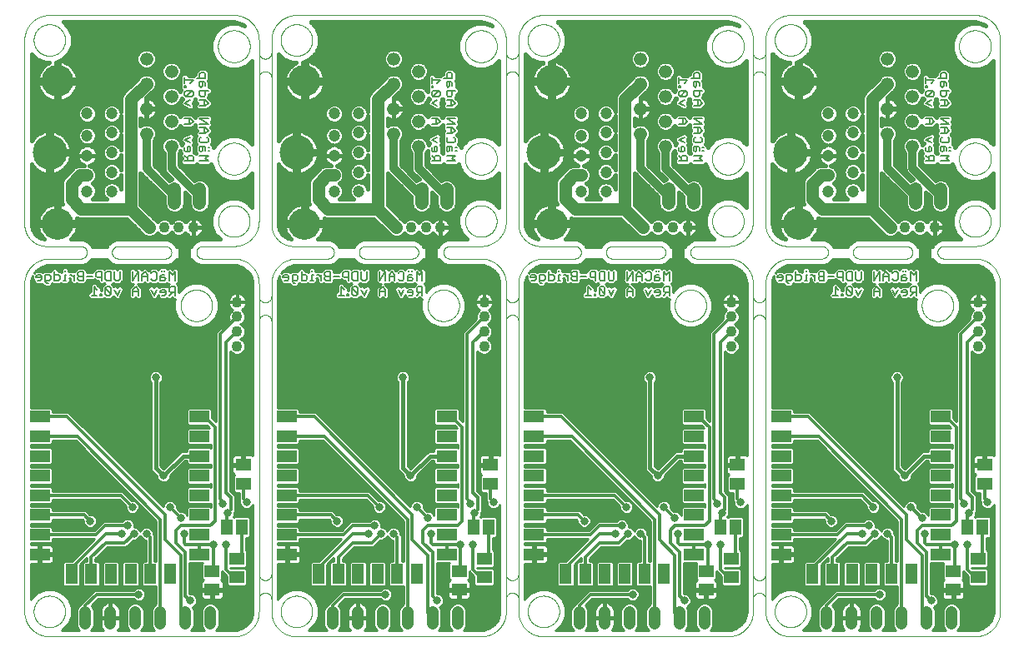
<source format=gbl>
G75*
%MOIN*%
%OFA0B0*%
%FSLAX25Y25*%
%IPPOS*%
%LPD*%
%AMOC8*
5,1,8,0,0,1.08239X$1,22.5*
%
%ADD10C,0.00000*%
%ADD11C,0.00600*%
%ADD12R,0.07874X0.04724*%
%ADD13R,0.04724X0.07874*%
%ADD14R,0.05906X0.05118*%
%ADD15R,0.04600X0.06300*%
%ADD16C,0.04800*%
%ADD17C,0.04331*%
%ADD18C,0.05250*%
%ADD19C,0.04724*%
%ADD20C,0.13843*%
%ADD21C,0.12661*%
%ADD22C,0.05400*%
%ADD23C,0.01000*%
%ADD24C,0.03169*%
%ADD25C,0.01600*%
%ADD26C,0.05000*%
%ADD27C,0.01200*%
%ADD28C,0.03200*%
D10*
X0047595Y0038800D02*
X0047595Y0170050D01*
X0047598Y0170292D01*
X0047607Y0170533D01*
X0047621Y0170774D01*
X0047642Y0171015D01*
X0047668Y0171255D01*
X0047700Y0171495D01*
X0047738Y0171734D01*
X0047781Y0171971D01*
X0047831Y0172208D01*
X0047886Y0172443D01*
X0047946Y0172677D01*
X0048013Y0172909D01*
X0048084Y0173140D01*
X0048162Y0173369D01*
X0048245Y0173596D01*
X0048333Y0173821D01*
X0048427Y0174044D01*
X0048526Y0174264D01*
X0048631Y0174482D01*
X0048740Y0174697D01*
X0048855Y0174910D01*
X0048975Y0175120D01*
X0049100Y0175326D01*
X0049230Y0175530D01*
X0049365Y0175731D01*
X0049505Y0175928D01*
X0049649Y0176122D01*
X0049798Y0176312D01*
X0049952Y0176498D01*
X0050110Y0176681D01*
X0050272Y0176860D01*
X0050439Y0177035D01*
X0050610Y0177206D01*
X0050785Y0177373D01*
X0050964Y0177535D01*
X0051147Y0177693D01*
X0051333Y0177847D01*
X0051523Y0177996D01*
X0051717Y0178140D01*
X0051914Y0178280D01*
X0052115Y0178415D01*
X0052319Y0178545D01*
X0052525Y0178670D01*
X0052735Y0178790D01*
X0052948Y0178905D01*
X0053163Y0179014D01*
X0053381Y0179119D01*
X0053601Y0179218D01*
X0053824Y0179312D01*
X0054049Y0179400D01*
X0054276Y0179483D01*
X0054505Y0179561D01*
X0054736Y0179632D01*
X0054968Y0179699D01*
X0055202Y0179759D01*
X0055437Y0179814D01*
X0055674Y0179864D01*
X0055911Y0179907D01*
X0056150Y0179945D01*
X0056390Y0179977D01*
X0056630Y0180003D01*
X0056871Y0180024D01*
X0057112Y0180038D01*
X0057353Y0180047D01*
X0057595Y0180050D01*
X0070095Y0180050D01*
X0072595Y0182550D02*
X0072593Y0182648D01*
X0072587Y0182746D01*
X0072578Y0182844D01*
X0072564Y0182941D01*
X0072547Y0183038D01*
X0072526Y0183134D01*
X0072501Y0183229D01*
X0072473Y0183323D01*
X0072440Y0183415D01*
X0072405Y0183507D01*
X0072365Y0183597D01*
X0072323Y0183685D01*
X0072276Y0183772D01*
X0072227Y0183856D01*
X0072174Y0183939D01*
X0072118Y0184019D01*
X0072058Y0184098D01*
X0071996Y0184174D01*
X0071931Y0184247D01*
X0071863Y0184318D01*
X0071792Y0184386D01*
X0071719Y0184451D01*
X0071643Y0184513D01*
X0071564Y0184573D01*
X0071484Y0184629D01*
X0071401Y0184682D01*
X0071317Y0184731D01*
X0071230Y0184778D01*
X0071142Y0184820D01*
X0071052Y0184860D01*
X0070960Y0184895D01*
X0070868Y0184928D01*
X0070774Y0184956D01*
X0070679Y0184981D01*
X0070583Y0185002D01*
X0070486Y0185019D01*
X0070389Y0185033D01*
X0070291Y0185042D01*
X0070193Y0185048D01*
X0070095Y0185050D01*
X0056345Y0185050D01*
X0056134Y0185053D01*
X0055922Y0185060D01*
X0055711Y0185073D01*
X0055501Y0185091D01*
X0055290Y0185114D01*
X0055081Y0185142D01*
X0054872Y0185175D01*
X0054664Y0185213D01*
X0054457Y0185256D01*
X0054251Y0185304D01*
X0054046Y0185357D01*
X0053843Y0185415D01*
X0053641Y0185478D01*
X0053441Y0185546D01*
X0053242Y0185619D01*
X0053045Y0185696D01*
X0052851Y0185778D01*
X0052658Y0185865D01*
X0052467Y0185956D01*
X0052279Y0186052D01*
X0052093Y0186153D01*
X0051909Y0186258D01*
X0051728Y0186367D01*
X0051550Y0186481D01*
X0051374Y0186599D01*
X0051202Y0186721D01*
X0051032Y0186847D01*
X0050866Y0186978D01*
X0050703Y0187112D01*
X0050543Y0187251D01*
X0050386Y0187393D01*
X0050233Y0187539D01*
X0050084Y0187688D01*
X0049938Y0187841D01*
X0049796Y0187998D01*
X0049657Y0188158D01*
X0049523Y0188321D01*
X0049392Y0188487D01*
X0049266Y0188657D01*
X0049144Y0188829D01*
X0049026Y0189005D01*
X0048912Y0189183D01*
X0048803Y0189364D01*
X0048698Y0189548D01*
X0048597Y0189734D01*
X0048501Y0189922D01*
X0048410Y0190113D01*
X0048323Y0190306D01*
X0048241Y0190500D01*
X0048164Y0190697D01*
X0048091Y0190896D01*
X0048023Y0191096D01*
X0047960Y0191298D01*
X0047902Y0191501D01*
X0047849Y0191706D01*
X0047801Y0191912D01*
X0047758Y0192119D01*
X0047720Y0192327D01*
X0047687Y0192536D01*
X0047659Y0192745D01*
X0047636Y0192956D01*
X0047618Y0193166D01*
X0047605Y0193377D01*
X0047598Y0193589D01*
X0047595Y0193800D01*
X0047595Y0267550D01*
X0047598Y0267792D01*
X0047607Y0268033D01*
X0047621Y0268274D01*
X0047642Y0268515D01*
X0047668Y0268755D01*
X0047700Y0268995D01*
X0047738Y0269234D01*
X0047781Y0269471D01*
X0047831Y0269708D01*
X0047886Y0269943D01*
X0047946Y0270177D01*
X0048013Y0270409D01*
X0048084Y0270640D01*
X0048162Y0270869D01*
X0048245Y0271096D01*
X0048333Y0271321D01*
X0048427Y0271544D01*
X0048526Y0271764D01*
X0048631Y0271982D01*
X0048740Y0272197D01*
X0048855Y0272410D01*
X0048975Y0272620D01*
X0049100Y0272826D01*
X0049230Y0273030D01*
X0049365Y0273231D01*
X0049505Y0273428D01*
X0049649Y0273622D01*
X0049798Y0273812D01*
X0049952Y0273998D01*
X0050110Y0274181D01*
X0050272Y0274360D01*
X0050439Y0274535D01*
X0050610Y0274706D01*
X0050785Y0274873D01*
X0050964Y0275035D01*
X0051147Y0275193D01*
X0051333Y0275347D01*
X0051523Y0275496D01*
X0051717Y0275640D01*
X0051914Y0275780D01*
X0052115Y0275915D01*
X0052319Y0276045D01*
X0052525Y0276170D01*
X0052735Y0276290D01*
X0052948Y0276405D01*
X0053163Y0276514D01*
X0053381Y0276619D01*
X0053601Y0276718D01*
X0053824Y0276812D01*
X0054049Y0276900D01*
X0054276Y0276983D01*
X0054505Y0277061D01*
X0054736Y0277132D01*
X0054968Y0277199D01*
X0055202Y0277259D01*
X0055437Y0277314D01*
X0055674Y0277364D01*
X0055911Y0277407D01*
X0056150Y0277445D01*
X0056390Y0277477D01*
X0056630Y0277503D01*
X0056871Y0277524D01*
X0057112Y0277538D01*
X0057353Y0277547D01*
X0057595Y0277550D01*
X0131345Y0277550D01*
X0131587Y0277547D01*
X0131828Y0277538D01*
X0132069Y0277524D01*
X0132310Y0277503D01*
X0132550Y0277477D01*
X0132790Y0277445D01*
X0133029Y0277407D01*
X0133266Y0277364D01*
X0133503Y0277314D01*
X0133738Y0277259D01*
X0133972Y0277199D01*
X0134204Y0277132D01*
X0134435Y0277061D01*
X0134664Y0276983D01*
X0134891Y0276900D01*
X0135116Y0276812D01*
X0135339Y0276718D01*
X0135559Y0276619D01*
X0135777Y0276514D01*
X0135992Y0276405D01*
X0136205Y0276290D01*
X0136415Y0276170D01*
X0136621Y0276045D01*
X0136825Y0275915D01*
X0137026Y0275780D01*
X0137223Y0275640D01*
X0137417Y0275496D01*
X0137607Y0275347D01*
X0137793Y0275193D01*
X0137976Y0275035D01*
X0138155Y0274873D01*
X0138330Y0274706D01*
X0138501Y0274535D01*
X0138668Y0274360D01*
X0138830Y0274181D01*
X0138988Y0273998D01*
X0139142Y0273812D01*
X0139291Y0273622D01*
X0139435Y0273428D01*
X0139575Y0273231D01*
X0139710Y0273030D01*
X0139840Y0272826D01*
X0139965Y0272620D01*
X0140085Y0272410D01*
X0140200Y0272197D01*
X0140309Y0271982D01*
X0140414Y0271764D01*
X0140513Y0271544D01*
X0140607Y0271321D01*
X0140695Y0271096D01*
X0140778Y0270869D01*
X0140856Y0270640D01*
X0140927Y0270409D01*
X0140994Y0270177D01*
X0141054Y0269943D01*
X0141109Y0269708D01*
X0141159Y0269471D01*
X0141202Y0269234D01*
X0141240Y0268995D01*
X0141272Y0268755D01*
X0141298Y0268515D01*
X0141319Y0268274D01*
X0141333Y0268033D01*
X0141342Y0267792D01*
X0141345Y0267550D01*
X0141345Y0262550D01*
X0141345Y0252550D01*
X0141345Y0195050D01*
X0146345Y0193800D02*
X0146345Y0252550D01*
X0146345Y0262550D01*
X0146345Y0267550D01*
X0146345Y0262550D02*
X0146343Y0262452D01*
X0146337Y0262354D01*
X0146328Y0262256D01*
X0146314Y0262159D01*
X0146297Y0262062D01*
X0146276Y0261966D01*
X0146251Y0261871D01*
X0146223Y0261777D01*
X0146190Y0261685D01*
X0146155Y0261593D01*
X0146115Y0261503D01*
X0146073Y0261415D01*
X0146026Y0261328D01*
X0145977Y0261244D01*
X0145924Y0261161D01*
X0145868Y0261081D01*
X0145808Y0261002D01*
X0145746Y0260926D01*
X0145681Y0260853D01*
X0145613Y0260782D01*
X0145542Y0260714D01*
X0145469Y0260649D01*
X0145393Y0260587D01*
X0145314Y0260527D01*
X0145234Y0260471D01*
X0145151Y0260418D01*
X0145067Y0260369D01*
X0144980Y0260322D01*
X0144892Y0260280D01*
X0144802Y0260240D01*
X0144710Y0260205D01*
X0144618Y0260172D01*
X0144524Y0260144D01*
X0144429Y0260119D01*
X0144333Y0260098D01*
X0144236Y0260081D01*
X0144139Y0260067D01*
X0144041Y0260058D01*
X0143943Y0260052D01*
X0143845Y0260050D01*
X0143747Y0260052D01*
X0143649Y0260058D01*
X0143551Y0260067D01*
X0143454Y0260081D01*
X0143357Y0260098D01*
X0143261Y0260119D01*
X0143166Y0260144D01*
X0143072Y0260172D01*
X0142980Y0260205D01*
X0142888Y0260240D01*
X0142798Y0260280D01*
X0142710Y0260322D01*
X0142623Y0260369D01*
X0142539Y0260418D01*
X0142456Y0260471D01*
X0142376Y0260527D01*
X0142297Y0260587D01*
X0142221Y0260649D01*
X0142148Y0260714D01*
X0142077Y0260782D01*
X0142009Y0260853D01*
X0141944Y0260926D01*
X0141882Y0261002D01*
X0141822Y0261081D01*
X0141766Y0261161D01*
X0141713Y0261244D01*
X0141664Y0261328D01*
X0141617Y0261415D01*
X0141575Y0261503D01*
X0141535Y0261593D01*
X0141500Y0261685D01*
X0141467Y0261777D01*
X0141439Y0261871D01*
X0141414Y0261966D01*
X0141393Y0262062D01*
X0141376Y0262159D01*
X0141362Y0262256D01*
X0141353Y0262354D01*
X0141347Y0262452D01*
X0141345Y0262550D01*
X0124945Y0265050D02*
X0124947Y0265210D01*
X0124953Y0265369D01*
X0124963Y0265528D01*
X0124977Y0265687D01*
X0124995Y0265846D01*
X0125016Y0266004D01*
X0125042Y0266161D01*
X0125072Y0266318D01*
X0125105Y0266474D01*
X0125143Y0266629D01*
X0125184Y0266783D01*
X0125229Y0266936D01*
X0125278Y0267088D01*
X0125331Y0267239D01*
X0125387Y0267388D01*
X0125448Y0267536D01*
X0125511Y0267682D01*
X0125579Y0267827D01*
X0125650Y0267970D01*
X0125724Y0268111D01*
X0125802Y0268250D01*
X0125884Y0268387D01*
X0125969Y0268522D01*
X0126057Y0268655D01*
X0126149Y0268786D01*
X0126243Y0268914D01*
X0126341Y0269040D01*
X0126442Y0269164D01*
X0126546Y0269285D01*
X0126653Y0269403D01*
X0126763Y0269519D01*
X0126876Y0269632D01*
X0126992Y0269742D01*
X0127110Y0269849D01*
X0127231Y0269953D01*
X0127355Y0270054D01*
X0127481Y0270152D01*
X0127609Y0270246D01*
X0127740Y0270338D01*
X0127873Y0270426D01*
X0128008Y0270511D01*
X0128145Y0270593D01*
X0128284Y0270671D01*
X0128425Y0270745D01*
X0128568Y0270816D01*
X0128713Y0270884D01*
X0128859Y0270947D01*
X0129007Y0271008D01*
X0129156Y0271064D01*
X0129307Y0271117D01*
X0129459Y0271166D01*
X0129612Y0271211D01*
X0129766Y0271252D01*
X0129921Y0271290D01*
X0130077Y0271323D01*
X0130234Y0271353D01*
X0130391Y0271379D01*
X0130549Y0271400D01*
X0130708Y0271418D01*
X0130867Y0271432D01*
X0131026Y0271442D01*
X0131185Y0271448D01*
X0131345Y0271450D01*
X0131505Y0271448D01*
X0131664Y0271442D01*
X0131823Y0271432D01*
X0131982Y0271418D01*
X0132141Y0271400D01*
X0132299Y0271379D01*
X0132456Y0271353D01*
X0132613Y0271323D01*
X0132769Y0271290D01*
X0132924Y0271252D01*
X0133078Y0271211D01*
X0133231Y0271166D01*
X0133383Y0271117D01*
X0133534Y0271064D01*
X0133683Y0271008D01*
X0133831Y0270947D01*
X0133977Y0270884D01*
X0134122Y0270816D01*
X0134265Y0270745D01*
X0134406Y0270671D01*
X0134545Y0270593D01*
X0134682Y0270511D01*
X0134817Y0270426D01*
X0134950Y0270338D01*
X0135081Y0270246D01*
X0135209Y0270152D01*
X0135335Y0270054D01*
X0135459Y0269953D01*
X0135580Y0269849D01*
X0135698Y0269742D01*
X0135814Y0269632D01*
X0135927Y0269519D01*
X0136037Y0269403D01*
X0136144Y0269285D01*
X0136248Y0269164D01*
X0136349Y0269040D01*
X0136447Y0268914D01*
X0136541Y0268786D01*
X0136633Y0268655D01*
X0136721Y0268522D01*
X0136806Y0268387D01*
X0136888Y0268250D01*
X0136966Y0268111D01*
X0137040Y0267970D01*
X0137111Y0267827D01*
X0137179Y0267682D01*
X0137242Y0267536D01*
X0137303Y0267388D01*
X0137359Y0267239D01*
X0137412Y0267088D01*
X0137461Y0266936D01*
X0137506Y0266783D01*
X0137547Y0266629D01*
X0137585Y0266474D01*
X0137618Y0266318D01*
X0137648Y0266161D01*
X0137674Y0266004D01*
X0137695Y0265846D01*
X0137713Y0265687D01*
X0137727Y0265528D01*
X0137737Y0265369D01*
X0137743Y0265210D01*
X0137745Y0265050D01*
X0137743Y0264890D01*
X0137737Y0264731D01*
X0137727Y0264572D01*
X0137713Y0264413D01*
X0137695Y0264254D01*
X0137674Y0264096D01*
X0137648Y0263939D01*
X0137618Y0263782D01*
X0137585Y0263626D01*
X0137547Y0263471D01*
X0137506Y0263317D01*
X0137461Y0263164D01*
X0137412Y0263012D01*
X0137359Y0262861D01*
X0137303Y0262712D01*
X0137242Y0262564D01*
X0137179Y0262418D01*
X0137111Y0262273D01*
X0137040Y0262130D01*
X0136966Y0261989D01*
X0136888Y0261850D01*
X0136806Y0261713D01*
X0136721Y0261578D01*
X0136633Y0261445D01*
X0136541Y0261314D01*
X0136447Y0261186D01*
X0136349Y0261060D01*
X0136248Y0260936D01*
X0136144Y0260815D01*
X0136037Y0260697D01*
X0135927Y0260581D01*
X0135814Y0260468D01*
X0135698Y0260358D01*
X0135580Y0260251D01*
X0135459Y0260147D01*
X0135335Y0260046D01*
X0135209Y0259948D01*
X0135081Y0259854D01*
X0134950Y0259762D01*
X0134817Y0259674D01*
X0134682Y0259589D01*
X0134545Y0259507D01*
X0134406Y0259429D01*
X0134265Y0259355D01*
X0134122Y0259284D01*
X0133977Y0259216D01*
X0133831Y0259153D01*
X0133683Y0259092D01*
X0133534Y0259036D01*
X0133383Y0258983D01*
X0133231Y0258934D01*
X0133078Y0258889D01*
X0132924Y0258848D01*
X0132769Y0258810D01*
X0132613Y0258777D01*
X0132456Y0258747D01*
X0132299Y0258721D01*
X0132141Y0258700D01*
X0131982Y0258682D01*
X0131823Y0258668D01*
X0131664Y0258658D01*
X0131505Y0258652D01*
X0131345Y0258650D01*
X0131185Y0258652D01*
X0131026Y0258658D01*
X0130867Y0258668D01*
X0130708Y0258682D01*
X0130549Y0258700D01*
X0130391Y0258721D01*
X0130234Y0258747D01*
X0130077Y0258777D01*
X0129921Y0258810D01*
X0129766Y0258848D01*
X0129612Y0258889D01*
X0129459Y0258934D01*
X0129307Y0258983D01*
X0129156Y0259036D01*
X0129007Y0259092D01*
X0128859Y0259153D01*
X0128713Y0259216D01*
X0128568Y0259284D01*
X0128425Y0259355D01*
X0128284Y0259429D01*
X0128145Y0259507D01*
X0128008Y0259589D01*
X0127873Y0259674D01*
X0127740Y0259762D01*
X0127609Y0259854D01*
X0127481Y0259948D01*
X0127355Y0260046D01*
X0127231Y0260147D01*
X0127110Y0260251D01*
X0126992Y0260358D01*
X0126876Y0260468D01*
X0126763Y0260581D01*
X0126653Y0260697D01*
X0126546Y0260815D01*
X0126442Y0260936D01*
X0126341Y0261060D01*
X0126243Y0261186D01*
X0126149Y0261314D01*
X0126057Y0261445D01*
X0125969Y0261578D01*
X0125884Y0261713D01*
X0125802Y0261850D01*
X0125724Y0261989D01*
X0125650Y0262130D01*
X0125579Y0262273D01*
X0125511Y0262418D01*
X0125448Y0262564D01*
X0125387Y0262712D01*
X0125331Y0262861D01*
X0125278Y0263012D01*
X0125229Y0263164D01*
X0125184Y0263317D01*
X0125143Y0263471D01*
X0125105Y0263626D01*
X0125072Y0263782D01*
X0125042Y0263939D01*
X0125016Y0264096D01*
X0124995Y0264254D01*
X0124977Y0264413D01*
X0124963Y0264572D01*
X0124953Y0264731D01*
X0124947Y0264890D01*
X0124945Y0265050D01*
X0143845Y0255050D02*
X0143943Y0255048D01*
X0144041Y0255042D01*
X0144139Y0255033D01*
X0144236Y0255019D01*
X0144333Y0255002D01*
X0144429Y0254981D01*
X0144524Y0254956D01*
X0144618Y0254928D01*
X0144710Y0254895D01*
X0144802Y0254860D01*
X0144892Y0254820D01*
X0144980Y0254778D01*
X0145067Y0254731D01*
X0145151Y0254682D01*
X0145234Y0254629D01*
X0145314Y0254573D01*
X0145393Y0254513D01*
X0145469Y0254451D01*
X0145542Y0254386D01*
X0145613Y0254318D01*
X0145681Y0254247D01*
X0145746Y0254174D01*
X0145808Y0254098D01*
X0145868Y0254019D01*
X0145924Y0253939D01*
X0145977Y0253856D01*
X0146026Y0253772D01*
X0146073Y0253685D01*
X0146115Y0253597D01*
X0146155Y0253507D01*
X0146190Y0253415D01*
X0146223Y0253323D01*
X0146251Y0253229D01*
X0146276Y0253134D01*
X0146297Y0253038D01*
X0146314Y0252941D01*
X0146328Y0252844D01*
X0146337Y0252746D01*
X0146343Y0252648D01*
X0146345Y0252550D01*
X0143845Y0255050D02*
X0143747Y0255048D01*
X0143649Y0255042D01*
X0143551Y0255033D01*
X0143454Y0255019D01*
X0143357Y0255002D01*
X0143261Y0254981D01*
X0143166Y0254956D01*
X0143072Y0254928D01*
X0142980Y0254895D01*
X0142888Y0254860D01*
X0142798Y0254820D01*
X0142710Y0254778D01*
X0142623Y0254731D01*
X0142539Y0254682D01*
X0142456Y0254629D01*
X0142376Y0254573D01*
X0142297Y0254513D01*
X0142221Y0254451D01*
X0142148Y0254386D01*
X0142077Y0254318D01*
X0142009Y0254247D01*
X0141944Y0254174D01*
X0141882Y0254098D01*
X0141822Y0254019D01*
X0141766Y0253939D01*
X0141713Y0253856D01*
X0141664Y0253772D01*
X0141617Y0253685D01*
X0141575Y0253597D01*
X0141535Y0253507D01*
X0141500Y0253415D01*
X0141467Y0253323D01*
X0141439Y0253229D01*
X0141414Y0253134D01*
X0141393Y0253038D01*
X0141376Y0252941D01*
X0141362Y0252844D01*
X0141353Y0252746D01*
X0141347Y0252648D01*
X0141345Y0252550D01*
X0146345Y0267550D02*
X0146348Y0267792D01*
X0146357Y0268033D01*
X0146371Y0268274D01*
X0146392Y0268515D01*
X0146418Y0268755D01*
X0146450Y0268995D01*
X0146488Y0269234D01*
X0146531Y0269471D01*
X0146581Y0269708D01*
X0146636Y0269943D01*
X0146696Y0270177D01*
X0146763Y0270409D01*
X0146834Y0270640D01*
X0146912Y0270869D01*
X0146995Y0271096D01*
X0147083Y0271321D01*
X0147177Y0271544D01*
X0147276Y0271764D01*
X0147381Y0271982D01*
X0147490Y0272197D01*
X0147605Y0272410D01*
X0147725Y0272620D01*
X0147850Y0272826D01*
X0147980Y0273030D01*
X0148115Y0273231D01*
X0148255Y0273428D01*
X0148399Y0273622D01*
X0148548Y0273812D01*
X0148702Y0273998D01*
X0148860Y0274181D01*
X0149022Y0274360D01*
X0149189Y0274535D01*
X0149360Y0274706D01*
X0149535Y0274873D01*
X0149714Y0275035D01*
X0149897Y0275193D01*
X0150083Y0275347D01*
X0150273Y0275496D01*
X0150467Y0275640D01*
X0150664Y0275780D01*
X0150865Y0275915D01*
X0151069Y0276045D01*
X0151275Y0276170D01*
X0151485Y0276290D01*
X0151698Y0276405D01*
X0151913Y0276514D01*
X0152131Y0276619D01*
X0152351Y0276718D01*
X0152574Y0276812D01*
X0152799Y0276900D01*
X0153026Y0276983D01*
X0153255Y0277061D01*
X0153486Y0277132D01*
X0153718Y0277199D01*
X0153952Y0277259D01*
X0154187Y0277314D01*
X0154424Y0277364D01*
X0154661Y0277407D01*
X0154900Y0277445D01*
X0155140Y0277477D01*
X0155380Y0277503D01*
X0155621Y0277524D01*
X0155862Y0277538D01*
X0156103Y0277547D01*
X0156345Y0277550D01*
X0230095Y0277550D01*
X0230337Y0277547D01*
X0230578Y0277538D01*
X0230819Y0277524D01*
X0231060Y0277503D01*
X0231300Y0277477D01*
X0231540Y0277445D01*
X0231779Y0277407D01*
X0232016Y0277364D01*
X0232253Y0277314D01*
X0232488Y0277259D01*
X0232722Y0277199D01*
X0232954Y0277132D01*
X0233185Y0277061D01*
X0233414Y0276983D01*
X0233641Y0276900D01*
X0233866Y0276812D01*
X0234089Y0276718D01*
X0234309Y0276619D01*
X0234527Y0276514D01*
X0234742Y0276405D01*
X0234955Y0276290D01*
X0235165Y0276170D01*
X0235371Y0276045D01*
X0235575Y0275915D01*
X0235776Y0275780D01*
X0235973Y0275640D01*
X0236167Y0275496D01*
X0236357Y0275347D01*
X0236543Y0275193D01*
X0236726Y0275035D01*
X0236905Y0274873D01*
X0237080Y0274706D01*
X0237251Y0274535D01*
X0237418Y0274360D01*
X0237580Y0274181D01*
X0237738Y0273998D01*
X0237892Y0273812D01*
X0238041Y0273622D01*
X0238185Y0273428D01*
X0238325Y0273231D01*
X0238460Y0273030D01*
X0238590Y0272826D01*
X0238715Y0272620D01*
X0238835Y0272410D01*
X0238950Y0272197D01*
X0239059Y0271982D01*
X0239164Y0271764D01*
X0239263Y0271544D01*
X0239357Y0271321D01*
X0239445Y0271096D01*
X0239528Y0270869D01*
X0239606Y0270640D01*
X0239677Y0270409D01*
X0239744Y0270177D01*
X0239804Y0269943D01*
X0239859Y0269708D01*
X0239909Y0269471D01*
X0239952Y0269234D01*
X0239990Y0268995D01*
X0240022Y0268755D01*
X0240048Y0268515D01*
X0240069Y0268274D01*
X0240083Y0268033D01*
X0240092Y0267792D01*
X0240095Y0267550D01*
X0240095Y0262550D01*
X0240095Y0252550D01*
X0240095Y0195050D01*
X0245095Y0193800D02*
X0245095Y0252550D01*
X0245095Y0262550D01*
X0245095Y0267550D01*
X0245095Y0262550D02*
X0245093Y0262452D01*
X0245087Y0262354D01*
X0245078Y0262256D01*
X0245064Y0262159D01*
X0245047Y0262062D01*
X0245026Y0261966D01*
X0245001Y0261871D01*
X0244973Y0261777D01*
X0244940Y0261685D01*
X0244905Y0261593D01*
X0244865Y0261503D01*
X0244823Y0261415D01*
X0244776Y0261328D01*
X0244727Y0261244D01*
X0244674Y0261161D01*
X0244618Y0261081D01*
X0244558Y0261002D01*
X0244496Y0260926D01*
X0244431Y0260853D01*
X0244363Y0260782D01*
X0244292Y0260714D01*
X0244219Y0260649D01*
X0244143Y0260587D01*
X0244064Y0260527D01*
X0243984Y0260471D01*
X0243901Y0260418D01*
X0243817Y0260369D01*
X0243730Y0260322D01*
X0243642Y0260280D01*
X0243552Y0260240D01*
X0243460Y0260205D01*
X0243368Y0260172D01*
X0243274Y0260144D01*
X0243179Y0260119D01*
X0243083Y0260098D01*
X0242986Y0260081D01*
X0242889Y0260067D01*
X0242791Y0260058D01*
X0242693Y0260052D01*
X0242595Y0260050D01*
X0242497Y0260052D01*
X0242399Y0260058D01*
X0242301Y0260067D01*
X0242204Y0260081D01*
X0242107Y0260098D01*
X0242011Y0260119D01*
X0241916Y0260144D01*
X0241822Y0260172D01*
X0241730Y0260205D01*
X0241638Y0260240D01*
X0241548Y0260280D01*
X0241460Y0260322D01*
X0241373Y0260369D01*
X0241289Y0260418D01*
X0241206Y0260471D01*
X0241126Y0260527D01*
X0241047Y0260587D01*
X0240971Y0260649D01*
X0240898Y0260714D01*
X0240827Y0260782D01*
X0240759Y0260853D01*
X0240694Y0260926D01*
X0240632Y0261002D01*
X0240572Y0261081D01*
X0240516Y0261161D01*
X0240463Y0261244D01*
X0240414Y0261328D01*
X0240367Y0261415D01*
X0240325Y0261503D01*
X0240285Y0261593D01*
X0240250Y0261685D01*
X0240217Y0261777D01*
X0240189Y0261871D01*
X0240164Y0261966D01*
X0240143Y0262062D01*
X0240126Y0262159D01*
X0240112Y0262256D01*
X0240103Y0262354D01*
X0240097Y0262452D01*
X0240095Y0262550D01*
X0223695Y0265050D02*
X0223697Y0265210D01*
X0223703Y0265369D01*
X0223713Y0265528D01*
X0223727Y0265687D01*
X0223745Y0265846D01*
X0223766Y0266004D01*
X0223792Y0266161D01*
X0223822Y0266318D01*
X0223855Y0266474D01*
X0223893Y0266629D01*
X0223934Y0266783D01*
X0223979Y0266936D01*
X0224028Y0267088D01*
X0224081Y0267239D01*
X0224137Y0267388D01*
X0224198Y0267536D01*
X0224261Y0267682D01*
X0224329Y0267827D01*
X0224400Y0267970D01*
X0224474Y0268111D01*
X0224552Y0268250D01*
X0224634Y0268387D01*
X0224719Y0268522D01*
X0224807Y0268655D01*
X0224899Y0268786D01*
X0224993Y0268914D01*
X0225091Y0269040D01*
X0225192Y0269164D01*
X0225296Y0269285D01*
X0225403Y0269403D01*
X0225513Y0269519D01*
X0225626Y0269632D01*
X0225742Y0269742D01*
X0225860Y0269849D01*
X0225981Y0269953D01*
X0226105Y0270054D01*
X0226231Y0270152D01*
X0226359Y0270246D01*
X0226490Y0270338D01*
X0226623Y0270426D01*
X0226758Y0270511D01*
X0226895Y0270593D01*
X0227034Y0270671D01*
X0227175Y0270745D01*
X0227318Y0270816D01*
X0227463Y0270884D01*
X0227609Y0270947D01*
X0227757Y0271008D01*
X0227906Y0271064D01*
X0228057Y0271117D01*
X0228209Y0271166D01*
X0228362Y0271211D01*
X0228516Y0271252D01*
X0228671Y0271290D01*
X0228827Y0271323D01*
X0228984Y0271353D01*
X0229141Y0271379D01*
X0229299Y0271400D01*
X0229458Y0271418D01*
X0229617Y0271432D01*
X0229776Y0271442D01*
X0229935Y0271448D01*
X0230095Y0271450D01*
X0230255Y0271448D01*
X0230414Y0271442D01*
X0230573Y0271432D01*
X0230732Y0271418D01*
X0230891Y0271400D01*
X0231049Y0271379D01*
X0231206Y0271353D01*
X0231363Y0271323D01*
X0231519Y0271290D01*
X0231674Y0271252D01*
X0231828Y0271211D01*
X0231981Y0271166D01*
X0232133Y0271117D01*
X0232284Y0271064D01*
X0232433Y0271008D01*
X0232581Y0270947D01*
X0232727Y0270884D01*
X0232872Y0270816D01*
X0233015Y0270745D01*
X0233156Y0270671D01*
X0233295Y0270593D01*
X0233432Y0270511D01*
X0233567Y0270426D01*
X0233700Y0270338D01*
X0233831Y0270246D01*
X0233959Y0270152D01*
X0234085Y0270054D01*
X0234209Y0269953D01*
X0234330Y0269849D01*
X0234448Y0269742D01*
X0234564Y0269632D01*
X0234677Y0269519D01*
X0234787Y0269403D01*
X0234894Y0269285D01*
X0234998Y0269164D01*
X0235099Y0269040D01*
X0235197Y0268914D01*
X0235291Y0268786D01*
X0235383Y0268655D01*
X0235471Y0268522D01*
X0235556Y0268387D01*
X0235638Y0268250D01*
X0235716Y0268111D01*
X0235790Y0267970D01*
X0235861Y0267827D01*
X0235929Y0267682D01*
X0235992Y0267536D01*
X0236053Y0267388D01*
X0236109Y0267239D01*
X0236162Y0267088D01*
X0236211Y0266936D01*
X0236256Y0266783D01*
X0236297Y0266629D01*
X0236335Y0266474D01*
X0236368Y0266318D01*
X0236398Y0266161D01*
X0236424Y0266004D01*
X0236445Y0265846D01*
X0236463Y0265687D01*
X0236477Y0265528D01*
X0236487Y0265369D01*
X0236493Y0265210D01*
X0236495Y0265050D01*
X0236493Y0264890D01*
X0236487Y0264731D01*
X0236477Y0264572D01*
X0236463Y0264413D01*
X0236445Y0264254D01*
X0236424Y0264096D01*
X0236398Y0263939D01*
X0236368Y0263782D01*
X0236335Y0263626D01*
X0236297Y0263471D01*
X0236256Y0263317D01*
X0236211Y0263164D01*
X0236162Y0263012D01*
X0236109Y0262861D01*
X0236053Y0262712D01*
X0235992Y0262564D01*
X0235929Y0262418D01*
X0235861Y0262273D01*
X0235790Y0262130D01*
X0235716Y0261989D01*
X0235638Y0261850D01*
X0235556Y0261713D01*
X0235471Y0261578D01*
X0235383Y0261445D01*
X0235291Y0261314D01*
X0235197Y0261186D01*
X0235099Y0261060D01*
X0234998Y0260936D01*
X0234894Y0260815D01*
X0234787Y0260697D01*
X0234677Y0260581D01*
X0234564Y0260468D01*
X0234448Y0260358D01*
X0234330Y0260251D01*
X0234209Y0260147D01*
X0234085Y0260046D01*
X0233959Y0259948D01*
X0233831Y0259854D01*
X0233700Y0259762D01*
X0233567Y0259674D01*
X0233432Y0259589D01*
X0233295Y0259507D01*
X0233156Y0259429D01*
X0233015Y0259355D01*
X0232872Y0259284D01*
X0232727Y0259216D01*
X0232581Y0259153D01*
X0232433Y0259092D01*
X0232284Y0259036D01*
X0232133Y0258983D01*
X0231981Y0258934D01*
X0231828Y0258889D01*
X0231674Y0258848D01*
X0231519Y0258810D01*
X0231363Y0258777D01*
X0231206Y0258747D01*
X0231049Y0258721D01*
X0230891Y0258700D01*
X0230732Y0258682D01*
X0230573Y0258668D01*
X0230414Y0258658D01*
X0230255Y0258652D01*
X0230095Y0258650D01*
X0229935Y0258652D01*
X0229776Y0258658D01*
X0229617Y0258668D01*
X0229458Y0258682D01*
X0229299Y0258700D01*
X0229141Y0258721D01*
X0228984Y0258747D01*
X0228827Y0258777D01*
X0228671Y0258810D01*
X0228516Y0258848D01*
X0228362Y0258889D01*
X0228209Y0258934D01*
X0228057Y0258983D01*
X0227906Y0259036D01*
X0227757Y0259092D01*
X0227609Y0259153D01*
X0227463Y0259216D01*
X0227318Y0259284D01*
X0227175Y0259355D01*
X0227034Y0259429D01*
X0226895Y0259507D01*
X0226758Y0259589D01*
X0226623Y0259674D01*
X0226490Y0259762D01*
X0226359Y0259854D01*
X0226231Y0259948D01*
X0226105Y0260046D01*
X0225981Y0260147D01*
X0225860Y0260251D01*
X0225742Y0260358D01*
X0225626Y0260468D01*
X0225513Y0260581D01*
X0225403Y0260697D01*
X0225296Y0260815D01*
X0225192Y0260936D01*
X0225091Y0261060D01*
X0224993Y0261186D01*
X0224899Y0261314D01*
X0224807Y0261445D01*
X0224719Y0261578D01*
X0224634Y0261713D01*
X0224552Y0261850D01*
X0224474Y0261989D01*
X0224400Y0262130D01*
X0224329Y0262273D01*
X0224261Y0262418D01*
X0224198Y0262564D01*
X0224137Y0262712D01*
X0224081Y0262861D01*
X0224028Y0263012D01*
X0223979Y0263164D01*
X0223934Y0263317D01*
X0223893Y0263471D01*
X0223855Y0263626D01*
X0223822Y0263782D01*
X0223792Y0263939D01*
X0223766Y0264096D01*
X0223745Y0264254D01*
X0223727Y0264413D01*
X0223713Y0264572D01*
X0223703Y0264731D01*
X0223697Y0264890D01*
X0223695Y0265050D01*
X0242595Y0255050D02*
X0242693Y0255048D01*
X0242791Y0255042D01*
X0242889Y0255033D01*
X0242986Y0255019D01*
X0243083Y0255002D01*
X0243179Y0254981D01*
X0243274Y0254956D01*
X0243368Y0254928D01*
X0243460Y0254895D01*
X0243552Y0254860D01*
X0243642Y0254820D01*
X0243730Y0254778D01*
X0243817Y0254731D01*
X0243901Y0254682D01*
X0243984Y0254629D01*
X0244064Y0254573D01*
X0244143Y0254513D01*
X0244219Y0254451D01*
X0244292Y0254386D01*
X0244363Y0254318D01*
X0244431Y0254247D01*
X0244496Y0254174D01*
X0244558Y0254098D01*
X0244618Y0254019D01*
X0244674Y0253939D01*
X0244727Y0253856D01*
X0244776Y0253772D01*
X0244823Y0253685D01*
X0244865Y0253597D01*
X0244905Y0253507D01*
X0244940Y0253415D01*
X0244973Y0253323D01*
X0245001Y0253229D01*
X0245026Y0253134D01*
X0245047Y0253038D01*
X0245064Y0252941D01*
X0245078Y0252844D01*
X0245087Y0252746D01*
X0245093Y0252648D01*
X0245095Y0252550D01*
X0242595Y0255050D02*
X0242497Y0255048D01*
X0242399Y0255042D01*
X0242301Y0255033D01*
X0242204Y0255019D01*
X0242107Y0255002D01*
X0242011Y0254981D01*
X0241916Y0254956D01*
X0241822Y0254928D01*
X0241730Y0254895D01*
X0241638Y0254860D01*
X0241548Y0254820D01*
X0241460Y0254778D01*
X0241373Y0254731D01*
X0241289Y0254682D01*
X0241206Y0254629D01*
X0241126Y0254573D01*
X0241047Y0254513D01*
X0240971Y0254451D01*
X0240898Y0254386D01*
X0240827Y0254318D01*
X0240759Y0254247D01*
X0240694Y0254174D01*
X0240632Y0254098D01*
X0240572Y0254019D01*
X0240516Y0253939D01*
X0240463Y0253856D01*
X0240414Y0253772D01*
X0240367Y0253685D01*
X0240325Y0253597D01*
X0240285Y0253507D01*
X0240250Y0253415D01*
X0240217Y0253323D01*
X0240189Y0253229D01*
X0240164Y0253134D01*
X0240143Y0253038D01*
X0240126Y0252941D01*
X0240112Y0252844D01*
X0240103Y0252746D01*
X0240097Y0252648D01*
X0240095Y0252550D01*
X0245095Y0267550D02*
X0245098Y0267792D01*
X0245107Y0268033D01*
X0245121Y0268274D01*
X0245142Y0268515D01*
X0245168Y0268755D01*
X0245200Y0268995D01*
X0245238Y0269234D01*
X0245281Y0269471D01*
X0245331Y0269708D01*
X0245386Y0269943D01*
X0245446Y0270177D01*
X0245513Y0270409D01*
X0245584Y0270640D01*
X0245662Y0270869D01*
X0245745Y0271096D01*
X0245833Y0271321D01*
X0245927Y0271544D01*
X0246026Y0271764D01*
X0246131Y0271982D01*
X0246240Y0272197D01*
X0246355Y0272410D01*
X0246475Y0272620D01*
X0246600Y0272826D01*
X0246730Y0273030D01*
X0246865Y0273231D01*
X0247005Y0273428D01*
X0247149Y0273622D01*
X0247298Y0273812D01*
X0247452Y0273998D01*
X0247610Y0274181D01*
X0247772Y0274360D01*
X0247939Y0274535D01*
X0248110Y0274706D01*
X0248285Y0274873D01*
X0248464Y0275035D01*
X0248647Y0275193D01*
X0248833Y0275347D01*
X0249023Y0275496D01*
X0249217Y0275640D01*
X0249414Y0275780D01*
X0249615Y0275915D01*
X0249819Y0276045D01*
X0250025Y0276170D01*
X0250235Y0276290D01*
X0250448Y0276405D01*
X0250663Y0276514D01*
X0250881Y0276619D01*
X0251101Y0276718D01*
X0251324Y0276812D01*
X0251549Y0276900D01*
X0251776Y0276983D01*
X0252005Y0277061D01*
X0252236Y0277132D01*
X0252468Y0277199D01*
X0252702Y0277259D01*
X0252937Y0277314D01*
X0253174Y0277364D01*
X0253411Y0277407D01*
X0253650Y0277445D01*
X0253890Y0277477D01*
X0254130Y0277503D01*
X0254371Y0277524D01*
X0254612Y0277538D01*
X0254853Y0277547D01*
X0255095Y0277550D01*
X0328845Y0277550D01*
X0329087Y0277547D01*
X0329328Y0277538D01*
X0329569Y0277524D01*
X0329810Y0277503D01*
X0330050Y0277477D01*
X0330290Y0277445D01*
X0330529Y0277407D01*
X0330766Y0277364D01*
X0331003Y0277314D01*
X0331238Y0277259D01*
X0331472Y0277199D01*
X0331704Y0277132D01*
X0331935Y0277061D01*
X0332164Y0276983D01*
X0332391Y0276900D01*
X0332616Y0276812D01*
X0332839Y0276718D01*
X0333059Y0276619D01*
X0333277Y0276514D01*
X0333492Y0276405D01*
X0333705Y0276290D01*
X0333915Y0276170D01*
X0334121Y0276045D01*
X0334325Y0275915D01*
X0334526Y0275780D01*
X0334723Y0275640D01*
X0334917Y0275496D01*
X0335107Y0275347D01*
X0335293Y0275193D01*
X0335476Y0275035D01*
X0335655Y0274873D01*
X0335830Y0274706D01*
X0336001Y0274535D01*
X0336168Y0274360D01*
X0336330Y0274181D01*
X0336488Y0273998D01*
X0336642Y0273812D01*
X0336791Y0273622D01*
X0336935Y0273428D01*
X0337075Y0273231D01*
X0337210Y0273030D01*
X0337340Y0272826D01*
X0337465Y0272620D01*
X0337585Y0272410D01*
X0337700Y0272197D01*
X0337809Y0271982D01*
X0337914Y0271764D01*
X0338013Y0271544D01*
X0338107Y0271321D01*
X0338195Y0271096D01*
X0338278Y0270869D01*
X0338356Y0270640D01*
X0338427Y0270409D01*
X0338494Y0270177D01*
X0338554Y0269943D01*
X0338609Y0269708D01*
X0338659Y0269471D01*
X0338702Y0269234D01*
X0338740Y0268995D01*
X0338772Y0268755D01*
X0338798Y0268515D01*
X0338819Y0268274D01*
X0338833Y0268033D01*
X0338842Y0267792D01*
X0338845Y0267550D01*
X0338845Y0262550D01*
X0338845Y0252550D01*
X0338845Y0195050D01*
X0343845Y0193800D02*
X0343845Y0252550D01*
X0343845Y0262550D01*
X0343845Y0267550D01*
X0343845Y0262550D02*
X0343843Y0262452D01*
X0343837Y0262354D01*
X0343828Y0262256D01*
X0343814Y0262159D01*
X0343797Y0262062D01*
X0343776Y0261966D01*
X0343751Y0261871D01*
X0343723Y0261777D01*
X0343690Y0261685D01*
X0343655Y0261593D01*
X0343615Y0261503D01*
X0343573Y0261415D01*
X0343526Y0261328D01*
X0343477Y0261244D01*
X0343424Y0261161D01*
X0343368Y0261081D01*
X0343308Y0261002D01*
X0343246Y0260926D01*
X0343181Y0260853D01*
X0343113Y0260782D01*
X0343042Y0260714D01*
X0342969Y0260649D01*
X0342893Y0260587D01*
X0342814Y0260527D01*
X0342734Y0260471D01*
X0342651Y0260418D01*
X0342567Y0260369D01*
X0342480Y0260322D01*
X0342392Y0260280D01*
X0342302Y0260240D01*
X0342210Y0260205D01*
X0342118Y0260172D01*
X0342024Y0260144D01*
X0341929Y0260119D01*
X0341833Y0260098D01*
X0341736Y0260081D01*
X0341639Y0260067D01*
X0341541Y0260058D01*
X0341443Y0260052D01*
X0341345Y0260050D01*
X0341247Y0260052D01*
X0341149Y0260058D01*
X0341051Y0260067D01*
X0340954Y0260081D01*
X0340857Y0260098D01*
X0340761Y0260119D01*
X0340666Y0260144D01*
X0340572Y0260172D01*
X0340480Y0260205D01*
X0340388Y0260240D01*
X0340298Y0260280D01*
X0340210Y0260322D01*
X0340123Y0260369D01*
X0340039Y0260418D01*
X0339956Y0260471D01*
X0339876Y0260527D01*
X0339797Y0260587D01*
X0339721Y0260649D01*
X0339648Y0260714D01*
X0339577Y0260782D01*
X0339509Y0260853D01*
X0339444Y0260926D01*
X0339382Y0261002D01*
X0339322Y0261081D01*
X0339266Y0261161D01*
X0339213Y0261244D01*
X0339164Y0261328D01*
X0339117Y0261415D01*
X0339075Y0261503D01*
X0339035Y0261593D01*
X0339000Y0261685D01*
X0338967Y0261777D01*
X0338939Y0261871D01*
X0338914Y0261966D01*
X0338893Y0262062D01*
X0338876Y0262159D01*
X0338862Y0262256D01*
X0338853Y0262354D01*
X0338847Y0262452D01*
X0338845Y0262550D01*
X0322445Y0265050D02*
X0322447Y0265210D01*
X0322453Y0265369D01*
X0322463Y0265528D01*
X0322477Y0265687D01*
X0322495Y0265846D01*
X0322516Y0266004D01*
X0322542Y0266161D01*
X0322572Y0266318D01*
X0322605Y0266474D01*
X0322643Y0266629D01*
X0322684Y0266783D01*
X0322729Y0266936D01*
X0322778Y0267088D01*
X0322831Y0267239D01*
X0322887Y0267388D01*
X0322948Y0267536D01*
X0323011Y0267682D01*
X0323079Y0267827D01*
X0323150Y0267970D01*
X0323224Y0268111D01*
X0323302Y0268250D01*
X0323384Y0268387D01*
X0323469Y0268522D01*
X0323557Y0268655D01*
X0323649Y0268786D01*
X0323743Y0268914D01*
X0323841Y0269040D01*
X0323942Y0269164D01*
X0324046Y0269285D01*
X0324153Y0269403D01*
X0324263Y0269519D01*
X0324376Y0269632D01*
X0324492Y0269742D01*
X0324610Y0269849D01*
X0324731Y0269953D01*
X0324855Y0270054D01*
X0324981Y0270152D01*
X0325109Y0270246D01*
X0325240Y0270338D01*
X0325373Y0270426D01*
X0325508Y0270511D01*
X0325645Y0270593D01*
X0325784Y0270671D01*
X0325925Y0270745D01*
X0326068Y0270816D01*
X0326213Y0270884D01*
X0326359Y0270947D01*
X0326507Y0271008D01*
X0326656Y0271064D01*
X0326807Y0271117D01*
X0326959Y0271166D01*
X0327112Y0271211D01*
X0327266Y0271252D01*
X0327421Y0271290D01*
X0327577Y0271323D01*
X0327734Y0271353D01*
X0327891Y0271379D01*
X0328049Y0271400D01*
X0328208Y0271418D01*
X0328367Y0271432D01*
X0328526Y0271442D01*
X0328685Y0271448D01*
X0328845Y0271450D01*
X0329005Y0271448D01*
X0329164Y0271442D01*
X0329323Y0271432D01*
X0329482Y0271418D01*
X0329641Y0271400D01*
X0329799Y0271379D01*
X0329956Y0271353D01*
X0330113Y0271323D01*
X0330269Y0271290D01*
X0330424Y0271252D01*
X0330578Y0271211D01*
X0330731Y0271166D01*
X0330883Y0271117D01*
X0331034Y0271064D01*
X0331183Y0271008D01*
X0331331Y0270947D01*
X0331477Y0270884D01*
X0331622Y0270816D01*
X0331765Y0270745D01*
X0331906Y0270671D01*
X0332045Y0270593D01*
X0332182Y0270511D01*
X0332317Y0270426D01*
X0332450Y0270338D01*
X0332581Y0270246D01*
X0332709Y0270152D01*
X0332835Y0270054D01*
X0332959Y0269953D01*
X0333080Y0269849D01*
X0333198Y0269742D01*
X0333314Y0269632D01*
X0333427Y0269519D01*
X0333537Y0269403D01*
X0333644Y0269285D01*
X0333748Y0269164D01*
X0333849Y0269040D01*
X0333947Y0268914D01*
X0334041Y0268786D01*
X0334133Y0268655D01*
X0334221Y0268522D01*
X0334306Y0268387D01*
X0334388Y0268250D01*
X0334466Y0268111D01*
X0334540Y0267970D01*
X0334611Y0267827D01*
X0334679Y0267682D01*
X0334742Y0267536D01*
X0334803Y0267388D01*
X0334859Y0267239D01*
X0334912Y0267088D01*
X0334961Y0266936D01*
X0335006Y0266783D01*
X0335047Y0266629D01*
X0335085Y0266474D01*
X0335118Y0266318D01*
X0335148Y0266161D01*
X0335174Y0266004D01*
X0335195Y0265846D01*
X0335213Y0265687D01*
X0335227Y0265528D01*
X0335237Y0265369D01*
X0335243Y0265210D01*
X0335245Y0265050D01*
X0335243Y0264890D01*
X0335237Y0264731D01*
X0335227Y0264572D01*
X0335213Y0264413D01*
X0335195Y0264254D01*
X0335174Y0264096D01*
X0335148Y0263939D01*
X0335118Y0263782D01*
X0335085Y0263626D01*
X0335047Y0263471D01*
X0335006Y0263317D01*
X0334961Y0263164D01*
X0334912Y0263012D01*
X0334859Y0262861D01*
X0334803Y0262712D01*
X0334742Y0262564D01*
X0334679Y0262418D01*
X0334611Y0262273D01*
X0334540Y0262130D01*
X0334466Y0261989D01*
X0334388Y0261850D01*
X0334306Y0261713D01*
X0334221Y0261578D01*
X0334133Y0261445D01*
X0334041Y0261314D01*
X0333947Y0261186D01*
X0333849Y0261060D01*
X0333748Y0260936D01*
X0333644Y0260815D01*
X0333537Y0260697D01*
X0333427Y0260581D01*
X0333314Y0260468D01*
X0333198Y0260358D01*
X0333080Y0260251D01*
X0332959Y0260147D01*
X0332835Y0260046D01*
X0332709Y0259948D01*
X0332581Y0259854D01*
X0332450Y0259762D01*
X0332317Y0259674D01*
X0332182Y0259589D01*
X0332045Y0259507D01*
X0331906Y0259429D01*
X0331765Y0259355D01*
X0331622Y0259284D01*
X0331477Y0259216D01*
X0331331Y0259153D01*
X0331183Y0259092D01*
X0331034Y0259036D01*
X0330883Y0258983D01*
X0330731Y0258934D01*
X0330578Y0258889D01*
X0330424Y0258848D01*
X0330269Y0258810D01*
X0330113Y0258777D01*
X0329956Y0258747D01*
X0329799Y0258721D01*
X0329641Y0258700D01*
X0329482Y0258682D01*
X0329323Y0258668D01*
X0329164Y0258658D01*
X0329005Y0258652D01*
X0328845Y0258650D01*
X0328685Y0258652D01*
X0328526Y0258658D01*
X0328367Y0258668D01*
X0328208Y0258682D01*
X0328049Y0258700D01*
X0327891Y0258721D01*
X0327734Y0258747D01*
X0327577Y0258777D01*
X0327421Y0258810D01*
X0327266Y0258848D01*
X0327112Y0258889D01*
X0326959Y0258934D01*
X0326807Y0258983D01*
X0326656Y0259036D01*
X0326507Y0259092D01*
X0326359Y0259153D01*
X0326213Y0259216D01*
X0326068Y0259284D01*
X0325925Y0259355D01*
X0325784Y0259429D01*
X0325645Y0259507D01*
X0325508Y0259589D01*
X0325373Y0259674D01*
X0325240Y0259762D01*
X0325109Y0259854D01*
X0324981Y0259948D01*
X0324855Y0260046D01*
X0324731Y0260147D01*
X0324610Y0260251D01*
X0324492Y0260358D01*
X0324376Y0260468D01*
X0324263Y0260581D01*
X0324153Y0260697D01*
X0324046Y0260815D01*
X0323942Y0260936D01*
X0323841Y0261060D01*
X0323743Y0261186D01*
X0323649Y0261314D01*
X0323557Y0261445D01*
X0323469Y0261578D01*
X0323384Y0261713D01*
X0323302Y0261850D01*
X0323224Y0261989D01*
X0323150Y0262130D01*
X0323079Y0262273D01*
X0323011Y0262418D01*
X0322948Y0262564D01*
X0322887Y0262712D01*
X0322831Y0262861D01*
X0322778Y0263012D01*
X0322729Y0263164D01*
X0322684Y0263317D01*
X0322643Y0263471D01*
X0322605Y0263626D01*
X0322572Y0263782D01*
X0322542Y0263939D01*
X0322516Y0264096D01*
X0322495Y0264254D01*
X0322477Y0264413D01*
X0322463Y0264572D01*
X0322453Y0264731D01*
X0322447Y0264890D01*
X0322445Y0265050D01*
X0341345Y0255050D02*
X0341443Y0255048D01*
X0341541Y0255042D01*
X0341639Y0255033D01*
X0341736Y0255019D01*
X0341833Y0255002D01*
X0341929Y0254981D01*
X0342024Y0254956D01*
X0342118Y0254928D01*
X0342210Y0254895D01*
X0342302Y0254860D01*
X0342392Y0254820D01*
X0342480Y0254778D01*
X0342567Y0254731D01*
X0342651Y0254682D01*
X0342734Y0254629D01*
X0342814Y0254573D01*
X0342893Y0254513D01*
X0342969Y0254451D01*
X0343042Y0254386D01*
X0343113Y0254318D01*
X0343181Y0254247D01*
X0343246Y0254174D01*
X0343308Y0254098D01*
X0343368Y0254019D01*
X0343424Y0253939D01*
X0343477Y0253856D01*
X0343526Y0253772D01*
X0343573Y0253685D01*
X0343615Y0253597D01*
X0343655Y0253507D01*
X0343690Y0253415D01*
X0343723Y0253323D01*
X0343751Y0253229D01*
X0343776Y0253134D01*
X0343797Y0253038D01*
X0343814Y0252941D01*
X0343828Y0252844D01*
X0343837Y0252746D01*
X0343843Y0252648D01*
X0343845Y0252550D01*
X0341345Y0255050D02*
X0341247Y0255048D01*
X0341149Y0255042D01*
X0341051Y0255033D01*
X0340954Y0255019D01*
X0340857Y0255002D01*
X0340761Y0254981D01*
X0340666Y0254956D01*
X0340572Y0254928D01*
X0340480Y0254895D01*
X0340388Y0254860D01*
X0340298Y0254820D01*
X0340210Y0254778D01*
X0340123Y0254731D01*
X0340039Y0254682D01*
X0339956Y0254629D01*
X0339876Y0254573D01*
X0339797Y0254513D01*
X0339721Y0254451D01*
X0339648Y0254386D01*
X0339577Y0254318D01*
X0339509Y0254247D01*
X0339444Y0254174D01*
X0339382Y0254098D01*
X0339322Y0254019D01*
X0339266Y0253939D01*
X0339213Y0253856D01*
X0339164Y0253772D01*
X0339117Y0253685D01*
X0339075Y0253597D01*
X0339035Y0253507D01*
X0339000Y0253415D01*
X0338967Y0253323D01*
X0338939Y0253229D01*
X0338914Y0253134D01*
X0338893Y0253038D01*
X0338876Y0252941D01*
X0338862Y0252844D01*
X0338853Y0252746D01*
X0338847Y0252648D01*
X0338845Y0252550D01*
X0343845Y0267550D02*
X0343848Y0267792D01*
X0343857Y0268033D01*
X0343871Y0268274D01*
X0343892Y0268515D01*
X0343918Y0268755D01*
X0343950Y0268995D01*
X0343988Y0269234D01*
X0344031Y0269471D01*
X0344081Y0269708D01*
X0344136Y0269943D01*
X0344196Y0270177D01*
X0344263Y0270409D01*
X0344334Y0270640D01*
X0344412Y0270869D01*
X0344495Y0271096D01*
X0344583Y0271321D01*
X0344677Y0271544D01*
X0344776Y0271764D01*
X0344881Y0271982D01*
X0344990Y0272197D01*
X0345105Y0272410D01*
X0345225Y0272620D01*
X0345350Y0272826D01*
X0345480Y0273030D01*
X0345615Y0273231D01*
X0345755Y0273428D01*
X0345899Y0273622D01*
X0346048Y0273812D01*
X0346202Y0273998D01*
X0346360Y0274181D01*
X0346522Y0274360D01*
X0346689Y0274535D01*
X0346860Y0274706D01*
X0347035Y0274873D01*
X0347214Y0275035D01*
X0347397Y0275193D01*
X0347583Y0275347D01*
X0347773Y0275496D01*
X0347967Y0275640D01*
X0348164Y0275780D01*
X0348365Y0275915D01*
X0348569Y0276045D01*
X0348775Y0276170D01*
X0348985Y0276290D01*
X0349198Y0276405D01*
X0349413Y0276514D01*
X0349631Y0276619D01*
X0349851Y0276718D01*
X0350074Y0276812D01*
X0350299Y0276900D01*
X0350526Y0276983D01*
X0350755Y0277061D01*
X0350986Y0277132D01*
X0351218Y0277199D01*
X0351452Y0277259D01*
X0351687Y0277314D01*
X0351924Y0277364D01*
X0352161Y0277407D01*
X0352400Y0277445D01*
X0352640Y0277477D01*
X0352880Y0277503D01*
X0353121Y0277524D01*
X0353362Y0277538D01*
X0353603Y0277547D01*
X0353845Y0277550D01*
X0427595Y0277550D01*
X0427837Y0277547D01*
X0428078Y0277538D01*
X0428319Y0277524D01*
X0428560Y0277503D01*
X0428800Y0277477D01*
X0429040Y0277445D01*
X0429279Y0277407D01*
X0429516Y0277364D01*
X0429753Y0277314D01*
X0429988Y0277259D01*
X0430222Y0277199D01*
X0430454Y0277132D01*
X0430685Y0277061D01*
X0430914Y0276983D01*
X0431141Y0276900D01*
X0431366Y0276812D01*
X0431589Y0276718D01*
X0431809Y0276619D01*
X0432027Y0276514D01*
X0432242Y0276405D01*
X0432455Y0276290D01*
X0432665Y0276170D01*
X0432871Y0276045D01*
X0433075Y0275915D01*
X0433276Y0275780D01*
X0433473Y0275640D01*
X0433667Y0275496D01*
X0433857Y0275347D01*
X0434043Y0275193D01*
X0434226Y0275035D01*
X0434405Y0274873D01*
X0434580Y0274706D01*
X0434751Y0274535D01*
X0434918Y0274360D01*
X0435080Y0274181D01*
X0435238Y0273998D01*
X0435392Y0273812D01*
X0435541Y0273622D01*
X0435685Y0273428D01*
X0435825Y0273231D01*
X0435960Y0273030D01*
X0436090Y0272826D01*
X0436215Y0272620D01*
X0436335Y0272410D01*
X0436450Y0272197D01*
X0436559Y0271982D01*
X0436664Y0271764D01*
X0436763Y0271544D01*
X0436857Y0271321D01*
X0436945Y0271096D01*
X0437028Y0270869D01*
X0437106Y0270640D01*
X0437177Y0270409D01*
X0437244Y0270177D01*
X0437304Y0269943D01*
X0437359Y0269708D01*
X0437409Y0269471D01*
X0437452Y0269234D01*
X0437490Y0268995D01*
X0437522Y0268755D01*
X0437548Y0268515D01*
X0437569Y0268274D01*
X0437583Y0268033D01*
X0437592Y0267792D01*
X0437595Y0267550D01*
X0437595Y0195050D01*
X0437592Y0194808D01*
X0437583Y0194567D01*
X0437569Y0194326D01*
X0437548Y0194085D01*
X0437522Y0193845D01*
X0437490Y0193605D01*
X0437452Y0193366D01*
X0437409Y0193129D01*
X0437359Y0192892D01*
X0437304Y0192657D01*
X0437244Y0192423D01*
X0437177Y0192191D01*
X0437106Y0191960D01*
X0437028Y0191731D01*
X0436945Y0191504D01*
X0436857Y0191279D01*
X0436763Y0191056D01*
X0436664Y0190836D01*
X0436559Y0190618D01*
X0436450Y0190403D01*
X0436335Y0190190D01*
X0436215Y0189980D01*
X0436090Y0189774D01*
X0435960Y0189570D01*
X0435825Y0189369D01*
X0435685Y0189172D01*
X0435541Y0188978D01*
X0435392Y0188788D01*
X0435238Y0188602D01*
X0435080Y0188419D01*
X0434918Y0188240D01*
X0434751Y0188065D01*
X0434580Y0187894D01*
X0434405Y0187727D01*
X0434226Y0187565D01*
X0434043Y0187407D01*
X0433857Y0187253D01*
X0433667Y0187104D01*
X0433473Y0186960D01*
X0433276Y0186820D01*
X0433075Y0186685D01*
X0432871Y0186555D01*
X0432665Y0186430D01*
X0432455Y0186310D01*
X0432242Y0186195D01*
X0432027Y0186086D01*
X0431809Y0185981D01*
X0431589Y0185882D01*
X0431366Y0185788D01*
X0431141Y0185700D01*
X0430914Y0185617D01*
X0430685Y0185539D01*
X0430454Y0185468D01*
X0430222Y0185401D01*
X0429988Y0185341D01*
X0429753Y0185286D01*
X0429516Y0185236D01*
X0429279Y0185193D01*
X0429040Y0185155D01*
X0428800Y0185123D01*
X0428560Y0185097D01*
X0428319Y0185076D01*
X0428078Y0185062D01*
X0427837Y0185053D01*
X0427595Y0185050D01*
X0415095Y0185050D01*
X0414997Y0185048D01*
X0414899Y0185042D01*
X0414801Y0185033D01*
X0414704Y0185019D01*
X0414607Y0185002D01*
X0414511Y0184981D01*
X0414416Y0184956D01*
X0414322Y0184928D01*
X0414230Y0184895D01*
X0414138Y0184860D01*
X0414048Y0184820D01*
X0413960Y0184778D01*
X0413873Y0184731D01*
X0413789Y0184682D01*
X0413706Y0184629D01*
X0413626Y0184573D01*
X0413547Y0184513D01*
X0413471Y0184451D01*
X0413398Y0184386D01*
X0413327Y0184318D01*
X0413259Y0184247D01*
X0413194Y0184174D01*
X0413132Y0184098D01*
X0413072Y0184019D01*
X0413016Y0183939D01*
X0412963Y0183856D01*
X0412914Y0183772D01*
X0412867Y0183685D01*
X0412825Y0183597D01*
X0412785Y0183507D01*
X0412750Y0183415D01*
X0412717Y0183323D01*
X0412689Y0183229D01*
X0412664Y0183134D01*
X0412643Y0183038D01*
X0412626Y0182941D01*
X0412612Y0182844D01*
X0412603Y0182746D01*
X0412597Y0182648D01*
X0412595Y0182550D01*
X0412597Y0182452D01*
X0412603Y0182354D01*
X0412612Y0182256D01*
X0412626Y0182159D01*
X0412643Y0182062D01*
X0412664Y0181966D01*
X0412689Y0181871D01*
X0412717Y0181777D01*
X0412750Y0181685D01*
X0412785Y0181593D01*
X0412825Y0181503D01*
X0412867Y0181415D01*
X0412914Y0181328D01*
X0412963Y0181244D01*
X0413016Y0181161D01*
X0413072Y0181081D01*
X0413132Y0181002D01*
X0413194Y0180926D01*
X0413259Y0180853D01*
X0413327Y0180782D01*
X0413398Y0180714D01*
X0413471Y0180649D01*
X0413547Y0180587D01*
X0413626Y0180527D01*
X0413706Y0180471D01*
X0413789Y0180418D01*
X0413873Y0180369D01*
X0413960Y0180322D01*
X0414048Y0180280D01*
X0414138Y0180240D01*
X0414230Y0180205D01*
X0414322Y0180172D01*
X0414416Y0180144D01*
X0414511Y0180119D01*
X0414607Y0180098D01*
X0414704Y0180081D01*
X0414801Y0180067D01*
X0414899Y0180058D01*
X0414997Y0180052D01*
X0415095Y0180050D01*
X0427595Y0180050D01*
X0427837Y0180047D01*
X0428078Y0180038D01*
X0428319Y0180024D01*
X0428560Y0180003D01*
X0428800Y0179977D01*
X0429040Y0179945D01*
X0429279Y0179907D01*
X0429516Y0179864D01*
X0429753Y0179814D01*
X0429988Y0179759D01*
X0430222Y0179699D01*
X0430454Y0179632D01*
X0430685Y0179561D01*
X0430914Y0179483D01*
X0431141Y0179400D01*
X0431366Y0179312D01*
X0431589Y0179218D01*
X0431809Y0179119D01*
X0432027Y0179014D01*
X0432242Y0178905D01*
X0432455Y0178790D01*
X0432665Y0178670D01*
X0432871Y0178545D01*
X0433075Y0178415D01*
X0433276Y0178280D01*
X0433473Y0178140D01*
X0433667Y0177996D01*
X0433857Y0177847D01*
X0434043Y0177693D01*
X0434226Y0177535D01*
X0434405Y0177373D01*
X0434580Y0177206D01*
X0434751Y0177035D01*
X0434918Y0176860D01*
X0435080Y0176681D01*
X0435238Y0176498D01*
X0435392Y0176312D01*
X0435541Y0176122D01*
X0435685Y0175928D01*
X0435825Y0175731D01*
X0435960Y0175530D01*
X0436090Y0175326D01*
X0436215Y0175120D01*
X0436335Y0174910D01*
X0436450Y0174697D01*
X0436559Y0174482D01*
X0436664Y0174264D01*
X0436763Y0174044D01*
X0436857Y0173821D01*
X0436945Y0173596D01*
X0437028Y0173369D01*
X0437106Y0173140D01*
X0437177Y0172909D01*
X0437244Y0172677D01*
X0437304Y0172443D01*
X0437359Y0172208D01*
X0437409Y0171971D01*
X0437452Y0171734D01*
X0437490Y0171495D01*
X0437522Y0171255D01*
X0437548Y0171015D01*
X0437569Y0170774D01*
X0437583Y0170533D01*
X0437592Y0170292D01*
X0437595Y0170050D01*
X0437595Y0038800D01*
X0437592Y0038558D01*
X0437583Y0038317D01*
X0437569Y0038076D01*
X0437548Y0037835D01*
X0437522Y0037595D01*
X0437490Y0037355D01*
X0437452Y0037116D01*
X0437409Y0036879D01*
X0437359Y0036642D01*
X0437304Y0036407D01*
X0437244Y0036173D01*
X0437177Y0035941D01*
X0437106Y0035710D01*
X0437028Y0035481D01*
X0436945Y0035254D01*
X0436857Y0035029D01*
X0436763Y0034806D01*
X0436664Y0034586D01*
X0436559Y0034368D01*
X0436450Y0034153D01*
X0436335Y0033940D01*
X0436215Y0033730D01*
X0436090Y0033524D01*
X0435960Y0033320D01*
X0435825Y0033119D01*
X0435685Y0032922D01*
X0435541Y0032728D01*
X0435392Y0032538D01*
X0435238Y0032352D01*
X0435080Y0032169D01*
X0434918Y0031990D01*
X0434751Y0031815D01*
X0434580Y0031644D01*
X0434405Y0031477D01*
X0434226Y0031315D01*
X0434043Y0031157D01*
X0433857Y0031003D01*
X0433667Y0030854D01*
X0433473Y0030710D01*
X0433276Y0030570D01*
X0433075Y0030435D01*
X0432871Y0030305D01*
X0432665Y0030180D01*
X0432455Y0030060D01*
X0432242Y0029945D01*
X0432027Y0029836D01*
X0431809Y0029731D01*
X0431589Y0029632D01*
X0431366Y0029538D01*
X0431141Y0029450D01*
X0430914Y0029367D01*
X0430685Y0029289D01*
X0430454Y0029218D01*
X0430222Y0029151D01*
X0429988Y0029091D01*
X0429753Y0029036D01*
X0429516Y0028986D01*
X0429279Y0028943D01*
X0429040Y0028905D01*
X0428800Y0028873D01*
X0428560Y0028847D01*
X0428319Y0028826D01*
X0428078Y0028812D01*
X0427837Y0028803D01*
X0427595Y0028800D01*
X0353845Y0028800D01*
X0353603Y0028803D01*
X0353362Y0028812D01*
X0353121Y0028826D01*
X0352880Y0028847D01*
X0352640Y0028873D01*
X0352400Y0028905D01*
X0352161Y0028943D01*
X0351924Y0028986D01*
X0351687Y0029036D01*
X0351452Y0029091D01*
X0351218Y0029151D01*
X0350986Y0029218D01*
X0350755Y0029289D01*
X0350526Y0029367D01*
X0350299Y0029450D01*
X0350074Y0029538D01*
X0349851Y0029632D01*
X0349631Y0029731D01*
X0349413Y0029836D01*
X0349198Y0029945D01*
X0348985Y0030060D01*
X0348775Y0030180D01*
X0348569Y0030305D01*
X0348365Y0030435D01*
X0348164Y0030570D01*
X0347967Y0030710D01*
X0347773Y0030854D01*
X0347583Y0031003D01*
X0347397Y0031157D01*
X0347214Y0031315D01*
X0347035Y0031477D01*
X0346860Y0031644D01*
X0346689Y0031815D01*
X0346522Y0031990D01*
X0346360Y0032169D01*
X0346202Y0032352D01*
X0346048Y0032538D01*
X0345899Y0032728D01*
X0345755Y0032922D01*
X0345615Y0033119D01*
X0345480Y0033320D01*
X0345350Y0033524D01*
X0345225Y0033730D01*
X0345105Y0033940D01*
X0344990Y0034153D01*
X0344881Y0034368D01*
X0344776Y0034586D01*
X0344677Y0034806D01*
X0344583Y0035029D01*
X0344495Y0035254D01*
X0344412Y0035481D01*
X0344334Y0035710D01*
X0344263Y0035941D01*
X0344196Y0036173D01*
X0344136Y0036407D01*
X0344081Y0036642D01*
X0344031Y0036879D01*
X0343988Y0037116D01*
X0343950Y0037355D01*
X0343918Y0037595D01*
X0343892Y0037835D01*
X0343871Y0038076D01*
X0343857Y0038317D01*
X0343848Y0038558D01*
X0343845Y0038800D01*
X0343845Y0043800D01*
X0343845Y0053800D01*
X0343845Y0155050D01*
X0343845Y0165050D01*
X0343845Y0170050D01*
X0338845Y0170050D02*
X0338845Y0165050D01*
X0338845Y0155050D01*
X0338845Y0053800D01*
X0338845Y0043800D01*
X0338845Y0038800D01*
X0343845Y0043800D02*
X0343843Y0043898D01*
X0343837Y0043996D01*
X0343828Y0044094D01*
X0343814Y0044191D01*
X0343797Y0044288D01*
X0343776Y0044384D01*
X0343751Y0044479D01*
X0343723Y0044573D01*
X0343690Y0044665D01*
X0343655Y0044757D01*
X0343615Y0044847D01*
X0343573Y0044935D01*
X0343526Y0045022D01*
X0343477Y0045106D01*
X0343424Y0045189D01*
X0343368Y0045269D01*
X0343308Y0045348D01*
X0343246Y0045424D01*
X0343181Y0045497D01*
X0343113Y0045568D01*
X0343042Y0045636D01*
X0342969Y0045701D01*
X0342893Y0045763D01*
X0342814Y0045823D01*
X0342734Y0045879D01*
X0342651Y0045932D01*
X0342567Y0045981D01*
X0342480Y0046028D01*
X0342392Y0046070D01*
X0342302Y0046110D01*
X0342210Y0046145D01*
X0342118Y0046178D01*
X0342024Y0046206D01*
X0341929Y0046231D01*
X0341833Y0046252D01*
X0341736Y0046269D01*
X0341639Y0046283D01*
X0341541Y0046292D01*
X0341443Y0046298D01*
X0341345Y0046300D01*
X0341247Y0046298D01*
X0341149Y0046292D01*
X0341051Y0046283D01*
X0340954Y0046269D01*
X0340857Y0046252D01*
X0340761Y0046231D01*
X0340666Y0046206D01*
X0340572Y0046178D01*
X0340480Y0046145D01*
X0340388Y0046110D01*
X0340298Y0046070D01*
X0340210Y0046028D01*
X0340123Y0045981D01*
X0340039Y0045932D01*
X0339956Y0045879D01*
X0339876Y0045823D01*
X0339797Y0045763D01*
X0339721Y0045701D01*
X0339648Y0045636D01*
X0339577Y0045568D01*
X0339509Y0045497D01*
X0339444Y0045424D01*
X0339382Y0045348D01*
X0339322Y0045269D01*
X0339266Y0045189D01*
X0339213Y0045106D01*
X0339164Y0045022D01*
X0339117Y0044935D01*
X0339075Y0044847D01*
X0339035Y0044757D01*
X0339000Y0044665D01*
X0338967Y0044573D01*
X0338939Y0044479D01*
X0338914Y0044384D01*
X0338893Y0044288D01*
X0338876Y0044191D01*
X0338862Y0044094D01*
X0338853Y0043996D01*
X0338847Y0043898D01*
X0338845Y0043800D01*
X0341345Y0051300D02*
X0341443Y0051302D01*
X0341541Y0051308D01*
X0341639Y0051317D01*
X0341736Y0051331D01*
X0341833Y0051348D01*
X0341929Y0051369D01*
X0342024Y0051394D01*
X0342118Y0051422D01*
X0342210Y0051455D01*
X0342302Y0051490D01*
X0342392Y0051530D01*
X0342480Y0051572D01*
X0342567Y0051619D01*
X0342651Y0051668D01*
X0342734Y0051721D01*
X0342814Y0051777D01*
X0342893Y0051837D01*
X0342969Y0051899D01*
X0343042Y0051964D01*
X0343113Y0052032D01*
X0343181Y0052103D01*
X0343246Y0052176D01*
X0343308Y0052252D01*
X0343368Y0052331D01*
X0343424Y0052411D01*
X0343477Y0052494D01*
X0343526Y0052578D01*
X0343573Y0052665D01*
X0343615Y0052753D01*
X0343655Y0052843D01*
X0343690Y0052935D01*
X0343723Y0053027D01*
X0343751Y0053121D01*
X0343776Y0053216D01*
X0343797Y0053312D01*
X0343814Y0053409D01*
X0343828Y0053506D01*
X0343837Y0053604D01*
X0343843Y0053702D01*
X0343845Y0053800D01*
X0341345Y0051300D02*
X0341247Y0051302D01*
X0341149Y0051308D01*
X0341051Y0051317D01*
X0340954Y0051331D01*
X0340857Y0051348D01*
X0340761Y0051369D01*
X0340666Y0051394D01*
X0340572Y0051422D01*
X0340480Y0051455D01*
X0340388Y0051490D01*
X0340298Y0051530D01*
X0340210Y0051572D01*
X0340123Y0051619D01*
X0340039Y0051668D01*
X0339956Y0051721D01*
X0339876Y0051777D01*
X0339797Y0051837D01*
X0339721Y0051899D01*
X0339648Y0051964D01*
X0339577Y0052032D01*
X0339509Y0052103D01*
X0339444Y0052176D01*
X0339382Y0052252D01*
X0339322Y0052331D01*
X0339266Y0052411D01*
X0339213Y0052494D01*
X0339164Y0052578D01*
X0339117Y0052665D01*
X0339075Y0052753D01*
X0339035Y0052843D01*
X0339000Y0052935D01*
X0338967Y0053027D01*
X0338939Y0053121D01*
X0338914Y0053216D01*
X0338893Y0053312D01*
X0338876Y0053409D01*
X0338862Y0053506D01*
X0338853Y0053604D01*
X0338847Y0053702D01*
X0338845Y0053800D01*
X0338845Y0038800D02*
X0338842Y0038558D01*
X0338833Y0038317D01*
X0338819Y0038076D01*
X0338798Y0037835D01*
X0338772Y0037595D01*
X0338740Y0037355D01*
X0338702Y0037116D01*
X0338659Y0036879D01*
X0338609Y0036642D01*
X0338554Y0036407D01*
X0338494Y0036173D01*
X0338427Y0035941D01*
X0338356Y0035710D01*
X0338278Y0035481D01*
X0338195Y0035254D01*
X0338107Y0035029D01*
X0338013Y0034806D01*
X0337914Y0034586D01*
X0337809Y0034368D01*
X0337700Y0034153D01*
X0337585Y0033940D01*
X0337465Y0033730D01*
X0337340Y0033524D01*
X0337210Y0033320D01*
X0337075Y0033119D01*
X0336935Y0032922D01*
X0336791Y0032728D01*
X0336642Y0032538D01*
X0336488Y0032352D01*
X0336330Y0032169D01*
X0336168Y0031990D01*
X0336001Y0031815D01*
X0335830Y0031644D01*
X0335655Y0031477D01*
X0335476Y0031315D01*
X0335293Y0031157D01*
X0335107Y0031003D01*
X0334917Y0030854D01*
X0334723Y0030710D01*
X0334526Y0030570D01*
X0334325Y0030435D01*
X0334121Y0030305D01*
X0333915Y0030180D01*
X0333705Y0030060D01*
X0333492Y0029945D01*
X0333277Y0029836D01*
X0333059Y0029731D01*
X0332839Y0029632D01*
X0332616Y0029538D01*
X0332391Y0029450D01*
X0332164Y0029367D01*
X0331935Y0029289D01*
X0331704Y0029218D01*
X0331472Y0029151D01*
X0331238Y0029091D01*
X0331003Y0029036D01*
X0330766Y0028986D01*
X0330529Y0028943D01*
X0330290Y0028905D01*
X0330050Y0028873D01*
X0329810Y0028847D01*
X0329569Y0028826D01*
X0329328Y0028812D01*
X0329087Y0028803D01*
X0328845Y0028800D01*
X0255095Y0028800D01*
X0254853Y0028803D01*
X0254612Y0028812D01*
X0254371Y0028826D01*
X0254130Y0028847D01*
X0253890Y0028873D01*
X0253650Y0028905D01*
X0253411Y0028943D01*
X0253174Y0028986D01*
X0252937Y0029036D01*
X0252702Y0029091D01*
X0252468Y0029151D01*
X0252236Y0029218D01*
X0252005Y0029289D01*
X0251776Y0029367D01*
X0251549Y0029450D01*
X0251324Y0029538D01*
X0251101Y0029632D01*
X0250881Y0029731D01*
X0250663Y0029836D01*
X0250448Y0029945D01*
X0250235Y0030060D01*
X0250025Y0030180D01*
X0249819Y0030305D01*
X0249615Y0030435D01*
X0249414Y0030570D01*
X0249217Y0030710D01*
X0249023Y0030854D01*
X0248833Y0031003D01*
X0248647Y0031157D01*
X0248464Y0031315D01*
X0248285Y0031477D01*
X0248110Y0031644D01*
X0247939Y0031815D01*
X0247772Y0031990D01*
X0247610Y0032169D01*
X0247452Y0032352D01*
X0247298Y0032538D01*
X0247149Y0032728D01*
X0247005Y0032922D01*
X0246865Y0033119D01*
X0246730Y0033320D01*
X0246600Y0033524D01*
X0246475Y0033730D01*
X0246355Y0033940D01*
X0246240Y0034153D01*
X0246131Y0034368D01*
X0246026Y0034586D01*
X0245927Y0034806D01*
X0245833Y0035029D01*
X0245745Y0035254D01*
X0245662Y0035481D01*
X0245584Y0035710D01*
X0245513Y0035941D01*
X0245446Y0036173D01*
X0245386Y0036407D01*
X0245331Y0036642D01*
X0245281Y0036879D01*
X0245238Y0037116D01*
X0245200Y0037355D01*
X0245168Y0037595D01*
X0245142Y0037835D01*
X0245121Y0038076D01*
X0245107Y0038317D01*
X0245098Y0038558D01*
X0245095Y0038800D01*
X0245095Y0043800D01*
X0245095Y0053800D01*
X0245095Y0155050D01*
X0245095Y0165050D01*
X0245095Y0170050D01*
X0240095Y0170050D02*
X0240095Y0165050D01*
X0240095Y0155050D01*
X0240095Y0053800D01*
X0240095Y0043800D01*
X0240095Y0038800D01*
X0245095Y0043800D02*
X0245093Y0043898D01*
X0245087Y0043996D01*
X0245078Y0044094D01*
X0245064Y0044191D01*
X0245047Y0044288D01*
X0245026Y0044384D01*
X0245001Y0044479D01*
X0244973Y0044573D01*
X0244940Y0044665D01*
X0244905Y0044757D01*
X0244865Y0044847D01*
X0244823Y0044935D01*
X0244776Y0045022D01*
X0244727Y0045106D01*
X0244674Y0045189D01*
X0244618Y0045269D01*
X0244558Y0045348D01*
X0244496Y0045424D01*
X0244431Y0045497D01*
X0244363Y0045568D01*
X0244292Y0045636D01*
X0244219Y0045701D01*
X0244143Y0045763D01*
X0244064Y0045823D01*
X0243984Y0045879D01*
X0243901Y0045932D01*
X0243817Y0045981D01*
X0243730Y0046028D01*
X0243642Y0046070D01*
X0243552Y0046110D01*
X0243460Y0046145D01*
X0243368Y0046178D01*
X0243274Y0046206D01*
X0243179Y0046231D01*
X0243083Y0046252D01*
X0242986Y0046269D01*
X0242889Y0046283D01*
X0242791Y0046292D01*
X0242693Y0046298D01*
X0242595Y0046300D01*
X0242497Y0046298D01*
X0242399Y0046292D01*
X0242301Y0046283D01*
X0242204Y0046269D01*
X0242107Y0046252D01*
X0242011Y0046231D01*
X0241916Y0046206D01*
X0241822Y0046178D01*
X0241730Y0046145D01*
X0241638Y0046110D01*
X0241548Y0046070D01*
X0241460Y0046028D01*
X0241373Y0045981D01*
X0241289Y0045932D01*
X0241206Y0045879D01*
X0241126Y0045823D01*
X0241047Y0045763D01*
X0240971Y0045701D01*
X0240898Y0045636D01*
X0240827Y0045568D01*
X0240759Y0045497D01*
X0240694Y0045424D01*
X0240632Y0045348D01*
X0240572Y0045269D01*
X0240516Y0045189D01*
X0240463Y0045106D01*
X0240414Y0045022D01*
X0240367Y0044935D01*
X0240325Y0044847D01*
X0240285Y0044757D01*
X0240250Y0044665D01*
X0240217Y0044573D01*
X0240189Y0044479D01*
X0240164Y0044384D01*
X0240143Y0044288D01*
X0240126Y0044191D01*
X0240112Y0044094D01*
X0240103Y0043996D01*
X0240097Y0043898D01*
X0240095Y0043800D01*
X0242595Y0051300D02*
X0242693Y0051302D01*
X0242791Y0051308D01*
X0242889Y0051317D01*
X0242986Y0051331D01*
X0243083Y0051348D01*
X0243179Y0051369D01*
X0243274Y0051394D01*
X0243368Y0051422D01*
X0243460Y0051455D01*
X0243552Y0051490D01*
X0243642Y0051530D01*
X0243730Y0051572D01*
X0243817Y0051619D01*
X0243901Y0051668D01*
X0243984Y0051721D01*
X0244064Y0051777D01*
X0244143Y0051837D01*
X0244219Y0051899D01*
X0244292Y0051964D01*
X0244363Y0052032D01*
X0244431Y0052103D01*
X0244496Y0052176D01*
X0244558Y0052252D01*
X0244618Y0052331D01*
X0244674Y0052411D01*
X0244727Y0052494D01*
X0244776Y0052578D01*
X0244823Y0052665D01*
X0244865Y0052753D01*
X0244905Y0052843D01*
X0244940Y0052935D01*
X0244973Y0053027D01*
X0245001Y0053121D01*
X0245026Y0053216D01*
X0245047Y0053312D01*
X0245064Y0053409D01*
X0245078Y0053506D01*
X0245087Y0053604D01*
X0245093Y0053702D01*
X0245095Y0053800D01*
X0242595Y0051300D02*
X0242497Y0051302D01*
X0242399Y0051308D01*
X0242301Y0051317D01*
X0242204Y0051331D01*
X0242107Y0051348D01*
X0242011Y0051369D01*
X0241916Y0051394D01*
X0241822Y0051422D01*
X0241730Y0051455D01*
X0241638Y0051490D01*
X0241548Y0051530D01*
X0241460Y0051572D01*
X0241373Y0051619D01*
X0241289Y0051668D01*
X0241206Y0051721D01*
X0241126Y0051777D01*
X0241047Y0051837D01*
X0240971Y0051899D01*
X0240898Y0051964D01*
X0240827Y0052032D01*
X0240759Y0052103D01*
X0240694Y0052176D01*
X0240632Y0052252D01*
X0240572Y0052331D01*
X0240516Y0052411D01*
X0240463Y0052494D01*
X0240414Y0052578D01*
X0240367Y0052665D01*
X0240325Y0052753D01*
X0240285Y0052843D01*
X0240250Y0052935D01*
X0240217Y0053027D01*
X0240189Y0053121D01*
X0240164Y0053216D01*
X0240143Y0053312D01*
X0240126Y0053409D01*
X0240112Y0053506D01*
X0240103Y0053604D01*
X0240097Y0053702D01*
X0240095Y0053800D01*
X0240095Y0038800D02*
X0240092Y0038558D01*
X0240083Y0038317D01*
X0240069Y0038076D01*
X0240048Y0037835D01*
X0240022Y0037595D01*
X0239990Y0037355D01*
X0239952Y0037116D01*
X0239909Y0036879D01*
X0239859Y0036642D01*
X0239804Y0036407D01*
X0239744Y0036173D01*
X0239677Y0035941D01*
X0239606Y0035710D01*
X0239528Y0035481D01*
X0239445Y0035254D01*
X0239357Y0035029D01*
X0239263Y0034806D01*
X0239164Y0034586D01*
X0239059Y0034368D01*
X0238950Y0034153D01*
X0238835Y0033940D01*
X0238715Y0033730D01*
X0238590Y0033524D01*
X0238460Y0033320D01*
X0238325Y0033119D01*
X0238185Y0032922D01*
X0238041Y0032728D01*
X0237892Y0032538D01*
X0237738Y0032352D01*
X0237580Y0032169D01*
X0237418Y0031990D01*
X0237251Y0031815D01*
X0237080Y0031644D01*
X0236905Y0031477D01*
X0236726Y0031315D01*
X0236543Y0031157D01*
X0236357Y0031003D01*
X0236167Y0030854D01*
X0235973Y0030710D01*
X0235776Y0030570D01*
X0235575Y0030435D01*
X0235371Y0030305D01*
X0235165Y0030180D01*
X0234955Y0030060D01*
X0234742Y0029945D01*
X0234527Y0029836D01*
X0234309Y0029731D01*
X0234089Y0029632D01*
X0233866Y0029538D01*
X0233641Y0029450D01*
X0233414Y0029367D01*
X0233185Y0029289D01*
X0232954Y0029218D01*
X0232722Y0029151D01*
X0232488Y0029091D01*
X0232253Y0029036D01*
X0232016Y0028986D01*
X0231779Y0028943D01*
X0231540Y0028905D01*
X0231300Y0028873D01*
X0231060Y0028847D01*
X0230819Y0028826D01*
X0230578Y0028812D01*
X0230337Y0028803D01*
X0230095Y0028800D01*
X0156345Y0028800D01*
X0156103Y0028803D01*
X0155862Y0028812D01*
X0155621Y0028826D01*
X0155380Y0028847D01*
X0155140Y0028873D01*
X0154900Y0028905D01*
X0154661Y0028943D01*
X0154424Y0028986D01*
X0154187Y0029036D01*
X0153952Y0029091D01*
X0153718Y0029151D01*
X0153486Y0029218D01*
X0153255Y0029289D01*
X0153026Y0029367D01*
X0152799Y0029450D01*
X0152574Y0029538D01*
X0152351Y0029632D01*
X0152131Y0029731D01*
X0151913Y0029836D01*
X0151698Y0029945D01*
X0151485Y0030060D01*
X0151275Y0030180D01*
X0151069Y0030305D01*
X0150865Y0030435D01*
X0150664Y0030570D01*
X0150467Y0030710D01*
X0150273Y0030854D01*
X0150083Y0031003D01*
X0149897Y0031157D01*
X0149714Y0031315D01*
X0149535Y0031477D01*
X0149360Y0031644D01*
X0149189Y0031815D01*
X0149022Y0031990D01*
X0148860Y0032169D01*
X0148702Y0032352D01*
X0148548Y0032538D01*
X0148399Y0032728D01*
X0148255Y0032922D01*
X0148115Y0033119D01*
X0147980Y0033320D01*
X0147850Y0033524D01*
X0147725Y0033730D01*
X0147605Y0033940D01*
X0147490Y0034153D01*
X0147381Y0034368D01*
X0147276Y0034586D01*
X0147177Y0034806D01*
X0147083Y0035029D01*
X0146995Y0035254D01*
X0146912Y0035481D01*
X0146834Y0035710D01*
X0146763Y0035941D01*
X0146696Y0036173D01*
X0146636Y0036407D01*
X0146581Y0036642D01*
X0146531Y0036879D01*
X0146488Y0037116D01*
X0146450Y0037355D01*
X0146418Y0037595D01*
X0146392Y0037835D01*
X0146371Y0038076D01*
X0146357Y0038317D01*
X0146348Y0038558D01*
X0146345Y0038800D01*
X0146345Y0043800D01*
X0146345Y0053800D01*
X0146345Y0155050D01*
X0146345Y0165050D01*
X0146345Y0170050D01*
X0141345Y0170050D02*
X0141345Y0165050D01*
X0141345Y0155050D01*
X0141345Y0053800D01*
X0141345Y0043800D01*
X0141345Y0038800D01*
X0146345Y0043800D02*
X0146343Y0043898D01*
X0146337Y0043996D01*
X0146328Y0044094D01*
X0146314Y0044191D01*
X0146297Y0044288D01*
X0146276Y0044384D01*
X0146251Y0044479D01*
X0146223Y0044573D01*
X0146190Y0044665D01*
X0146155Y0044757D01*
X0146115Y0044847D01*
X0146073Y0044935D01*
X0146026Y0045022D01*
X0145977Y0045106D01*
X0145924Y0045189D01*
X0145868Y0045269D01*
X0145808Y0045348D01*
X0145746Y0045424D01*
X0145681Y0045497D01*
X0145613Y0045568D01*
X0145542Y0045636D01*
X0145469Y0045701D01*
X0145393Y0045763D01*
X0145314Y0045823D01*
X0145234Y0045879D01*
X0145151Y0045932D01*
X0145067Y0045981D01*
X0144980Y0046028D01*
X0144892Y0046070D01*
X0144802Y0046110D01*
X0144710Y0046145D01*
X0144618Y0046178D01*
X0144524Y0046206D01*
X0144429Y0046231D01*
X0144333Y0046252D01*
X0144236Y0046269D01*
X0144139Y0046283D01*
X0144041Y0046292D01*
X0143943Y0046298D01*
X0143845Y0046300D01*
X0143747Y0046298D01*
X0143649Y0046292D01*
X0143551Y0046283D01*
X0143454Y0046269D01*
X0143357Y0046252D01*
X0143261Y0046231D01*
X0143166Y0046206D01*
X0143072Y0046178D01*
X0142980Y0046145D01*
X0142888Y0046110D01*
X0142798Y0046070D01*
X0142710Y0046028D01*
X0142623Y0045981D01*
X0142539Y0045932D01*
X0142456Y0045879D01*
X0142376Y0045823D01*
X0142297Y0045763D01*
X0142221Y0045701D01*
X0142148Y0045636D01*
X0142077Y0045568D01*
X0142009Y0045497D01*
X0141944Y0045424D01*
X0141882Y0045348D01*
X0141822Y0045269D01*
X0141766Y0045189D01*
X0141713Y0045106D01*
X0141664Y0045022D01*
X0141617Y0044935D01*
X0141575Y0044847D01*
X0141535Y0044757D01*
X0141500Y0044665D01*
X0141467Y0044573D01*
X0141439Y0044479D01*
X0141414Y0044384D01*
X0141393Y0044288D01*
X0141376Y0044191D01*
X0141362Y0044094D01*
X0141353Y0043996D01*
X0141347Y0043898D01*
X0141345Y0043800D01*
X0143845Y0051300D02*
X0143943Y0051302D01*
X0144041Y0051308D01*
X0144139Y0051317D01*
X0144236Y0051331D01*
X0144333Y0051348D01*
X0144429Y0051369D01*
X0144524Y0051394D01*
X0144618Y0051422D01*
X0144710Y0051455D01*
X0144802Y0051490D01*
X0144892Y0051530D01*
X0144980Y0051572D01*
X0145067Y0051619D01*
X0145151Y0051668D01*
X0145234Y0051721D01*
X0145314Y0051777D01*
X0145393Y0051837D01*
X0145469Y0051899D01*
X0145542Y0051964D01*
X0145613Y0052032D01*
X0145681Y0052103D01*
X0145746Y0052176D01*
X0145808Y0052252D01*
X0145868Y0052331D01*
X0145924Y0052411D01*
X0145977Y0052494D01*
X0146026Y0052578D01*
X0146073Y0052665D01*
X0146115Y0052753D01*
X0146155Y0052843D01*
X0146190Y0052935D01*
X0146223Y0053027D01*
X0146251Y0053121D01*
X0146276Y0053216D01*
X0146297Y0053312D01*
X0146314Y0053409D01*
X0146328Y0053506D01*
X0146337Y0053604D01*
X0146343Y0053702D01*
X0146345Y0053800D01*
X0143845Y0051300D02*
X0143747Y0051302D01*
X0143649Y0051308D01*
X0143551Y0051317D01*
X0143454Y0051331D01*
X0143357Y0051348D01*
X0143261Y0051369D01*
X0143166Y0051394D01*
X0143072Y0051422D01*
X0142980Y0051455D01*
X0142888Y0051490D01*
X0142798Y0051530D01*
X0142710Y0051572D01*
X0142623Y0051619D01*
X0142539Y0051668D01*
X0142456Y0051721D01*
X0142376Y0051777D01*
X0142297Y0051837D01*
X0142221Y0051899D01*
X0142148Y0051964D01*
X0142077Y0052032D01*
X0142009Y0052103D01*
X0141944Y0052176D01*
X0141882Y0052252D01*
X0141822Y0052331D01*
X0141766Y0052411D01*
X0141713Y0052494D01*
X0141664Y0052578D01*
X0141617Y0052665D01*
X0141575Y0052753D01*
X0141535Y0052843D01*
X0141500Y0052935D01*
X0141467Y0053027D01*
X0141439Y0053121D01*
X0141414Y0053216D01*
X0141393Y0053312D01*
X0141376Y0053409D01*
X0141362Y0053506D01*
X0141353Y0053604D01*
X0141347Y0053702D01*
X0141345Y0053800D01*
X0141345Y0038800D02*
X0141342Y0038558D01*
X0141333Y0038317D01*
X0141319Y0038076D01*
X0141298Y0037835D01*
X0141272Y0037595D01*
X0141240Y0037355D01*
X0141202Y0037116D01*
X0141159Y0036879D01*
X0141109Y0036642D01*
X0141054Y0036407D01*
X0140994Y0036173D01*
X0140927Y0035941D01*
X0140856Y0035710D01*
X0140778Y0035481D01*
X0140695Y0035254D01*
X0140607Y0035029D01*
X0140513Y0034806D01*
X0140414Y0034586D01*
X0140309Y0034368D01*
X0140200Y0034153D01*
X0140085Y0033940D01*
X0139965Y0033730D01*
X0139840Y0033524D01*
X0139710Y0033320D01*
X0139575Y0033119D01*
X0139435Y0032922D01*
X0139291Y0032728D01*
X0139142Y0032538D01*
X0138988Y0032352D01*
X0138830Y0032169D01*
X0138668Y0031990D01*
X0138501Y0031815D01*
X0138330Y0031644D01*
X0138155Y0031477D01*
X0137976Y0031315D01*
X0137793Y0031157D01*
X0137607Y0031003D01*
X0137417Y0030854D01*
X0137223Y0030710D01*
X0137026Y0030570D01*
X0136825Y0030435D01*
X0136621Y0030305D01*
X0136415Y0030180D01*
X0136205Y0030060D01*
X0135992Y0029945D01*
X0135777Y0029836D01*
X0135559Y0029731D01*
X0135339Y0029632D01*
X0135116Y0029538D01*
X0134891Y0029450D01*
X0134664Y0029367D01*
X0134435Y0029289D01*
X0134204Y0029218D01*
X0133972Y0029151D01*
X0133738Y0029091D01*
X0133503Y0029036D01*
X0133266Y0028986D01*
X0133029Y0028943D01*
X0132790Y0028905D01*
X0132550Y0028873D01*
X0132310Y0028847D01*
X0132069Y0028826D01*
X0131828Y0028812D01*
X0131587Y0028803D01*
X0131345Y0028800D01*
X0057595Y0028800D01*
X0057353Y0028803D01*
X0057112Y0028812D01*
X0056871Y0028826D01*
X0056630Y0028847D01*
X0056390Y0028873D01*
X0056150Y0028905D01*
X0055911Y0028943D01*
X0055674Y0028986D01*
X0055437Y0029036D01*
X0055202Y0029091D01*
X0054968Y0029151D01*
X0054736Y0029218D01*
X0054505Y0029289D01*
X0054276Y0029367D01*
X0054049Y0029450D01*
X0053824Y0029538D01*
X0053601Y0029632D01*
X0053381Y0029731D01*
X0053163Y0029836D01*
X0052948Y0029945D01*
X0052735Y0030060D01*
X0052525Y0030180D01*
X0052319Y0030305D01*
X0052115Y0030435D01*
X0051914Y0030570D01*
X0051717Y0030710D01*
X0051523Y0030854D01*
X0051333Y0031003D01*
X0051147Y0031157D01*
X0050964Y0031315D01*
X0050785Y0031477D01*
X0050610Y0031644D01*
X0050439Y0031815D01*
X0050272Y0031990D01*
X0050110Y0032169D01*
X0049952Y0032352D01*
X0049798Y0032538D01*
X0049649Y0032728D01*
X0049505Y0032922D01*
X0049365Y0033119D01*
X0049230Y0033320D01*
X0049100Y0033524D01*
X0048975Y0033730D01*
X0048855Y0033940D01*
X0048740Y0034153D01*
X0048631Y0034368D01*
X0048526Y0034586D01*
X0048427Y0034806D01*
X0048333Y0035029D01*
X0048245Y0035254D01*
X0048162Y0035481D01*
X0048084Y0035710D01*
X0048013Y0035941D01*
X0047946Y0036173D01*
X0047886Y0036407D01*
X0047831Y0036642D01*
X0047781Y0036879D01*
X0047738Y0037116D01*
X0047700Y0037355D01*
X0047668Y0037595D01*
X0047642Y0037835D01*
X0047621Y0038076D01*
X0047607Y0038317D01*
X0047598Y0038558D01*
X0047595Y0038800D01*
X0051296Y0038800D02*
X0051298Y0038958D01*
X0051304Y0039116D01*
X0051314Y0039274D01*
X0051328Y0039432D01*
X0051346Y0039589D01*
X0051367Y0039746D01*
X0051393Y0039902D01*
X0051423Y0040058D01*
X0051456Y0040213D01*
X0051494Y0040366D01*
X0051535Y0040519D01*
X0051580Y0040671D01*
X0051629Y0040822D01*
X0051682Y0040971D01*
X0051738Y0041119D01*
X0051798Y0041265D01*
X0051862Y0041410D01*
X0051930Y0041553D01*
X0052001Y0041695D01*
X0052075Y0041835D01*
X0052153Y0041972D01*
X0052235Y0042108D01*
X0052319Y0042242D01*
X0052408Y0042373D01*
X0052499Y0042502D01*
X0052594Y0042629D01*
X0052691Y0042754D01*
X0052792Y0042876D01*
X0052896Y0042995D01*
X0053003Y0043112D01*
X0053113Y0043226D01*
X0053226Y0043337D01*
X0053341Y0043446D01*
X0053459Y0043551D01*
X0053580Y0043653D01*
X0053703Y0043753D01*
X0053829Y0043849D01*
X0053957Y0043942D01*
X0054087Y0044032D01*
X0054220Y0044118D01*
X0054355Y0044202D01*
X0054491Y0044281D01*
X0054630Y0044358D01*
X0054771Y0044430D01*
X0054913Y0044500D01*
X0055057Y0044565D01*
X0055203Y0044627D01*
X0055350Y0044685D01*
X0055499Y0044740D01*
X0055649Y0044791D01*
X0055800Y0044838D01*
X0055952Y0044881D01*
X0056105Y0044920D01*
X0056260Y0044956D01*
X0056415Y0044987D01*
X0056571Y0045015D01*
X0056727Y0045039D01*
X0056884Y0045059D01*
X0057042Y0045075D01*
X0057199Y0045087D01*
X0057358Y0045095D01*
X0057516Y0045099D01*
X0057674Y0045099D01*
X0057832Y0045095D01*
X0057991Y0045087D01*
X0058148Y0045075D01*
X0058306Y0045059D01*
X0058463Y0045039D01*
X0058619Y0045015D01*
X0058775Y0044987D01*
X0058930Y0044956D01*
X0059085Y0044920D01*
X0059238Y0044881D01*
X0059390Y0044838D01*
X0059541Y0044791D01*
X0059691Y0044740D01*
X0059840Y0044685D01*
X0059987Y0044627D01*
X0060133Y0044565D01*
X0060277Y0044500D01*
X0060419Y0044430D01*
X0060560Y0044358D01*
X0060699Y0044281D01*
X0060835Y0044202D01*
X0060970Y0044118D01*
X0061103Y0044032D01*
X0061233Y0043942D01*
X0061361Y0043849D01*
X0061487Y0043753D01*
X0061610Y0043653D01*
X0061731Y0043551D01*
X0061849Y0043446D01*
X0061964Y0043337D01*
X0062077Y0043226D01*
X0062187Y0043112D01*
X0062294Y0042995D01*
X0062398Y0042876D01*
X0062499Y0042754D01*
X0062596Y0042629D01*
X0062691Y0042502D01*
X0062782Y0042373D01*
X0062871Y0042242D01*
X0062955Y0042108D01*
X0063037Y0041972D01*
X0063115Y0041835D01*
X0063189Y0041695D01*
X0063260Y0041553D01*
X0063328Y0041410D01*
X0063392Y0041265D01*
X0063452Y0041119D01*
X0063508Y0040971D01*
X0063561Y0040822D01*
X0063610Y0040671D01*
X0063655Y0040519D01*
X0063696Y0040366D01*
X0063734Y0040213D01*
X0063767Y0040058D01*
X0063797Y0039902D01*
X0063823Y0039746D01*
X0063844Y0039589D01*
X0063862Y0039432D01*
X0063876Y0039274D01*
X0063886Y0039116D01*
X0063892Y0038958D01*
X0063894Y0038800D01*
X0063892Y0038642D01*
X0063886Y0038484D01*
X0063876Y0038326D01*
X0063862Y0038168D01*
X0063844Y0038011D01*
X0063823Y0037854D01*
X0063797Y0037698D01*
X0063767Y0037542D01*
X0063734Y0037387D01*
X0063696Y0037234D01*
X0063655Y0037081D01*
X0063610Y0036929D01*
X0063561Y0036778D01*
X0063508Y0036629D01*
X0063452Y0036481D01*
X0063392Y0036335D01*
X0063328Y0036190D01*
X0063260Y0036047D01*
X0063189Y0035905D01*
X0063115Y0035765D01*
X0063037Y0035628D01*
X0062955Y0035492D01*
X0062871Y0035358D01*
X0062782Y0035227D01*
X0062691Y0035098D01*
X0062596Y0034971D01*
X0062499Y0034846D01*
X0062398Y0034724D01*
X0062294Y0034605D01*
X0062187Y0034488D01*
X0062077Y0034374D01*
X0061964Y0034263D01*
X0061849Y0034154D01*
X0061731Y0034049D01*
X0061610Y0033947D01*
X0061487Y0033847D01*
X0061361Y0033751D01*
X0061233Y0033658D01*
X0061103Y0033568D01*
X0060970Y0033482D01*
X0060835Y0033398D01*
X0060699Y0033319D01*
X0060560Y0033242D01*
X0060419Y0033170D01*
X0060277Y0033100D01*
X0060133Y0033035D01*
X0059987Y0032973D01*
X0059840Y0032915D01*
X0059691Y0032860D01*
X0059541Y0032809D01*
X0059390Y0032762D01*
X0059238Y0032719D01*
X0059085Y0032680D01*
X0058930Y0032644D01*
X0058775Y0032613D01*
X0058619Y0032585D01*
X0058463Y0032561D01*
X0058306Y0032541D01*
X0058148Y0032525D01*
X0057991Y0032513D01*
X0057832Y0032505D01*
X0057674Y0032501D01*
X0057516Y0032501D01*
X0057358Y0032505D01*
X0057199Y0032513D01*
X0057042Y0032525D01*
X0056884Y0032541D01*
X0056727Y0032561D01*
X0056571Y0032585D01*
X0056415Y0032613D01*
X0056260Y0032644D01*
X0056105Y0032680D01*
X0055952Y0032719D01*
X0055800Y0032762D01*
X0055649Y0032809D01*
X0055499Y0032860D01*
X0055350Y0032915D01*
X0055203Y0032973D01*
X0055057Y0033035D01*
X0054913Y0033100D01*
X0054771Y0033170D01*
X0054630Y0033242D01*
X0054491Y0033319D01*
X0054355Y0033398D01*
X0054220Y0033482D01*
X0054087Y0033568D01*
X0053957Y0033658D01*
X0053829Y0033751D01*
X0053703Y0033847D01*
X0053580Y0033947D01*
X0053459Y0034049D01*
X0053341Y0034154D01*
X0053226Y0034263D01*
X0053113Y0034374D01*
X0053003Y0034488D01*
X0052896Y0034605D01*
X0052792Y0034724D01*
X0052691Y0034846D01*
X0052594Y0034971D01*
X0052499Y0035098D01*
X0052408Y0035227D01*
X0052319Y0035358D01*
X0052235Y0035492D01*
X0052153Y0035628D01*
X0052075Y0035765D01*
X0052001Y0035905D01*
X0051930Y0036047D01*
X0051862Y0036190D01*
X0051798Y0036335D01*
X0051738Y0036481D01*
X0051682Y0036629D01*
X0051629Y0036778D01*
X0051580Y0036929D01*
X0051535Y0037081D01*
X0051494Y0037234D01*
X0051456Y0037387D01*
X0051423Y0037542D01*
X0051393Y0037698D01*
X0051367Y0037854D01*
X0051346Y0038011D01*
X0051328Y0038168D01*
X0051314Y0038326D01*
X0051304Y0038484D01*
X0051298Y0038642D01*
X0051296Y0038800D01*
X0150046Y0038800D02*
X0150048Y0038958D01*
X0150054Y0039116D01*
X0150064Y0039274D01*
X0150078Y0039432D01*
X0150096Y0039589D01*
X0150117Y0039746D01*
X0150143Y0039902D01*
X0150173Y0040058D01*
X0150206Y0040213D01*
X0150244Y0040366D01*
X0150285Y0040519D01*
X0150330Y0040671D01*
X0150379Y0040822D01*
X0150432Y0040971D01*
X0150488Y0041119D01*
X0150548Y0041265D01*
X0150612Y0041410D01*
X0150680Y0041553D01*
X0150751Y0041695D01*
X0150825Y0041835D01*
X0150903Y0041972D01*
X0150985Y0042108D01*
X0151069Y0042242D01*
X0151158Y0042373D01*
X0151249Y0042502D01*
X0151344Y0042629D01*
X0151441Y0042754D01*
X0151542Y0042876D01*
X0151646Y0042995D01*
X0151753Y0043112D01*
X0151863Y0043226D01*
X0151976Y0043337D01*
X0152091Y0043446D01*
X0152209Y0043551D01*
X0152330Y0043653D01*
X0152453Y0043753D01*
X0152579Y0043849D01*
X0152707Y0043942D01*
X0152837Y0044032D01*
X0152970Y0044118D01*
X0153105Y0044202D01*
X0153241Y0044281D01*
X0153380Y0044358D01*
X0153521Y0044430D01*
X0153663Y0044500D01*
X0153807Y0044565D01*
X0153953Y0044627D01*
X0154100Y0044685D01*
X0154249Y0044740D01*
X0154399Y0044791D01*
X0154550Y0044838D01*
X0154702Y0044881D01*
X0154855Y0044920D01*
X0155010Y0044956D01*
X0155165Y0044987D01*
X0155321Y0045015D01*
X0155477Y0045039D01*
X0155634Y0045059D01*
X0155792Y0045075D01*
X0155949Y0045087D01*
X0156108Y0045095D01*
X0156266Y0045099D01*
X0156424Y0045099D01*
X0156582Y0045095D01*
X0156741Y0045087D01*
X0156898Y0045075D01*
X0157056Y0045059D01*
X0157213Y0045039D01*
X0157369Y0045015D01*
X0157525Y0044987D01*
X0157680Y0044956D01*
X0157835Y0044920D01*
X0157988Y0044881D01*
X0158140Y0044838D01*
X0158291Y0044791D01*
X0158441Y0044740D01*
X0158590Y0044685D01*
X0158737Y0044627D01*
X0158883Y0044565D01*
X0159027Y0044500D01*
X0159169Y0044430D01*
X0159310Y0044358D01*
X0159449Y0044281D01*
X0159585Y0044202D01*
X0159720Y0044118D01*
X0159853Y0044032D01*
X0159983Y0043942D01*
X0160111Y0043849D01*
X0160237Y0043753D01*
X0160360Y0043653D01*
X0160481Y0043551D01*
X0160599Y0043446D01*
X0160714Y0043337D01*
X0160827Y0043226D01*
X0160937Y0043112D01*
X0161044Y0042995D01*
X0161148Y0042876D01*
X0161249Y0042754D01*
X0161346Y0042629D01*
X0161441Y0042502D01*
X0161532Y0042373D01*
X0161621Y0042242D01*
X0161705Y0042108D01*
X0161787Y0041972D01*
X0161865Y0041835D01*
X0161939Y0041695D01*
X0162010Y0041553D01*
X0162078Y0041410D01*
X0162142Y0041265D01*
X0162202Y0041119D01*
X0162258Y0040971D01*
X0162311Y0040822D01*
X0162360Y0040671D01*
X0162405Y0040519D01*
X0162446Y0040366D01*
X0162484Y0040213D01*
X0162517Y0040058D01*
X0162547Y0039902D01*
X0162573Y0039746D01*
X0162594Y0039589D01*
X0162612Y0039432D01*
X0162626Y0039274D01*
X0162636Y0039116D01*
X0162642Y0038958D01*
X0162644Y0038800D01*
X0162642Y0038642D01*
X0162636Y0038484D01*
X0162626Y0038326D01*
X0162612Y0038168D01*
X0162594Y0038011D01*
X0162573Y0037854D01*
X0162547Y0037698D01*
X0162517Y0037542D01*
X0162484Y0037387D01*
X0162446Y0037234D01*
X0162405Y0037081D01*
X0162360Y0036929D01*
X0162311Y0036778D01*
X0162258Y0036629D01*
X0162202Y0036481D01*
X0162142Y0036335D01*
X0162078Y0036190D01*
X0162010Y0036047D01*
X0161939Y0035905D01*
X0161865Y0035765D01*
X0161787Y0035628D01*
X0161705Y0035492D01*
X0161621Y0035358D01*
X0161532Y0035227D01*
X0161441Y0035098D01*
X0161346Y0034971D01*
X0161249Y0034846D01*
X0161148Y0034724D01*
X0161044Y0034605D01*
X0160937Y0034488D01*
X0160827Y0034374D01*
X0160714Y0034263D01*
X0160599Y0034154D01*
X0160481Y0034049D01*
X0160360Y0033947D01*
X0160237Y0033847D01*
X0160111Y0033751D01*
X0159983Y0033658D01*
X0159853Y0033568D01*
X0159720Y0033482D01*
X0159585Y0033398D01*
X0159449Y0033319D01*
X0159310Y0033242D01*
X0159169Y0033170D01*
X0159027Y0033100D01*
X0158883Y0033035D01*
X0158737Y0032973D01*
X0158590Y0032915D01*
X0158441Y0032860D01*
X0158291Y0032809D01*
X0158140Y0032762D01*
X0157988Y0032719D01*
X0157835Y0032680D01*
X0157680Y0032644D01*
X0157525Y0032613D01*
X0157369Y0032585D01*
X0157213Y0032561D01*
X0157056Y0032541D01*
X0156898Y0032525D01*
X0156741Y0032513D01*
X0156582Y0032505D01*
X0156424Y0032501D01*
X0156266Y0032501D01*
X0156108Y0032505D01*
X0155949Y0032513D01*
X0155792Y0032525D01*
X0155634Y0032541D01*
X0155477Y0032561D01*
X0155321Y0032585D01*
X0155165Y0032613D01*
X0155010Y0032644D01*
X0154855Y0032680D01*
X0154702Y0032719D01*
X0154550Y0032762D01*
X0154399Y0032809D01*
X0154249Y0032860D01*
X0154100Y0032915D01*
X0153953Y0032973D01*
X0153807Y0033035D01*
X0153663Y0033100D01*
X0153521Y0033170D01*
X0153380Y0033242D01*
X0153241Y0033319D01*
X0153105Y0033398D01*
X0152970Y0033482D01*
X0152837Y0033568D01*
X0152707Y0033658D01*
X0152579Y0033751D01*
X0152453Y0033847D01*
X0152330Y0033947D01*
X0152209Y0034049D01*
X0152091Y0034154D01*
X0151976Y0034263D01*
X0151863Y0034374D01*
X0151753Y0034488D01*
X0151646Y0034605D01*
X0151542Y0034724D01*
X0151441Y0034846D01*
X0151344Y0034971D01*
X0151249Y0035098D01*
X0151158Y0035227D01*
X0151069Y0035358D01*
X0150985Y0035492D01*
X0150903Y0035628D01*
X0150825Y0035765D01*
X0150751Y0035905D01*
X0150680Y0036047D01*
X0150612Y0036190D01*
X0150548Y0036335D01*
X0150488Y0036481D01*
X0150432Y0036629D01*
X0150379Y0036778D01*
X0150330Y0036929D01*
X0150285Y0037081D01*
X0150244Y0037234D01*
X0150206Y0037387D01*
X0150173Y0037542D01*
X0150143Y0037698D01*
X0150117Y0037854D01*
X0150096Y0038011D01*
X0150078Y0038168D01*
X0150064Y0038326D01*
X0150054Y0038484D01*
X0150048Y0038642D01*
X0150046Y0038800D01*
X0248796Y0038800D02*
X0248798Y0038958D01*
X0248804Y0039116D01*
X0248814Y0039274D01*
X0248828Y0039432D01*
X0248846Y0039589D01*
X0248867Y0039746D01*
X0248893Y0039902D01*
X0248923Y0040058D01*
X0248956Y0040213D01*
X0248994Y0040366D01*
X0249035Y0040519D01*
X0249080Y0040671D01*
X0249129Y0040822D01*
X0249182Y0040971D01*
X0249238Y0041119D01*
X0249298Y0041265D01*
X0249362Y0041410D01*
X0249430Y0041553D01*
X0249501Y0041695D01*
X0249575Y0041835D01*
X0249653Y0041972D01*
X0249735Y0042108D01*
X0249819Y0042242D01*
X0249908Y0042373D01*
X0249999Y0042502D01*
X0250094Y0042629D01*
X0250191Y0042754D01*
X0250292Y0042876D01*
X0250396Y0042995D01*
X0250503Y0043112D01*
X0250613Y0043226D01*
X0250726Y0043337D01*
X0250841Y0043446D01*
X0250959Y0043551D01*
X0251080Y0043653D01*
X0251203Y0043753D01*
X0251329Y0043849D01*
X0251457Y0043942D01*
X0251587Y0044032D01*
X0251720Y0044118D01*
X0251855Y0044202D01*
X0251991Y0044281D01*
X0252130Y0044358D01*
X0252271Y0044430D01*
X0252413Y0044500D01*
X0252557Y0044565D01*
X0252703Y0044627D01*
X0252850Y0044685D01*
X0252999Y0044740D01*
X0253149Y0044791D01*
X0253300Y0044838D01*
X0253452Y0044881D01*
X0253605Y0044920D01*
X0253760Y0044956D01*
X0253915Y0044987D01*
X0254071Y0045015D01*
X0254227Y0045039D01*
X0254384Y0045059D01*
X0254542Y0045075D01*
X0254699Y0045087D01*
X0254858Y0045095D01*
X0255016Y0045099D01*
X0255174Y0045099D01*
X0255332Y0045095D01*
X0255491Y0045087D01*
X0255648Y0045075D01*
X0255806Y0045059D01*
X0255963Y0045039D01*
X0256119Y0045015D01*
X0256275Y0044987D01*
X0256430Y0044956D01*
X0256585Y0044920D01*
X0256738Y0044881D01*
X0256890Y0044838D01*
X0257041Y0044791D01*
X0257191Y0044740D01*
X0257340Y0044685D01*
X0257487Y0044627D01*
X0257633Y0044565D01*
X0257777Y0044500D01*
X0257919Y0044430D01*
X0258060Y0044358D01*
X0258199Y0044281D01*
X0258335Y0044202D01*
X0258470Y0044118D01*
X0258603Y0044032D01*
X0258733Y0043942D01*
X0258861Y0043849D01*
X0258987Y0043753D01*
X0259110Y0043653D01*
X0259231Y0043551D01*
X0259349Y0043446D01*
X0259464Y0043337D01*
X0259577Y0043226D01*
X0259687Y0043112D01*
X0259794Y0042995D01*
X0259898Y0042876D01*
X0259999Y0042754D01*
X0260096Y0042629D01*
X0260191Y0042502D01*
X0260282Y0042373D01*
X0260371Y0042242D01*
X0260455Y0042108D01*
X0260537Y0041972D01*
X0260615Y0041835D01*
X0260689Y0041695D01*
X0260760Y0041553D01*
X0260828Y0041410D01*
X0260892Y0041265D01*
X0260952Y0041119D01*
X0261008Y0040971D01*
X0261061Y0040822D01*
X0261110Y0040671D01*
X0261155Y0040519D01*
X0261196Y0040366D01*
X0261234Y0040213D01*
X0261267Y0040058D01*
X0261297Y0039902D01*
X0261323Y0039746D01*
X0261344Y0039589D01*
X0261362Y0039432D01*
X0261376Y0039274D01*
X0261386Y0039116D01*
X0261392Y0038958D01*
X0261394Y0038800D01*
X0261392Y0038642D01*
X0261386Y0038484D01*
X0261376Y0038326D01*
X0261362Y0038168D01*
X0261344Y0038011D01*
X0261323Y0037854D01*
X0261297Y0037698D01*
X0261267Y0037542D01*
X0261234Y0037387D01*
X0261196Y0037234D01*
X0261155Y0037081D01*
X0261110Y0036929D01*
X0261061Y0036778D01*
X0261008Y0036629D01*
X0260952Y0036481D01*
X0260892Y0036335D01*
X0260828Y0036190D01*
X0260760Y0036047D01*
X0260689Y0035905D01*
X0260615Y0035765D01*
X0260537Y0035628D01*
X0260455Y0035492D01*
X0260371Y0035358D01*
X0260282Y0035227D01*
X0260191Y0035098D01*
X0260096Y0034971D01*
X0259999Y0034846D01*
X0259898Y0034724D01*
X0259794Y0034605D01*
X0259687Y0034488D01*
X0259577Y0034374D01*
X0259464Y0034263D01*
X0259349Y0034154D01*
X0259231Y0034049D01*
X0259110Y0033947D01*
X0258987Y0033847D01*
X0258861Y0033751D01*
X0258733Y0033658D01*
X0258603Y0033568D01*
X0258470Y0033482D01*
X0258335Y0033398D01*
X0258199Y0033319D01*
X0258060Y0033242D01*
X0257919Y0033170D01*
X0257777Y0033100D01*
X0257633Y0033035D01*
X0257487Y0032973D01*
X0257340Y0032915D01*
X0257191Y0032860D01*
X0257041Y0032809D01*
X0256890Y0032762D01*
X0256738Y0032719D01*
X0256585Y0032680D01*
X0256430Y0032644D01*
X0256275Y0032613D01*
X0256119Y0032585D01*
X0255963Y0032561D01*
X0255806Y0032541D01*
X0255648Y0032525D01*
X0255491Y0032513D01*
X0255332Y0032505D01*
X0255174Y0032501D01*
X0255016Y0032501D01*
X0254858Y0032505D01*
X0254699Y0032513D01*
X0254542Y0032525D01*
X0254384Y0032541D01*
X0254227Y0032561D01*
X0254071Y0032585D01*
X0253915Y0032613D01*
X0253760Y0032644D01*
X0253605Y0032680D01*
X0253452Y0032719D01*
X0253300Y0032762D01*
X0253149Y0032809D01*
X0252999Y0032860D01*
X0252850Y0032915D01*
X0252703Y0032973D01*
X0252557Y0033035D01*
X0252413Y0033100D01*
X0252271Y0033170D01*
X0252130Y0033242D01*
X0251991Y0033319D01*
X0251855Y0033398D01*
X0251720Y0033482D01*
X0251587Y0033568D01*
X0251457Y0033658D01*
X0251329Y0033751D01*
X0251203Y0033847D01*
X0251080Y0033947D01*
X0250959Y0034049D01*
X0250841Y0034154D01*
X0250726Y0034263D01*
X0250613Y0034374D01*
X0250503Y0034488D01*
X0250396Y0034605D01*
X0250292Y0034724D01*
X0250191Y0034846D01*
X0250094Y0034971D01*
X0249999Y0035098D01*
X0249908Y0035227D01*
X0249819Y0035358D01*
X0249735Y0035492D01*
X0249653Y0035628D01*
X0249575Y0035765D01*
X0249501Y0035905D01*
X0249430Y0036047D01*
X0249362Y0036190D01*
X0249298Y0036335D01*
X0249238Y0036481D01*
X0249182Y0036629D01*
X0249129Y0036778D01*
X0249080Y0036929D01*
X0249035Y0037081D01*
X0248994Y0037234D01*
X0248956Y0037387D01*
X0248923Y0037542D01*
X0248893Y0037698D01*
X0248867Y0037854D01*
X0248846Y0038011D01*
X0248828Y0038168D01*
X0248814Y0038326D01*
X0248804Y0038484D01*
X0248798Y0038642D01*
X0248796Y0038800D01*
X0347546Y0038800D02*
X0347548Y0038958D01*
X0347554Y0039116D01*
X0347564Y0039274D01*
X0347578Y0039432D01*
X0347596Y0039589D01*
X0347617Y0039746D01*
X0347643Y0039902D01*
X0347673Y0040058D01*
X0347706Y0040213D01*
X0347744Y0040366D01*
X0347785Y0040519D01*
X0347830Y0040671D01*
X0347879Y0040822D01*
X0347932Y0040971D01*
X0347988Y0041119D01*
X0348048Y0041265D01*
X0348112Y0041410D01*
X0348180Y0041553D01*
X0348251Y0041695D01*
X0348325Y0041835D01*
X0348403Y0041972D01*
X0348485Y0042108D01*
X0348569Y0042242D01*
X0348658Y0042373D01*
X0348749Y0042502D01*
X0348844Y0042629D01*
X0348941Y0042754D01*
X0349042Y0042876D01*
X0349146Y0042995D01*
X0349253Y0043112D01*
X0349363Y0043226D01*
X0349476Y0043337D01*
X0349591Y0043446D01*
X0349709Y0043551D01*
X0349830Y0043653D01*
X0349953Y0043753D01*
X0350079Y0043849D01*
X0350207Y0043942D01*
X0350337Y0044032D01*
X0350470Y0044118D01*
X0350605Y0044202D01*
X0350741Y0044281D01*
X0350880Y0044358D01*
X0351021Y0044430D01*
X0351163Y0044500D01*
X0351307Y0044565D01*
X0351453Y0044627D01*
X0351600Y0044685D01*
X0351749Y0044740D01*
X0351899Y0044791D01*
X0352050Y0044838D01*
X0352202Y0044881D01*
X0352355Y0044920D01*
X0352510Y0044956D01*
X0352665Y0044987D01*
X0352821Y0045015D01*
X0352977Y0045039D01*
X0353134Y0045059D01*
X0353292Y0045075D01*
X0353449Y0045087D01*
X0353608Y0045095D01*
X0353766Y0045099D01*
X0353924Y0045099D01*
X0354082Y0045095D01*
X0354241Y0045087D01*
X0354398Y0045075D01*
X0354556Y0045059D01*
X0354713Y0045039D01*
X0354869Y0045015D01*
X0355025Y0044987D01*
X0355180Y0044956D01*
X0355335Y0044920D01*
X0355488Y0044881D01*
X0355640Y0044838D01*
X0355791Y0044791D01*
X0355941Y0044740D01*
X0356090Y0044685D01*
X0356237Y0044627D01*
X0356383Y0044565D01*
X0356527Y0044500D01*
X0356669Y0044430D01*
X0356810Y0044358D01*
X0356949Y0044281D01*
X0357085Y0044202D01*
X0357220Y0044118D01*
X0357353Y0044032D01*
X0357483Y0043942D01*
X0357611Y0043849D01*
X0357737Y0043753D01*
X0357860Y0043653D01*
X0357981Y0043551D01*
X0358099Y0043446D01*
X0358214Y0043337D01*
X0358327Y0043226D01*
X0358437Y0043112D01*
X0358544Y0042995D01*
X0358648Y0042876D01*
X0358749Y0042754D01*
X0358846Y0042629D01*
X0358941Y0042502D01*
X0359032Y0042373D01*
X0359121Y0042242D01*
X0359205Y0042108D01*
X0359287Y0041972D01*
X0359365Y0041835D01*
X0359439Y0041695D01*
X0359510Y0041553D01*
X0359578Y0041410D01*
X0359642Y0041265D01*
X0359702Y0041119D01*
X0359758Y0040971D01*
X0359811Y0040822D01*
X0359860Y0040671D01*
X0359905Y0040519D01*
X0359946Y0040366D01*
X0359984Y0040213D01*
X0360017Y0040058D01*
X0360047Y0039902D01*
X0360073Y0039746D01*
X0360094Y0039589D01*
X0360112Y0039432D01*
X0360126Y0039274D01*
X0360136Y0039116D01*
X0360142Y0038958D01*
X0360144Y0038800D01*
X0360142Y0038642D01*
X0360136Y0038484D01*
X0360126Y0038326D01*
X0360112Y0038168D01*
X0360094Y0038011D01*
X0360073Y0037854D01*
X0360047Y0037698D01*
X0360017Y0037542D01*
X0359984Y0037387D01*
X0359946Y0037234D01*
X0359905Y0037081D01*
X0359860Y0036929D01*
X0359811Y0036778D01*
X0359758Y0036629D01*
X0359702Y0036481D01*
X0359642Y0036335D01*
X0359578Y0036190D01*
X0359510Y0036047D01*
X0359439Y0035905D01*
X0359365Y0035765D01*
X0359287Y0035628D01*
X0359205Y0035492D01*
X0359121Y0035358D01*
X0359032Y0035227D01*
X0358941Y0035098D01*
X0358846Y0034971D01*
X0358749Y0034846D01*
X0358648Y0034724D01*
X0358544Y0034605D01*
X0358437Y0034488D01*
X0358327Y0034374D01*
X0358214Y0034263D01*
X0358099Y0034154D01*
X0357981Y0034049D01*
X0357860Y0033947D01*
X0357737Y0033847D01*
X0357611Y0033751D01*
X0357483Y0033658D01*
X0357353Y0033568D01*
X0357220Y0033482D01*
X0357085Y0033398D01*
X0356949Y0033319D01*
X0356810Y0033242D01*
X0356669Y0033170D01*
X0356527Y0033100D01*
X0356383Y0033035D01*
X0356237Y0032973D01*
X0356090Y0032915D01*
X0355941Y0032860D01*
X0355791Y0032809D01*
X0355640Y0032762D01*
X0355488Y0032719D01*
X0355335Y0032680D01*
X0355180Y0032644D01*
X0355025Y0032613D01*
X0354869Y0032585D01*
X0354713Y0032561D01*
X0354556Y0032541D01*
X0354398Y0032525D01*
X0354241Y0032513D01*
X0354082Y0032505D01*
X0353924Y0032501D01*
X0353766Y0032501D01*
X0353608Y0032505D01*
X0353449Y0032513D01*
X0353292Y0032525D01*
X0353134Y0032541D01*
X0352977Y0032561D01*
X0352821Y0032585D01*
X0352665Y0032613D01*
X0352510Y0032644D01*
X0352355Y0032680D01*
X0352202Y0032719D01*
X0352050Y0032762D01*
X0351899Y0032809D01*
X0351749Y0032860D01*
X0351600Y0032915D01*
X0351453Y0032973D01*
X0351307Y0033035D01*
X0351163Y0033100D01*
X0351021Y0033170D01*
X0350880Y0033242D01*
X0350741Y0033319D01*
X0350605Y0033398D01*
X0350470Y0033482D01*
X0350337Y0033568D01*
X0350207Y0033658D01*
X0350079Y0033751D01*
X0349953Y0033847D01*
X0349830Y0033947D01*
X0349709Y0034049D01*
X0349591Y0034154D01*
X0349476Y0034263D01*
X0349363Y0034374D01*
X0349253Y0034488D01*
X0349146Y0034605D01*
X0349042Y0034724D01*
X0348941Y0034846D01*
X0348844Y0034971D01*
X0348749Y0035098D01*
X0348658Y0035227D01*
X0348569Y0035358D01*
X0348485Y0035492D01*
X0348403Y0035628D01*
X0348325Y0035765D01*
X0348251Y0035905D01*
X0348180Y0036047D01*
X0348112Y0036190D01*
X0348048Y0036335D01*
X0347988Y0036481D01*
X0347932Y0036629D01*
X0347879Y0036778D01*
X0347830Y0036929D01*
X0347785Y0037081D01*
X0347744Y0037234D01*
X0347706Y0037387D01*
X0347673Y0037542D01*
X0347643Y0037698D01*
X0347617Y0037854D01*
X0347596Y0038011D01*
X0347578Y0038168D01*
X0347564Y0038326D01*
X0347554Y0038484D01*
X0347548Y0038642D01*
X0347546Y0038800D01*
X0343845Y0155050D02*
X0343843Y0155148D01*
X0343837Y0155246D01*
X0343828Y0155344D01*
X0343814Y0155441D01*
X0343797Y0155538D01*
X0343776Y0155634D01*
X0343751Y0155729D01*
X0343723Y0155823D01*
X0343690Y0155915D01*
X0343655Y0156007D01*
X0343615Y0156097D01*
X0343573Y0156185D01*
X0343526Y0156272D01*
X0343477Y0156356D01*
X0343424Y0156439D01*
X0343368Y0156519D01*
X0343308Y0156598D01*
X0343246Y0156674D01*
X0343181Y0156747D01*
X0343113Y0156818D01*
X0343042Y0156886D01*
X0342969Y0156951D01*
X0342893Y0157013D01*
X0342814Y0157073D01*
X0342734Y0157129D01*
X0342651Y0157182D01*
X0342567Y0157231D01*
X0342480Y0157278D01*
X0342392Y0157320D01*
X0342302Y0157360D01*
X0342210Y0157395D01*
X0342118Y0157428D01*
X0342024Y0157456D01*
X0341929Y0157481D01*
X0341833Y0157502D01*
X0341736Y0157519D01*
X0341639Y0157533D01*
X0341541Y0157542D01*
X0341443Y0157548D01*
X0341345Y0157550D01*
X0341247Y0157548D01*
X0341149Y0157542D01*
X0341051Y0157533D01*
X0340954Y0157519D01*
X0340857Y0157502D01*
X0340761Y0157481D01*
X0340666Y0157456D01*
X0340572Y0157428D01*
X0340480Y0157395D01*
X0340388Y0157360D01*
X0340298Y0157320D01*
X0340210Y0157278D01*
X0340123Y0157231D01*
X0340039Y0157182D01*
X0339956Y0157129D01*
X0339876Y0157073D01*
X0339797Y0157013D01*
X0339721Y0156951D01*
X0339648Y0156886D01*
X0339577Y0156818D01*
X0339509Y0156747D01*
X0339444Y0156674D01*
X0339382Y0156598D01*
X0339322Y0156519D01*
X0339266Y0156439D01*
X0339213Y0156356D01*
X0339164Y0156272D01*
X0339117Y0156185D01*
X0339075Y0156097D01*
X0339035Y0156007D01*
X0339000Y0155915D01*
X0338967Y0155823D01*
X0338939Y0155729D01*
X0338914Y0155634D01*
X0338893Y0155538D01*
X0338876Y0155441D01*
X0338862Y0155344D01*
X0338853Y0155246D01*
X0338847Y0155148D01*
X0338845Y0155050D01*
X0341345Y0162550D02*
X0341247Y0162552D01*
X0341149Y0162558D01*
X0341051Y0162567D01*
X0340954Y0162581D01*
X0340857Y0162598D01*
X0340761Y0162619D01*
X0340666Y0162644D01*
X0340572Y0162672D01*
X0340480Y0162705D01*
X0340388Y0162740D01*
X0340298Y0162780D01*
X0340210Y0162822D01*
X0340123Y0162869D01*
X0340039Y0162918D01*
X0339956Y0162971D01*
X0339876Y0163027D01*
X0339797Y0163087D01*
X0339721Y0163149D01*
X0339648Y0163214D01*
X0339577Y0163282D01*
X0339509Y0163353D01*
X0339444Y0163426D01*
X0339382Y0163502D01*
X0339322Y0163581D01*
X0339266Y0163661D01*
X0339213Y0163744D01*
X0339164Y0163828D01*
X0339117Y0163915D01*
X0339075Y0164003D01*
X0339035Y0164093D01*
X0339000Y0164185D01*
X0338967Y0164277D01*
X0338939Y0164371D01*
X0338914Y0164466D01*
X0338893Y0164562D01*
X0338876Y0164659D01*
X0338862Y0164756D01*
X0338853Y0164854D01*
X0338847Y0164952D01*
X0338845Y0165050D01*
X0341345Y0162550D02*
X0341443Y0162552D01*
X0341541Y0162558D01*
X0341639Y0162567D01*
X0341736Y0162581D01*
X0341833Y0162598D01*
X0341929Y0162619D01*
X0342024Y0162644D01*
X0342118Y0162672D01*
X0342210Y0162705D01*
X0342302Y0162740D01*
X0342392Y0162780D01*
X0342480Y0162822D01*
X0342567Y0162869D01*
X0342651Y0162918D01*
X0342734Y0162971D01*
X0342814Y0163027D01*
X0342893Y0163087D01*
X0342969Y0163149D01*
X0343042Y0163214D01*
X0343113Y0163282D01*
X0343181Y0163353D01*
X0343246Y0163426D01*
X0343308Y0163502D01*
X0343368Y0163581D01*
X0343424Y0163661D01*
X0343477Y0163744D01*
X0343526Y0163828D01*
X0343573Y0163915D01*
X0343615Y0164003D01*
X0343655Y0164093D01*
X0343690Y0164185D01*
X0343723Y0164277D01*
X0343751Y0164371D01*
X0343776Y0164466D01*
X0343797Y0164562D01*
X0343814Y0164659D01*
X0343828Y0164756D01*
X0343837Y0164854D01*
X0343843Y0164952D01*
X0343845Y0165050D01*
X0343845Y0170050D02*
X0343848Y0170292D01*
X0343857Y0170533D01*
X0343871Y0170774D01*
X0343892Y0171015D01*
X0343918Y0171255D01*
X0343950Y0171495D01*
X0343988Y0171734D01*
X0344031Y0171971D01*
X0344081Y0172208D01*
X0344136Y0172443D01*
X0344196Y0172677D01*
X0344263Y0172909D01*
X0344334Y0173140D01*
X0344412Y0173369D01*
X0344495Y0173596D01*
X0344583Y0173821D01*
X0344677Y0174044D01*
X0344776Y0174264D01*
X0344881Y0174482D01*
X0344990Y0174697D01*
X0345105Y0174910D01*
X0345225Y0175120D01*
X0345350Y0175326D01*
X0345480Y0175530D01*
X0345615Y0175731D01*
X0345755Y0175928D01*
X0345899Y0176122D01*
X0346048Y0176312D01*
X0346202Y0176498D01*
X0346360Y0176681D01*
X0346522Y0176860D01*
X0346689Y0177035D01*
X0346860Y0177206D01*
X0347035Y0177373D01*
X0347214Y0177535D01*
X0347397Y0177693D01*
X0347583Y0177847D01*
X0347773Y0177996D01*
X0347967Y0178140D01*
X0348164Y0178280D01*
X0348365Y0178415D01*
X0348569Y0178545D01*
X0348775Y0178670D01*
X0348985Y0178790D01*
X0349198Y0178905D01*
X0349413Y0179014D01*
X0349631Y0179119D01*
X0349851Y0179218D01*
X0350074Y0179312D01*
X0350299Y0179400D01*
X0350526Y0179483D01*
X0350755Y0179561D01*
X0350986Y0179632D01*
X0351218Y0179699D01*
X0351452Y0179759D01*
X0351687Y0179814D01*
X0351924Y0179864D01*
X0352161Y0179907D01*
X0352400Y0179945D01*
X0352640Y0179977D01*
X0352880Y0180003D01*
X0353121Y0180024D01*
X0353362Y0180038D01*
X0353603Y0180047D01*
X0353845Y0180050D01*
X0366345Y0180050D01*
X0368845Y0182550D02*
X0368843Y0182648D01*
X0368837Y0182746D01*
X0368828Y0182844D01*
X0368814Y0182941D01*
X0368797Y0183038D01*
X0368776Y0183134D01*
X0368751Y0183229D01*
X0368723Y0183323D01*
X0368690Y0183415D01*
X0368655Y0183507D01*
X0368615Y0183597D01*
X0368573Y0183685D01*
X0368526Y0183772D01*
X0368477Y0183856D01*
X0368424Y0183939D01*
X0368368Y0184019D01*
X0368308Y0184098D01*
X0368246Y0184174D01*
X0368181Y0184247D01*
X0368113Y0184318D01*
X0368042Y0184386D01*
X0367969Y0184451D01*
X0367893Y0184513D01*
X0367814Y0184573D01*
X0367734Y0184629D01*
X0367651Y0184682D01*
X0367567Y0184731D01*
X0367480Y0184778D01*
X0367392Y0184820D01*
X0367302Y0184860D01*
X0367210Y0184895D01*
X0367118Y0184928D01*
X0367024Y0184956D01*
X0366929Y0184981D01*
X0366833Y0185002D01*
X0366736Y0185019D01*
X0366639Y0185033D01*
X0366541Y0185042D01*
X0366443Y0185048D01*
X0366345Y0185050D01*
X0352595Y0185050D01*
X0352384Y0185053D01*
X0352172Y0185060D01*
X0351961Y0185073D01*
X0351751Y0185091D01*
X0351540Y0185114D01*
X0351331Y0185142D01*
X0351122Y0185175D01*
X0350914Y0185213D01*
X0350707Y0185256D01*
X0350501Y0185304D01*
X0350296Y0185357D01*
X0350093Y0185415D01*
X0349891Y0185478D01*
X0349691Y0185546D01*
X0349492Y0185619D01*
X0349295Y0185696D01*
X0349101Y0185778D01*
X0348908Y0185865D01*
X0348717Y0185956D01*
X0348529Y0186052D01*
X0348343Y0186153D01*
X0348159Y0186258D01*
X0347978Y0186367D01*
X0347800Y0186481D01*
X0347624Y0186599D01*
X0347452Y0186721D01*
X0347282Y0186847D01*
X0347116Y0186978D01*
X0346953Y0187112D01*
X0346793Y0187251D01*
X0346636Y0187393D01*
X0346483Y0187539D01*
X0346334Y0187688D01*
X0346188Y0187841D01*
X0346046Y0187998D01*
X0345907Y0188158D01*
X0345773Y0188321D01*
X0345642Y0188487D01*
X0345516Y0188657D01*
X0345394Y0188829D01*
X0345276Y0189005D01*
X0345162Y0189183D01*
X0345053Y0189364D01*
X0344948Y0189548D01*
X0344847Y0189734D01*
X0344751Y0189922D01*
X0344660Y0190113D01*
X0344573Y0190306D01*
X0344491Y0190500D01*
X0344414Y0190697D01*
X0344341Y0190896D01*
X0344273Y0191096D01*
X0344210Y0191298D01*
X0344152Y0191501D01*
X0344099Y0191706D01*
X0344051Y0191912D01*
X0344008Y0192119D01*
X0343970Y0192327D01*
X0343937Y0192536D01*
X0343909Y0192745D01*
X0343886Y0192956D01*
X0343868Y0193166D01*
X0343855Y0193377D01*
X0343848Y0193589D01*
X0343845Y0193800D01*
X0338845Y0195050D02*
X0338842Y0194808D01*
X0338833Y0194567D01*
X0338819Y0194326D01*
X0338798Y0194085D01*
X0338772Y0193845D01*
X0338740Y0193605D01*
X0338702Y0193366D01*
X0338659Y0193129D01*
X0338609Y0192892D01*
X0338554Y0192657D01*
X0338494Y0192423D01*
X0338427Y0192191D01*
X0338356Y0191960D01*
X0338278Y0191731D01*
X0338195Y0191504D01*
X0338107Y0191279D01*
X0338013Y0191056D01*
X0337914Y0190836D01*
X0337809Y0190618D01*
X0337700Y0190403D01*
X0337585Y0190190D01*
X0337465Y0189980D01*
X0337340Y0189774D01*
X0337210Y0189570D01*
X0337075Y0189369D01*
X0336935Y0189172D01*
X0336791Y0188978D01*
X0336642Y0188788D01*
X0336488Y0188602D01*
X0336330Y0188419D01*
X0336168Y0188240D01*
X0336001Y0188065D01*
X0335830Y0187894D01*
X0335655Y0187727D01*
X0335476Y0187565D01*
X0335293Y0187407D01*
X0335107Y0187253D01*
X0334917Y0187104D01*
X0334723Y0186960D01*
X0334526Y0186820D01*
X0334325Y0186685D01*
X0334121Y0186555D01*
X0333915Y0186430D01*
X0333705Y0186310D01*
X0333492Y0186195D01*
X0333277Y0186086D01*
X0333059Y0185981D01*
X0332839Y0185882D01*
X0332616Y0185788D01*
X0332391Y0185700D01*
X0332164Y0185617D01*
X0331935Y0185539D01*
X0331704Y0185468D01*
X0331472Y0185401D01*
X0331238Y0185341D01*
X0331003Y0185286D01*
X0330766Y0185236D01*
X0330529Y0185193D01*
X0330290Y0185155D01*
X0330050Y0185123D01*
X0329810Y0185097D01*
X0329569Y0185076D01*
X0329328Y0185062D01*
X0329087Y0185053D01*
X0328845Y0185050D01*
X0316345Y0185050D01*
X0316247Y0185048D01*
X0316149Y0185042D01*
X0316051Y0185033D01*
X0315954Y0185019D01*
X0315857Y0185002D01*
X0315761Y0184981D01*
X0315666Y0184956D01*
X0315572Y0184928D01*
X0315480Y0184895D01*
X0315388Y0184860D01*
X0315298Y0184820D01*
X0315210Y0184778D01*
X0315123Y0184731D01*
X0315039Y0184682D01*
X0314956Y0184629D01*
X0314876Y0184573D01*
X0314797Y0184513D01*
X0314721Y0184451D01*
X0314648Y0184386D01*
X0314577Y0184318D01*
X0314509Y0184247D01*
X0314444Y0184174D01*
X0314382Y0184098D01*
X0314322Y0184019D01*
X0314266Y0183939D01*
X0314213Y0183856D01*
X0314164Y0183772D01*
X0314117Y0183685D01*
X0314075Y0183597D01*
X0314035Y0183507D01*
X0314000Y0183415D01*
X0313967Y0183323D01*
X0313939Y0183229D01*
X0313914Y0183134D01*
X0313893Y0183038D01*
X0313876Y0182941D01*
X0313862Y0182844D01*
X0313853Y0182746D01*
X0313847Y0182648D01*
X0313845Y0182550D01*
X0313847Y0182452D01*
X0313853Y0182354D01*
X0313862Y0182256D01*
X0313876Y0182159D01*
X0313893Y0182062D01*
X0313914Y0181966D01*
X0313939Y0181871D01*
X0313967Y0181777D01*
X0314000Y0181685D01*
X0314035Y0181593D01*
X0314075Y0181503D01*
X0314117Y0181415D01*
X0314164Y0181328D01*
X0314213Y0181244D01*
X0314266Y0181161D01*
X0314322Y0181081D01*
X0314382Y0181002D01*
X0314444Y0180926D01*
X0314509Y0180853D01*
X0314577Y0180782D01*
X0314648Y0180714D01*
X0314721Y0180649D01*
X0314797Y0180587D01*
X0314876Y0180527D01*
X0314956Y0180471D01*
X0315039Y0180418D01*
X0315123Y0180369D01*
X0315210Y0180322D01*
X0315298Y0180280D01*
X0315388Y0180240D01*
X0315480Y0180205D01*
X0315572Y0180172D01*
X0315666Y0180144D01*
X0315761Y0180119D01*
X0315857Y0180098D01*
X0315954Y0180081D01*
X0316051Y0180067D01*
X0316149Y0180058D01*
X0316247Y0180052D01*
X0316345Y0180050D01*
X0328845Y0180050D01*
X0329087Y0180047D01*
X0329328Y0180038D01*
X0329569Y0180024D01*
X0329810Y0180003D01*
X0330050Y0179977D01*
X0330290Y0179945D01*
X0330529Y0179907D01*
X0330766Y0179864D01*
X0331003Y0179814D01*
X0331238Y0179759D01*
X0331472Y0179699D01*
X0331704Y0179632D01*
X0331935Y0179561D01*
X0332164Y0179483D01*
X0332391Y0179400D01*
X0332616Y0179312D01*
X0332839Y0179218D01*
X0333059Y0179119D01*
X0333277Y0179014D01*
X0333492Y0178905D01*
X0333705Y0178790D01*
X0333915Y0178670D01*
X0334121Y0178545D01*
X0334325Y0178415D01*
X0334526Y0178280D01*
X0334723Y0178140D01*
X0334917Y0177996D01*
X0335107Y0177847D01*
X0335293Y0177693D01*
X0335476Y0177535D01*
X0335655Y0177373D01*
X0335830Y0177206D01*
X0336001Y0177035D01*
X0336168Y0176860D01*
X0336330Y0176681D01*
X0336488Y0176498D01*
X0336642Y0176312D01*
X0336791Y0176122D01*
X0336935Y0175928D01*
X0337075Y0175731D01*
X0337210Y0175530D01*
X0337340Y0175326D01*
X0337465Y0175120D01*
X0337585Y0174910D01*
X0337700Y0174697D01*
X0337809Y0174482D01*
X0337914Y0174264D01*
X0338013Y0174044D01*
X0338107Y0173821D01*
X0338195Y0173596D01*
X0338278Y0173369D01*
X0338356Y0173140D01*
X0338427Y0172909D01*
X0338494Y0172677D01*
X0338554Y0172443D01*
X0338609Y0172208D01*
X0338659Y0171971D01*
X0338702Y0171734D01*
X0338740Y0171495D01*
X0338772Y0171255D01*
X0338798Y0171015D01*
X0338819Y0170774D01*
X0338833Y0170533D01*
X0338842Y0170292D01*
X0338845Y0170050D01*
X0307546Y0161300D02*
X0307548Y0161458D01*
X0307554Y0161616D01*
X0307564Y0161774D01*
X0307578Y0161932D01*
X0307596Y0162089D01*
X0307617Y0162246D01*
X0307643Y0162402D01*
X0307673Y0162558D01*
X0307706Y0162713D01*
X0307744Y0162866D01*
X0307785Y0163019D01*
X0307830Y0163171D01*
X0307879Y0163322D01*
X0307932Y0163471D01*
X0307988Y0163619D01*
X0308048Y0163765D01*
X0308112Y0163910D01*
X0308180Y0164053D01*
X0308251Y0164195D01*
X0308325Y0164335D01*
X0308403Y0164472D01*
X0308485Y0164608D01*
X0308569Y0164742D01*
X0308658Y0164873D01*
X0308749Y0165002D01*
X0308844Y0165129D01*
X0308941Y0165254D01*
X0309042Y0165376D01*
X0309146Y0165495D01*
X0309253Y0165612D01*
X0309363Y0165726D01*
X0309476Y0165837D01*
X0309591Y0165946D01*
X0309709Y0166051D01*
X0309830Y0166153D01*
X0309953Y0166253D01*
X0310079Y0166349D01*
X0310207Y0166442D01*
X0310337Y0166532D01*
X0310470Y0166618D01*
X0310605Y0166702D01*
X0310741Y0166781D01*
X0310880Y0166858D01*
X0311021Y0166930D01*
X0311163Y0167000D01*
X0311307Y0167065D01*
X0311453Y0167127D01*
X0311600Y0167185D01*
X0311749Y0167240D01*
X0311899Y0167291D01*
X0312050Y0167338D01*
X0312202Y0167381D01*
X0312355Y0167420D01*
X0312510Y0167456D01*
X0312665Y0167487D01*
X0312821Y0167515D01*
X0312977Y0167539D01*
X0313134Y0167559D01*
X0313292Y0167575D01*
X0313449Y0167587D01*
X0313608Y0167595D01*
X0313766Y0167599D01*
X0313924Y0167599D01*
X0314082Y0167595D01*
X0314241Y0167587D01*
X0314398Y0167575D01*
X0314556Y0167559D01*
X0314713Y0167539D01*
X0314869Y0167515D01*
X0315025Y0167487D01*
X0315180Y0167456D01*
X0315335Y0167420D01*
X0315488Y0167381D01*
X0315640Y0167338D01*
X0315791Y0167291D01*
X0315941Y0167240D01*
X0316090Y0167185D01*
X0316237Y0167127D01*
X0316383Y0167065D01*
X0316527Y0167000D01*
X0316669Y0166930D01*
X0316810Y0166858D01*
X0316949Y0166781D01*
X0317085Y0166702D01*
X0317220Y0166618D01*
X0317353Y0166532D01*
X0317483Y0166442D01*
X0317611Y0166349D01*
X0317737Y0166253D01*
X0317860Y0166153D01*
X0317981Y0166051D01*
X0318099Y0165946D01*
X0318214Y0165837D01*
X0318327Y0165726D01*
X0318437Y0165612D01*
X0318544Y0165495D01*
X0318648Y0165376D01*
X0318749Y0165254D01*
X0318846Y0165129D01*
X0318941Y0165002D01*
X0319032Y0164873D01*
X0319121Y0164742D01*
X0319205Y0164608D01*
X0319287Y0164472D01*
X0319365Y0164335D01*
X0319439Y0164195D01*
X0319510Y0164053D01*
X0319578Y0163910D01*
X0319642Y0163765D01*
X0319702Y0163619D01*
X0319758Y0163471D01*
X0319811Y0163322D01*
X0319860Y0163171D01*
X0319905Y0163019D01*
X0319946Y0162866D01*
X0319984Y0162713D01*
X0320017Y0162558D01*
X0320047Y0162402D01*
X0320073Y0162246D01*
X0320094Y0162089D01*
X0320112Y0161932D01*
X0320126Y0161774D01*
X0320136Y0161616D01*
X0320142Y0161458D01*
X0320144Y0161300D01*
X0320142Y0161142D01*
X0320136Y0160984D01*
X0320126Y0160826D01*
X0320112Y0160668D01*
X0320094Y0160511D01*
X0320073Y0160354D01*
X0320047Y0160198D01*
X0320017Y0160042D01*
X0319984Y0159887D01*
X0319946Y0159734D01*
X0319905Y0159581D01*
X0319860Y0159429D01*
X0319811Y0159278D01*
X0319758Y0159129D01*
X0319702Y0158981D01*
X0319642Y0158835D01*
X0319578Y0158690D01*
X0319510Y0158547D01*
X0319439Y0158405D01*
X0319365Y0158265D01*
X0319287Y0158128D01*
X0319205Y0157992D01*
X0319121Y0157858D01*
X0319032Y0157727D01*
X0318941Y0157598D01*
X0318846Y0157471D01*
X0318749Y0157346D01*
X0318648Y0157224D01*
X0318544Y0157105D01*
X0318437Y0156988D01*
X0318327Y0156874D01*
X0318214Y0156763D01*
X0318099Y0156654D01*
X0317981Y0156549D01*
X0317860Y0156447D01*
X0317737Y0156347D01*
X0317611Y0156251D01*
X0317483Y0156158D01*
X0317353Y0156068D01*
X0317220Y0155982D01*
X0317085Y0155898D01*
X0316949Y0155819D01*
X0316810Y0155742D01*
X0316669Y0155670D01*
X0316527Y0155600D01*
X0316383Y0155535D01*
X0316237Y0155473D01*
X0316090Y0155415D01*
X0315941Y0155360D01*
X0315791Y0155309D01*
X0315640Y0155262D01*
X0315488Y0155219D01*
X0315335Y0155180D01*
X0315180Y0155144D01*
X0315025Y0155113D01*
X0314869Y0155085D01*
X0314713Y0155061D01*
X0314556Y0155041D01*
X0314398Y0155025D01*
X0314241Y0155013D01*
X0314082Y0155005D01*
X0313924Y0155001D01*
X0313766Y0155001D01*
X0313608Y0155005D01*
X0313449Y0155013D01*
X0313292Y0155025D01*
X0313134Y0155041D01*
X0312977Y0155061D01*
X0312821Y0155085D01*
X0312665Y0155113D01*
X0312510Y0155144D01*
X0312355Y0155180D01*
X0312202Y0155219D01*
X0312050Y0155262D01*
X0311899Y0155309D01*
X0311749Y0155360D01*
X0311600Y0155415D01*
X0311453Y0155473D01*
X0311307Y0155535D01*
X0311163Y0155600D01*
X0311021Y0155670D01*
X0310880Y0155742D01*
X0310741Y0155819D01*
X0310605Y0155898D01*
X0310470Y0155982D01*
X0310337Y0156068D01*
X0310207Y0156158D01*
X0310079Y0156251D01*
X0309953Y0156347D01*
X0309830Y0156447D01*
X0309709Y0156549D01*
X0309591Y0156654D01*
X0309476Y0156763D01*
X0309363Y0156874D01*
X0309253Y0156988D01*
X0309146Y0157105D01*
X0309042Y0157224D01*
X0308941Y0157346D01*
X0308844Y0157471D01*
X0308749Y0157598D01*
X0308658Y0157727D01*
X0308569Y0157858D01*
X0308485Y0157992D01*
X0308403Y0158128D01*
X0308325Y0158265D01*
X0308251Y0158405D01*
X0308180Y0158547D01*
X0308112Y0158690D01*
X0308048Y0158835D01*
X0307988Y0158981D01*
X0307932Y0159129D01*
X0307879Y0159278D01*
X0307830Y0159429D01*
X0307785Y0159581D01*
X0307744Y0159734D01*
X0307706Y0159887D01*
X0307673Y0160042D01*
X0307643Y0160198D01*
X0307617Y0160354D01*
X0307596Y0160511D01*
X0307578Y0160668D01*
X0307564Y0160826D01*
X0307554Y0160984D01*
X0307548Y0161142D01*
X0307546Y0161300D01*
X0301345Y0180050D02*
X0282595Y0180050D01*
X0282497Y0180052D01*
X0282399Y0180058D01*
X0282301Y0180067D01*
X0282204Y0180081D01*
X0282107Y0180098D01*
X0282011Y0180119D01*
X0281916Y0180144D01*
X0281822Y0180172D01*
X0281730Y0180205D01*
X0281638Y0180240D01*
X0281548Y0180280D01*
X0281460Y0180322D01*
X0281373Y0180369D01*
X0281289Y0180418D01*
X0281206Y0180471D01*
X0281126Y0180527D01*
X0281047Y0180587D01*
X0280971Y0180649D01*
X0280898Y0180714D01*
X0280827Y0180782D01*
X0280759Y0180853D01*
X0280694Y0180926D01*
X0280632Y0181002D01*
X0280572Y0181081D01*
X0280516Y0181161D01*
X0280463Y0181244D01*
X0280414Y0181328D01*
X0280367Y0181415D01*
X0280325Y0181503D01*
X0280285Y0181593D01*
X0280250Y0181685D01*
X0280217Y0181777D01*
X0280189Y0181871D01*
X0280164Y0181966D01*
X0280143Y0182062D01*
X0280126Y0182159D01*
X0280112Y0182256D01*
X0280103Y0182354D01*
X0280097Y0182452D01*
X0280095Y0182550D01*
X0280097Y0182648D01*
X0280103Y0182746D01*
X0280112Y0182844D01*
X0280126Y0182941D01*
X0280143Y0183038D01*
X0280164Y0183134D01*
X0280189Y0183229D01*
X0280217Y0183323D01*
X0280250Y0183415D01*
X0280285Y0183507D01*
X0280325Y0183597D01*
X0280367Y0183685D01*
X0280414Y0183772D01*
X0280463Y0183856D01*
X0280516Y0183939D01*
X0280572Y0184019D01*
X0280632Y0184098D01*
X0280694Y0184174D01*
X0280759Y0184247D01*
X0280827Y0184318D01*
X0280898Y0184386D01*
X0280971Y0184451D01*
X0281047Y0184513D01*
X0281126Y0184573D01*
X0281206Y0184629D01*
X0281289Y0184682D01*
X0281373Y0184731D01*
X0281460Y0184778D01*
X0281548Y0184820D01*
X0281638Y0184860D01*
X0281730Y0184895D01*
X0281822Y0184928D01*
X0281916Y0184956D01*
X0282011Y0184981D01*
X0282107Y0185002D01*
X0282204Y0185019D01*
X0282301Y0185033D01*
X0282399Y0185042D01*
X0282497Y0185048D01*
X0282595Y0185050D01*
X0301345Y0185050D01*
X0301443Y0185048D01*
X0301541Y0185042D01*
X0301639Y0185033D01*
X0301736Y0185019D01*
X0301833Y0185002D01*
X0301929Y0184981D01*
X0302024Y0184956D01*
X0302118Y0184928D01*
X0302210Y0184895D01*
X0302302Y0184860D01*
X0302392Y0184820D01*
X0302480Y0184778D01*
X0302567Y0184731D01*
X0302651Y0184682D01*
X0302734Y0184629D01*
X0302814Y0184573D01*
X0302893Y0184513D01*
X0302969Y0184451D01*
X0303042Y0184386D01*
X0303113Y0184318D01*
X0303181Y0184247D01*
X0303246Y0184174D01*
X0303308Y0184098D01*
X0303368Y0184019D01*
X0303424Y0183939D01*
X0303477Y0183856D01*
X0303526Y0183772D01*
X0303573Y0183685D01*
X0303615Y0183597D01*
X0303655Y0183507D01*
X0303690Y0183415D01*
X0303723Y0183323D01*
X0303751Y0183229D01*
X0303776Y0183134D01*
X0303797Y0183038D01*
X0303814Y0182941D01*
X0303828Y0182844D01*
X0303837Y0182746D01*
X0303843Y0182648D01*
X0303845Y0182550D01*
X0303843Y0182452D01*
X0303837Y0182354D01*
X0303828Y0182256D01*
X0303814Y0182159D01*
X0303797Y0182062D01*
X0303776Y0181966D01*
X0303751Y0181871D01*
X0303723Y0181777D01*
X0303690Y0181685D01*
X0303655Y0181593D01*
X0303615Y0181503D01*
X0303573Y0181415D01*
X0303526Y0181328D01*
X0303477Y0181244D01*
X0303424Y0181161D01*
X0303368Y0181081D01*
X0303308Y0181002D01*
X0303246Y0180926D01*
X0303181Y0180853D01*
X0303113Y0180782D01*
X0303042Y0180714D01*
X0302969Y0180649D01*
X0302893Y0180587D01*
X0302814Y0180527D01*
X0302734Y0180471D01*
X0302651Y0180418D01*
X0302567Y0180369D01*
X0302480Y0180322D01*
X0302392Y0180280D01*
X0302302Y0180240D01*
X0302210Y0180205D01*
X0302118Y0180172D01*
X0302024Y0180144D01*
X0301929Y0180119D01*
X0301833Y0180098D01*
X0301736Y0180081D01*
X0301639Y0180067D01*
X0301541Y0180058D01*
X0301443Y0180052D01*
X0301345Y0180050D01*
X0322546Y0195050D02*
X0322548Y0195208D01*
X0322554Y0195366D01*
X0322564Y0195524D01*
X0322578Y0195682D01*
X0322596Y0195839D01*
X0322617Y0195996D01*
X0322643Y0196152D01*
X0322673Y0196308D01*
X0322706Y0196463D01*
X0322744Y0196616D01*
X0322785Y0196769D01*
X0322830Y0196921D01*
X0322879Y0197072D01*
X0322932Y0197221D01*
X0322988Y0197369D01*
X0323048Y0197515D01*
X0323112Y0197660D01*
X0323180Y0197803D01*
X0323251Y0197945D01*
X0323325Y0198085D01*
X0323403Y0198222D01*
X0323485Y0198358D01*
X0323569Y0198492D01*
X0323658Y0198623D01*
X0323749Y0198752D01*
X0323844Y0198879D01*
X0323941Y0199004D01*
X0324042Y0199126D01*
X0324146Y0199245D01*
X0324253Y0199362D01*
X0324363Y0199476D01*
X0324476Y0199587D01*
X0324591Y0199696D01*
X0324709Y0199801D01*
X0324830Y0199903D01*
X0324953Y0200003D01*
X0325079Y0200099D01*
X0325207Y0200192D01*
X0325337Y0200282D01*
X0325470Y0200368D01*
X0325605Y0200452D01*
X0325741Y0200531D01*
X0325880Y0200608D01*
X0326021Y0200680D01*
X0326163Y0200750D01*
X0326307Y0200815D01*
X0326453Y0200877D01*
X0326600Y0200935D01*
X0326749Y0200990D01*
X0326899Y0201041D01*
X0327050Y0201088D01*
X0327202Y0201131D01*
X0327355Y0201170D01*
X0327510Y0201206D01*
X0327665Y0201237D01*
X0327821Y0201265D01*
X0327977Y0201289D01*
X0328134Y0201309D01*
X0328292Y0201325D01*
X0328449Y0201337D01*
X0328608Y0201345D01*
X0328766Y0201349D01*
X0328924Y0201349D01*
X0329082Y0201345D01*
X0329241Y0201337D01*
X0329398Y0201325D01*
X0329556Y0201309D01*
X0329713Y0201289D01*
X0329869Y0201265D01*
X0330025Y0201237D01*
X0330180Y0201206D01*
X0330335Y0201170D01*
X0330488Y0201131D01*
X0330640Y0201088D01*
X0330791Y0201041D01*
X0330941Y0200990D01*
X0331090Y0200935D01*
X0331237Y0200877D01*
X0331383Y0200815D01*
X0331527Y0200750D01*
X0331669Y0200680D01*
X0331810Y0200608D01*
X0331949Y0200531D01*
X0332085Y0200452D01*
X0332220Y0200368D01*
X0332353Y0200282D01*
X0332483Y0200192D01*
X0332611Y0200099D01*
X0332737Y0200003D01*
X0332860Y0199903D01*
X0332981Y0199801D01*
X0333099Y0199696D01*
X0333214Y0199587D01*
X0333327Y0199476D01*
X0333437Y0199362D01*
X0333544Y0199245D01*
X0333648Y0199126D01*
X0333749Y0199004D01*
X0333846Y0198879D01*
X0333941Y0198752D01*
X0334032Y0198623D01*
X0334121Y0198492D01*
X0334205Y0198358D01*
X0334287Y0198222D01*
X0334365Y0198085D01*
X0334439Y0197945D01*
X0334510Y0197803D01*
X0334578Y0197660D01*
X0334642Y0197515D01*
X0334702Y0197369D01*
X0334758Y0197221D01*
X0334811Y0197072D01*
X0334860Y0196921D01*
X0334905Y0196769D01*
X0334946Y0196616D01*
X0334984Y0196463D01*
X0335017Y0196308D01*
X0335047Y0196152D01*
X0335073Y0195996D01*
X0335094Y0195839D01*
X0335112Y0195682D01*
X0335126Y0195524D01*
X0335136Y0195366D01*
X0335142Y0195208D01*
X0335144Y0195050D01*
X0335142Y0194892D01*
X0335136Y0194734D01*
X0335126Y0194576D01*
X0335112Y0194418D01*
X0335094Y0194261D01*
X0335073Y0194104D01*
X0335047Y0193948D01*
X0335017Y0193792D01*
X0334984Y0193637D01*
X0334946Y0193484D01*
X0334905Y0193331D01*
X0334860Y0193179D01*
X0334811Y0193028D01*
X0334758Y0192879D01*
X0334702Y0192731D01*
X0334642Y0192585D01*
X0334578Y0192440D01*
X0334510Y0192297D01*
X0334439Y0192155D01*
X0334365Y0192015D01*
X0334287Y0191878D01*
X0334205Y0191742D01*
X0334121Y0191608D01*
X0334032Y0191477D01*
X0333941Y0191348D01*
X0333846Y0191221D01*
X0333749Y0191096D01*
X0333648Y0190974D01*
X0333544Y0190855D01*
X0333437Y0190738D01*
X0333327Y0190624D01*
X0333214Y0190513D01*
X0333099Y0190404D01*
X0332981Y0190299D01*
X0332860Y0190197D01*
X0332737Y0190097D01*
X0332611Y0190001D01*
X0332483Y0189908D01*
X0332353Y0189818D01*
X0332220Y0189732D01*
X0332085Y0189648D01*
X0331949Y0189569D01*
X0331810Y0189492D01*
X0331669Y0189420D01*
X0331527Y0189350D01*
X0331383Y0189285D01*
X0331237Y0189223D01*
X0331090Y0189165D01*
X0330941Y0189110D01*
X0330791Y0189059D01*
X0330640Y0189012D01*
X0330488Y0188969D01*
X0330335Y0188930D01*
X0330180Y0188894D01*
X0330025Y0188863D01*
X0329869Y0188835D01*
X0329713Y0188811D01*
X0329556Y0188791D01*
X0329398Y0188775D01*
X0329241Y0188763D01*
X0329082Y0188755D01*
X0328924Y0188751D01*
X0328766Y0188751D01*
X0328608Y0188755D01*
X0328449Y0188763D01*
X0328292Y0188775D01*
X0328134Y0188791D01*
X0327977Y0188811D01*
X0327821Y0188835D01*
X0327665Y0188863D01*
X0327510Y0188894D01*
X0327355Y0188930D01*
X0327202Y0188969D01*
X0327050Y0189012D01*
X0326899Y0189059D01*
X0326749Y0189110D01*
X0326600Y0189165D01*
X0326453Y0189223D01*
X0326307Y0189285D01*
X0326163Y0189350D01*
X0326021Y0189420D01*
X0325880Y0189492D01*
X0325741Y0189569D01*
X0325605Y0189648D01*
X0325470Y0189732D01*
X0325337Y0189818D01*
X0325207Y0189908D01*
X0325079Y0190001D01*
X0324953Y0190097D01*
X0324830Y0190197D01*
X0324709Y0190299D01*
X0324591Y0190404D01*
X0324476Y0190513D01*
X0324363Y0190624D01*
X0324253Y0190738D01*
X0324146Y0190855D01*
X0324042Y0190974D01*
X0323941Y0191096D01*
X0323844Y0191221D01*
X0323749Y0191348D01*
X0323658Y0191477D01*
X0323569Y0191608D01*
X0323485Y0191742D01*
X0323403Y0191878D01*
X0323325Y0192015D01*
X0323251Y0192155D01*
X0323180Y0192297D01*
X0323112Y0192440D01*
X0323048Y0192585D01*
X0322988Y0192731D01*
X0322932Y0192879D01*
X0322879Y0193028D01*
X0322830Y0193179D01*
X0322785Y0193331D01*
X0322744Y0193484D01*
X0322706Y0193637D01*
X0322673Y0193792D01*
X0322643Y0193948D01*
X0322617Y0194104D01*
X0322596Y0194261D01*
X0322578Y0194418D01*
X0322564Y0194576D01*
X0322554Y0194734D01*
X0322548Y0194892D01*
X0322546Y0195050D01*
X0322445Y0220050D02*
X0322447Y0220210D01*
X0322453Y0220369D01*
X0322463Y0220528D01*
X0322477Y0220687D01*
X0322495Y0220846D01*
X0322516Y0221004D01*
X0322542Y0221161D01*
X0322572Y0221318D01*
X0322605Y0221474D01*
X0322643Y0221629D01*
X0322684Y0221783D01*
X0322729Y0221936D01*
X0322778Y0222088D01*
X0322831Y0222239D01*
X0322887Y0222388D01*
X0322948Y0222536D01*
X0323011Y0222682D01*
X0323079Y0222827D01*
X0323150Y0222970D01*
X0323224Y0223111D01*
X0323302Y0223250D01*
X0323384Y0223387D01*
X0323469Y0223522D01*
X0323557Y0223655D01*
X0323649Y0223786D01*
X0323743Y0223914D01*
X0323841Y0224040D01*
X0323942Y0224164D01*
X0324046Y0224285D01*
X0324153Y0224403D01*
X0324263Y0224519D01*
X0324376Y0224632D01*
X0324492Y0224742D01*
X0324610Y0224849D01*
X0324731Y0224953D01*
X0324855Y0225054D01*
X0324981Y0225152D01*
X0325109Y0225246D01*
X0325240Y0225338D01*
X0325373Y0225426D01*
X0325508Y0225511D01*
X0325645Y0225593D01*
X0325784Y0225671D01*
X0325925Y0225745D01*
X0326068Y0225816D01*
X0326213Y0225884D01*
X0326359Y0225947D01*
X0326507Y0226008D01*
X0326656Y0226064D01*
X0326807Y0226117D01*
X0326959Y0226166D01*
X0327112Y0226211D01*
X0327266Y0226252D01*
X0327421Y0226290D01*
X0327577Y0226323D01*
X0327734Y0226353D01*
X0327891Y0226379D01*
X0328049Y0226400D01*
X0328208Y0226418D01*
X0328367Y0226432D01*
X0328526Y0226442D01*
X0328685Y0226448D01*
X0328845Y0226450D01*
X0329005Y0226448D01*
X0329164Y0226442D01*
X0329323Y0226432D01*
X0329482Y0226418D01*
X0329641Y0226400D01*
X0329799Y0226379D01*
X0329956Y0226353D01*
X0330113Y0226323D01*
X0330269Y0226290D01*
X0330424Y0226252D01*
X0330578Y0226211D01*
X0330731Y0226166D01*
X0330883Y0226117D01*
X0331034Y0226064D01*
X0331183Y0226008D01*
X0331331Y0225947D01*
X0331477Y0225884D01*
X0331622Y0225816D01*
X0331765Y0225745D01*
X0331906Y0225671D01*
X0332045Y0225593D01*
X0332182Y0225511D01*
X0332317Y0225426D01*
X0332450Y0225338D01*
X0332581Y0225246D01*
X0332709Y0225152D01*
X0332835Y0225054D01*
X0332959Y0224953D01*
X0333080Y0224849D01*
X0333198Y0224742D01*
X0333314Y0224632D01*
X0333427Y0224519D01*
X0333537Y0224403D01*
X0333644Y0224285D01*
X0333748Y0224164D01*
X0333849Y0224040D01*
X0333947Y0223914D01*
X0334041Y0223786D01*
X0334133Y0223655D01*
X0334221Y0223522D01*
X0334306Y0223387D01*
X0334388Y0223250D01*
X0334466Y0223111D01*
X0334540Y0222970D01*
X0334611Y0222827D01*
X0334679Y0222682D01*
X0334742Y0222536D01*
X0334803Y0222388D01*
X0334859Y0222239D01*
X0334912Y0222088D01*
X0334961Y0221936D01*
X0335006Y0221783D01*
X0335047Y0221629D01*
X0335085Y0221474D01*
X0335118Y0221318D01*
X0335148Y0221161D01*
X0335174Y0221004D01*
X0335195Y0220846D01*
X0335213Y0220687D01*
X0335227Y0220528D01*
X0335237Y0220369D01*
X0335243Y0220210D01*
X0335245Y0220050D01*
X0335243Y0219890D01*
X0335237Y0219731D01*
X0335227Y0219572D01*
X0335213Y0219413D01*
X0335195Y0219254D01*
X0335174Y0219096D01*
X0335148Y0218939D01*
X0335118Y0218782D01*
X0335085Y0218626D01*
X0335047Y0218471D01*
X0335006Y0218317D01*
X0334961Y0218164D01*
X0334912Y0218012D01*
X0334859Y0217861D01*
X0334803Y0217712D01*
X0334742Y0217564D01*
X0334679Y0217418D01*
X0334611Y0217273D01*
X0334540Y0217130D01*
X0334466Y0216989D01*
X0334388Y0216850D01*
X0334306Y0216713D01*
X0334221Y0216578D01*
X0334133Y0216445D01*
X0334041Y0216314D01*
X0333947Y0216186D01*
X0333849Y0216060D01*
X0333748Y0215936D01*
X0333644Y0215815D01*
X0333537Y0215697D01*
X0333427Y0215581D01*
X0333314Y0215468D01*
X0333198Y0215358D01*
X0333080Y0215251D01*
X0332959Y0215147D01*
X0332835Y0215046D01*
X0332709Y0214948D01*
X0332581Y0214854D01*
X0332450Y0214762D01*
X0332317Y0214674D01*
X0332182Y0214589D01*
X0332045Y0214507D01*
X0331906Y0214429D01*
X0331765Y0214355D01*
X0331622Y0214284D01*
X0331477Y0214216D01*
X0331331Y0214153D01*
X0331183Y0214092D01*
X0331034Y0214036D01*
X0330883Y0213983D01*
X0330731Y0213934D01*
X0330578Y0213889D01*
X0330424Y0213848D01*
X0330269Y0213810D01*
X0330113Y0213777D01*
X0329956Y0213747D01*
X0329799Y0213721D01*
X0329641Y0213700D01*
X0329482Y0213682D01*
X0329323Y0213668D01*
X0329164Y0213658D01*
X0329005Y0213652D01*
X0328845Y0213650D01*
X0328685Y0213652D01*
X0328526Y0213658D01*
X0328367Y0213668D01*
X0328208Y0213682D01*
X0328049Y0213700D01*
X0327891Y0213721D01*
X0327734Y0213747D01*
X0327577Y0213777D01*
X0327421Y0213810D01*
X0327266Y0213848D01*
X0327112Y0213889D01*
X0326959Y0213934D01*
X0326807Y0213983D01*
X0326656Y0214036D01*
X0326507Y0214092D01*
X0326359Y0214153D01*
X0326213Y0214216D01*
X0326068Y0214284D01*
X0325925Y0214355D01*
X0325784Y0214429D01*
X0325645Y0214507D01*
X0325508Y0214589D01*
X0325373Y0214674D01*
X0325240Y0214762D01*
X0325109Y0214854D01*
X0324981Y0214948D01*
X0324855Y0215046D01*
X0324731Y0215147D01*
X0324610Y0215251D01*
X0324492Y0215358D01*
X0324376Y0215468D01*
X0324263Y0215581D01*
X0324153Y0215697D01*
X0324046Y0215815D01*
X0323942Y0215936D01*
X0323841Y0216060D01*
X0323743Y0216186D01*
X0323649Y0216314D01*
X0323557Y0216445D01*
X0323469Y0216578D01*
X0323384Y0216713D01*
X0323302Y0216850D01*
X0323224Y0216989D01*
X0323150Y0217130D01*
X0323079Y0217273D01*
X0323011Y0217418D01*
X0322948Y0217564D01*
X0322887Y0217712D01*
X0322831Y0217861D01*
X0322778Y0218012D01*
X0322729Y0218164D01*
X0322684Y0218317D01*
X0322643Y0218471D01*
X0322605Y0218626D01*
X0322572Y0218782D01*
X0322542Y0218939D01*
X0322516Y0219096D01*
X0322495Y0219254D01*
X0322477Y0219413D01*
X0322463Y0219572D01*
X0322453Y0219731D01*
X0322447Y0219890D01*
X0322445Y0220050D01*
X0366345Y0180050D02*
X0366443Y0180052D01*
X0366541Y0180058D01*
X0366639Y0180067D01*
X0366736Y0180081D01*
X0366833Y0180098D01*
X0366929Y0180119D01*
X0367024Y0180144D01*
X0367118Y0180172D01*
X0367210Y0180205D01*
X0367302Y0180240D01*
X0367392Y0180280D01*
X0367480Y0180322D01*
X0367567Y0180369D01*
X0367651Y0180418D01*
X0367734Y0180471D01*
X0367814Y0180527D01*
X0367893Y0180587D01*
X0367969Y0180649D01*
X0368042Y0180714D01*
X0368113Y0180782D01*
X0368181Y0180853D01*
X0368246Y0180926D01*
X0368308Y0181002D01*
X0368368Y0181081D01*
X0368424Y0181161D01*
X0368477Y0181244D01*
X0368526Y0181328D01*
X0368573Y0181415D01*
X0368615Y0181503D01*
X0368655Y0181593D01*
X0368690Y0181685D01*
X0368723Y0181777D01*
X0368751Y0181871D01*
X0368776Y0181966D01*
X0368797Y0182062D01*
X0368814Y0182159D01*
X0368828Y0182256D01*
X0368837Y0182354D01*
X0368843Y0182452D01*
X0368845Y0182550D01*
X0378845Y0182550D02*
X0378847Y0182452D01*
X0378853Y0182354D01*
X0378862Y0182256D01*
X0378876Y0182159D01*
X0378893Y0182062D01*
X0378914Y0181966D01*
X0378939Y0181871D01*
X0378967Y0181777D01*
X0379000Y0181685D01*
X0379035Y0181593D01*
X0379075Y0181503D01*
X0379117Y0181415D01*
X0379164Y0181328D01*
X0379213Y0181244D01*
X0379266Y0181161D01*
X0379322Y0181081D01*
X0379382Y0181002D01*
X0379444Y0180926D01*
X0379509Y0180853D01*
X0379577Y0180782D01*
X0379648Y0180714D01*
X0379721Y0180649D01*
X0379797Y0180587D01*
X0379876Y0180527D01*
X0379956Y0180471D01*
X0380039Y0180418D01*
X0380123Y0180369D01*
X0380210Y0180322D01*
X0380298Y0180280D01*
X0380388Y0180240D01*
X0380480Y0180205D01*
X0380572Y0180172D01*
X0380666Y0180144D01*
X0380761Y0180119D01*
X0380857Y0180098D01*
X0380954Y0180081D01*
X0381051Y0180067D01*
X0381149Y0180058D01*
X0381247Y0180052D01*
X0381345Y0180050D01*
X0400095Y0180050D01*
X0402595Y0182550D02*
X0402593Y0182648D01*
X0402587Y0182746D01*
X0402578Y0182844D01*
X0402564Y0182941D01*
X0402547Y0183038D01*
X0402526Y0183134D01*
X0402501Y0183229D01*
X0402473Y0183323D01*
X0402440Y0183415D01*
X0402405Y0183507D01*
X0402365Y0183597D01*
X0402323Y0183685D01*
X0402276Y0183772D01*
X0402227Y0183856D01*
X0402174Y0183939D01*
X0402118Y0184019D01*
X0402058Y0184098D01*
X0401996Y0184174D01*
X0401931Y0184247D01*
X0401863Y0184318D01*
X0401792Y0184386D01*
X0401719Y0184451D01*
X0401643Y0184513D01*
X0401564Y0184573D01*
X0401484Y0184629D01*
X0401401Y0184682D01*
X0401317Y0184731D01*
X0401230Y0184778D01*
X0401142Y0184820D01*
X0401052Y0184860D01*
X0400960Y0184895D01*
X0400868Y0184928D01*
X0400774Y0184956D01*
X0400679Y0184981D01*
X0400583Y0185002D01*
X0400486Y0185019D01*
X0400389Y0185033D01*
X0400291Y0185042D01*
X0400193Y0185048D01*
X0400095Y0185050D01*
X0381345Y0185050D01*
X0381247Y0185048D01*
X0381149Y0185042D01*
X0381051Y0185033D01*
X0380954Y0185019D01*
X0380857Y0185002D01*
X0380761Y0184981D01*
X0380666Y0184956D01*
X0380572Y0184928D01*
X0380480Y0184895D01*
X0380388Y0184860D01*
X0380298Y0184820D01*
X0380210Y0184778D01*
X0380123Y0184731D01*
X0380039Y0184682D01*
X0379956Y0184629D01*
X0379876Y0184573D01*
X0379797Y0184513D01*
X0379721Y0184451D01*
X0379648Y0184386D01*
X0379577Y0184318D01*
X0379509Y0184247D01*
X0379444Y0184174D01*
X0379382Y0184098D01*
X0379322Y0184019D01*
X0379266Y0183939D01*
X0379213Y0183856D01*
X0379164Y0183772D01*
X0379117Y0183685D01*
X0379075Y0183597D01*
X0379035Y0183507D01*
X0379000Y0183415D01*
X0378967Y0183323D01*
X0378939Y0183229D01*
X0378914Y0183134D01*
X0378893Y0183038D01*
X0378876Y0182941D01*
X0378862Y0182844D01*
X0378853Y0182746D01*
X0378847Y0182648D01*
X0378845Y0182550D01*
X0400095Y0180050D02*
X0400193Y0180052D01*
X0400291Y0180058D01*
X0400389Y0180067D01*
X0400486Y0180081D01*
X0400583Y0180098D01*
X0400679Y0180119D01*
X0400774Y0180144D01*
X0400868Y0180172D01*
X0400960Y0180205D01*
X0401052Y0180240D01*
X0401142Y0180280D01*
X0401230Y0180322D01*
X0401317Y0180369D01*
X0401401Y0180418D01*
X0401484Y0180471D01*
X0401564Y0180527D01*
X0401643Y0180587D01*
X0401719Y0180649D01*
X0401792Y0180714D01*
X0401863Y0180782D01*
X0401931Y0180853D01*
X0401996Y0180926D01*
X0402058Y0181002D01*
X0402118Y0181081D01*
X0402174Y0181161D01*
X0402227Y0181244D01*
X0402276Y0181328D01*
X0402323Y0181415D01*
X0402365Y0181503D01*
X0402405Y0181593D01*
X0402440Y0181685D01*
X0402473Y0181777D01*
X0402501Y0181871D01*
X0402526Y0181966D01*
X0402547Y0182062D01*
X0402564Y0182159D01*
X0402578Y0182256D01*
X0402587Y0182354D01*
X0402593Y0182452D01*
X0402595Y0182550D01*
X0406296Y0161300D02*
X0406298Y0161458D01*
X0406304Y0161616D01*
X0406314Y0161774D01*
X0406328Y0161932D01*
X0406346Y0162089D01*
X0406367Y0162246D01*
X0406393Y0162402D01*
X0406423Y0162558D01*
X0406456Y0162713D01*
X0406494Y0162866D01*
X0406535Y0163019D01*
X0406580Y0163171D01*
X0406629Y0163322D01*
X0406682Y0163471D01*
X0406738Y0163619D01*
X0406798Y0163765D01*
X0406862Y0163910D01*
X0406930Y0164053D01*
X0407001Y0164195D01*
X0407075Y0164335D01*
X0407153Y0164472D01*
X0407235Y0164608D01*
X0407319Y0164742D01*
X0407408Y0164873D01*
X0407499Y0165002D01*
X0407594Y0165129D01*
X0407691Y0165254D01*
X0407792Y0165376D01*
X0407896Y0165495D01*
X0408003Y0165612D01*
X0408113Y0165726D01*
X0408226Y0165837D01*
X0408341Y0165946D01*
X0408459Y0166051D01*
X0408580Y0166153D01*
X0408703Y0166253D01*
X0408829Y0166349D01*
X0408957Y0166442D01*
X0409087Y0166532D01*
X0409220Y0166618D01*
X0409355Y0166702D01*
X0409491Y0166781D01*
X0409630Y0166858D01*
X0409771Y0166930D01*
X0409913Y0167000D01*
X0410057Y0167065D01*
X0410203Y0167127D01*
X0410350Y0167185D01*
X0410499Y0167240D01*
X0410649Y0167291D01*
X0410800Y0167338D01*
X0410952Y0167381D01*
X0411105Y0167420D01*
X0411260Y0167456D01*
X0411415Y0167487D01*
X0411571Y0167515D01*
X0411727Y0167539D01*
X0411884Y0167559D01*
X0412042Y0167575D01*
X0412199Y0167587D01*
X0412358Y0167595D01*
X0412516Y0167599D01*
X0412674Y0167599D01*
X0412832Y0167595D01*
X0412991Y0167587D01*
X0413148Y0167575D01*
X0413306Y0167559D01*
X0413463Y0167539D01*
X0413619Y0167515D01*
X0413775Y0167487D01*
X0413930Y0167456D01*
X0414085Y0167420D01*
X0414238Y0167381D01*
X0414390Y0167338D01*
X0414541Y0167291D01*
X0414691Y0167240D01*
X0414840Y0167185D01*
X0414987Y0167127D01*
X0415133Y0167065D01*
X0415277Y0167000D01*
X0415419Y0166930D01*
X0415560Y0166858D01*
X0415699Y0166781D01*
X0415835Y0166702D01*
X0415970Y0166618D01*
X0416103Y0166532D01*
X0416233Y0166442D01*
X0416361Y0166349D01*
X0416487Y0166253D01*
X0416610Y0166153D01*
X0416731Y0166051D01*
X0416849Y0165946D01*
X0416964Y0165837D01*
X0417077Y0165726D01*
X0417187Y0165612D01*
X0417294Y0165495D01*
X0417398Y0165376D01*
X0417499Y0165254D01*
X0417596Y0165129D01*
X0417691Y0165002D01*
X0417782Y0164873D01*
X0417871Y0164742D01*
X0417955Y0164608D01*
X0418037Y0164472D01*
X0418115Y0164335D01*
X0418189Y0164195D01*
X0418260Y0164053D01*
X0418328Y0163910D01*
X0418392Y0163765D01*
X0418452Y0163619D01*
X0418508Y0163471D01*
X0418561Y0163322D01*
X0418610Y0163171D01*
X0418655Y0163019D01*
X0418696Y0162866D01*
X0418734Y0162713D01*
X0418767Y0162558D01*
X0418797Y0162402D01*
X0418823Y0162246D01*
X0418844Y0162089D01*
X0418862Y0161932D01*
X0418876Y0161774D01*
X0418886Y0161616D01*
X0418892Y0161458D01*
X0418894Y0161300D01*
X0418892Y0161142D01*
X0418886Y0160984D01*
X0418876Y0160826D01*
X0418862Y0160668D01*
X0418844Y0160511D01*
X0418823Y0160354D01*
X0418797Y0160198D01*
X0418767Y0160042D01*
X0418734Y0159887D01*
X0418696Y0159734D01*
X0418655Y0159581D01*
X0418610Y0159429D01*
X0418561Y0159278D01*
X0418508Y0159129D01*
X0418452Y0158981D01*
X0418392Y0158835D01*
X0418328Y0158690D01*
X0418260Y0158547D01*
X0418189Y0158405D01*
X0418115Y0158265D01*
X0418037Y0158128D01*
X0417955Y0157992D01*
X0417871Y0157858D01*
X0417782Y0157727D01*
X0417691Y0157598D01*
X0417596Y0157471D01*
X0417499Y0157346D01*
X0417398Y0157224D01*
X0417294Y0157105D01*
X0417187Y0156988D01*
X0417077Y0156874D01*
X0416964Y0156763D01*
X0416849Y0156654D01*
X0416731Y0156549D01*
X0416610Y0156447D01*
X0416487Y0156347D01*
X0416361Y0156251D01*
X0416233Y0156158D01*
X0416103Y0156068D01*
X0415970Y0155982D01*
X0415835Y0155898D01*
X0415699Y0155819D01*
X0415560Y0155742D01*
X0415419Y0155670D01*
X0415277Y0155600D01*
X0415133Y0155535D01*
X0414987Y0155473D01*
X0414840Y0155415D01*
X0414691Y0155360D01*
X0414541Y0155309D01*
X0414390Y0155262D01*
X0414238Y0155219D01*
X0414085Y0155180D01*
X0413930Y0155144D01*
X0413775Y0155113D01*
X0413619Y0155085D01*
X0413463Y0155061D01*
X0413306Y0155041D01*
X0413148Y0155025D01*
X0412991Y0155013D01*
X0412832Y0155005D01*
X0412674Y0155001D01*
X0412516Y0155001D01*
X0412358Y0155005D01*
X0412199Y0155013D01*
X0412042Y0155025D01*
X0411884Y0155041D01*
X0411727Y0155061D01*
X0411571Y0155085D01*
X0411415Y0155113D01*
X0411260Y0155144D01*
X0411105Y0155180D01*
X0410952Y0155219D01*
X0410800Y0155262D01*
X0410649Y0155309D01*
X0410499Y0155360D01*
X0410350Y0155415D01*
X0410203Y0155473D01*
X0410057Y0155535D01*
X0409913Y0155600D01*
X0409771Y0155670D01*
X0409630Y0155742D01*
X0409491Y0155819D01*
X0409355Y0155898D01*
X0409220Y0155982D01*
X0409087Y0156068D01*
X0408957Y0156158D01*
X0408829Y0156251D01*
X0408703Y0156347D01*
X0408580Y0156447D01*
X0408459Y0156549D01*
X0408341Y0156654D01*
X0408226Y0156763D01*
X0408113Y0156874D01*
X0408003Y0156988D01*
X0407896Y0157105D01*
X0407792Y0157224D01*
X0407691Y0157346D01*
X0407594Y0157471D01*
X0407499Y0157598D01*
X0407408Y0157727D01*
X0407319Y0157858D01*
X0407235Y0157992D01*
X0407153Y0158128D01*
X0407075Y0158265D01*
X0407001Y0158405D01*
X0406930Y0158547D01*
X0406862Y0158690D01*
X0406798Y0158835D01*
X0406738Y0158981D01*
X0406682Y0159129D01*
X0406629Y0159278D01*
X0406580Y0159429D01*
X0406535Y0159581D01*
X0406494Y0159734D01*
X0406456Y0159887D01*
X0406423Y0160042D01*
X0406393Y0160198D01*
X0406367Y0160354D01*
X0406346Y0160511D01*
X0406328Y0160668D01*
X0406314Y0160826D01*
X0406304Y0160984D01*
X0406298Y0161142D01*
X0406296Y0161300D01*
X0421296Y0195050D02*
X0421298Y0195208D01*
X0421304Y0195366D01*
X0421314Y0195524D01*
X0421328Y0195682D01*
X0421346Y0195839D01*
X0421367Y0195996D01*
X0421393Y0196152D01*
X0421423Y0196308D01*
X0421456Y0196463D01*
X0421494Y0196616D01*
X0421535Y0196769D01*
X0421580Y0196921D01*
X0421629Y0197072D01*
X0421682Y0197221D01*
X0421738Y0197369D01*
X0421798Y0197515D01*
X0421862Y0197660D01*
X0421930Y0197803D01*
X0422001Y0197945D01*
X0422075Y0198085D01*
X0422153Y0198222D01*
X0422235Y0198358D01*
X0422319Y0198492D01*
X0422408Y0198623D01*
X0422499Y0198752D01*
X0422594Y0198879D01*
X0422691Y0199004D01*
X0422792Y0199126D01*
X0422896Y0199245D01*
X0423003Y0199362D01*
X0423113Y0199476D01*
X0423226Y0199587D01*
X0423341Y0199696D01*
X0423459Y0199801D01*
X0423580Y0199903D01*
X0423703Y0200003D01*
X0423829Y0200099D01*
X0423957Y0200192D01*
X0424087Y0200282D01*
X0424220Y0200368D01*
X0424355Y0200452D01*
X0424491Y0200531D01*
X0424630Y0200608D01*
X0424771Y0200680D01*
X0424913Y0200750D01*
X0425057Y0200815D01*
X0425203Y0200877D01*
X0425350Y0200935D01*
X0425499Y0200990D01*
X0425649Y0201041D01*
X0425800Y0201088D01*
X0425952Y0201131D01*
X0426105Y0201170D01*
X0426260Y0201206D01*
X0426415Y0201237D01*
X0426571Y0201265D01*
X0426727Y0201289D01*
X0426884Y0201309D01*
X0427042Y0201325D01*
X0427199Y0201337D01*
X0427358Y0201345D01*
X0427516Y0201349D01*
X0427674Y0201349D01*
X0427832Y0201345D01*
X0427991Y0201337D01*
X0428148Y0201325D01*
X0428306Y0201309D01*
X0428463Y0201289D01*
X0428619Y0201265D01*
X0428775Y0201237D01*
X0428930Y0201206D01*
X0429085Y0201170D01*
X0429238Y0201131D01*
X0429390Y0201088D01*
X0429541Y0201041D01*
X0429691Y0200990D01*
X0429840Y0200935D01*
X0429987Y0200877D01*
X0430133Y0200815D01*
X0430277Y0200750D01*
X0430419Y0200680D01*
X0430560Y0200608D01*
X0430699Y0200531D01*
X0430835Y0200452D01*
X0430970Y0200368D01*
X0431103Y0200282D01*
X0431233Y0200192D01*
X0431361Y0200099D01*
X0431487Y0200003D01*
X0431610Y0199903D01*
X0431731Y0199801D01*
X0431849Y0199696D01*
X0431964Y0199587D01*
X0432077Y0199476D01*
X0432187Y0199362D01*
X0432294Y0199245D01*
X0432398Y0199126D01*
X0432499Y0199004D01*
X0432596Y0198879D01*
X0432691Y0198752D01*
X0432782Y0198623D01*
X0432871Y0198492D01*
X0432955Y0198358D01*
X0433037Y0198222D01*
X0433115Y0198085D01*
X0433189Y0197945D01*
X0433260Y0197803D01*
X0433328Y0197660D01*
X0433392Y0197515D01*
X0433452Y0197369D01*
X0433508Y0197221D01*
X0433561Y0197072D01*
X0433610Y0196921D01*
X0433655Y0196769D01*
X0433696Y0196616D01*
X0433734Y0196463D01*
X0433767Y0196308D01*
X0433797Y0196152D01*
X0433823Y0195996D01*
X0433844Y0195839D01*
X0433862Y0195682D01*
X0433876Y0195524D01*
X0433886Y0195366D01*
X0433892Y0195208D01*
X0433894Y0195050D01*
X0433892Y0194892D01*
X0433886Y0194734D01*
X0433876Y0194576D01*
X0433862Y0194418D01*
X0433844Y0194261D01*
X0433823Y0194104D01*
X0433797Y0193948D01*
X0433767Y0193792D01*
X0433734Y0193637D01*
X0433696Y0193484D01*
X0433655Y0193331D01*
X0433610Y0193179D01*
X0433561Y0193028D01*
X0433508Y0192879D01*
X0433452Y0192731D01*
X0433392Y0192585D01*
X0433328Y0192440D01*
X0433260Y0192297D01*
X0433189Y0192155D01*
X0433115Y0192015D01*
X0433037Y0191878D01*
X0432955Y0191742D01*
X0432871Y0191608D01*
X0432782Y0191477D01*
X0432691Y0191348D01*
X0432596Y0191221D01*
X0432499Y0191096D01*
X0432398Y0190974D01*
X0432294Y0190855D01*
X0432187Y0190738D01*
X0432077Y0190624D01*
X0431964Y0190513D01*
X0431849Y0190404D01*
X0431731Y0190299D01*
X0431610Y0190197D01*
X0431487Y0190097D01*
X0431361Y0190001D01*
X0431233Y0189908D01*
X0431103Y0189818D01*
X0430970Y0189732D01*
X0430835Y0189648D01*
X0430699Y0189569D01*
X0430560Y0189492D01*
X0430419Y0189420D01*
X0430277Y0189350D01*
X0430133Y0189285D01*
X0429987Y0189223D01*
X0429840Y0189165D01*
X0429691Y0189110D01*
X0429541Y0189059D01*
X0429390Y0189012D01*
X0429238Y0188969D01*
X0429085Y0188930D01*
X0428930Y0188894D01*
X0428775Y0188863D01*
X0428619Y0188835D01*
X0428463Y0188811D01*
X0428306Y0188791D01*
X0428148Y0188775D01*
X0427991Y0188763D01*
X0427832Y0188755D01*
X0427674Y0188751D01*
X0427516Y0188751D01*
X0427358Y0188755D01*
X0427199Y0188763D01*
X0427042Y0188775D01*
X0426884Y0188791D01*
X0426727Y0188811D01*
X0426571Y0188835D01*
X0426415Y0188863D01*
X0426260Y0188894D01*
X0426105Y0188930D01*
X0425952Y0188969D01*
X0425800Y0189012D01*
X0425649Y0189059D01*
X0425499Y0189110D01*
X0425350Y0189165D01*
X0425203Y0189223D01*
X0425057Y0189285D01*
X0424913Y0189350D01*
X0424771Y0189420D01*
X0424630Y0189492D01*
X0424491Y0189569D01*
X0424355Y0189648D01*
X0424220Y0189732D01*
X0424087Y0189818D01*
X0423957Y0189908D01*
X0423829Y0190001D01*
X0423703Y0190097D01*
X0423580Y0190197D01*
X0423459Y0190299D01*
X0423341Y0190404D01*
X0423226Y0190513D01*
X0423113Y0190624D01*
X0423003Y0190738D01*
X0422896Y0190855D01*
X0422792Y0190974D01*
X0422691Y0191096D01*
X0422594Y0191221D01*
X0422499Y0191348D01*
X0422408Y0191477D01*
X0422319Y0191608D01*
X0422235Y0191742D01*
X0422153Y0191878D01*
X0422075Y0192015D01*
X0422001Y0192155D01*
X0421930Y0192297D01*
X0421862Y0192440D01*
X0421798Y0192585D01*
X0421738Y0192731D01*
X0421682Y0192879D01*
X0421629Y0193028D01*
X0421580Y0193179D01*
X0421535Y0193331D01*
X0421494Y0193484D01*
X0421456Y0193637D01*
X0421423Y0193792D01*
X0421393Y0193948D01*
X0421367Y0194104D01*
X0421346Y0194261D01*
X0421328Y0194418D01*
X0421314Y0194576D01*
X0421304Y0194734D01*
X0421298Y0194892D01*
X0421296Y0195050D01*
X0421195Y0220050D02*
X0421197Y0220210D01*
X0421203Y0220369D01*
X0421213Y0220528D01*
X0421227Y0220687D01*
X0421245Y0220846D01*
X0421266Y0221004D01*
X0421292Y0221161D01*
X0421322Y0221318D01*
X0421355Y0221474D01*
X0421393Y0221629D01*
X0421434Y0221783D01*
X0421479Y0221936D01*
X0421528Y0222088D01*
X0421581Y0222239D01*
X0421637Y0222388D01*
X0421698Y0222536D01*
X0421761Y0222682D01*
X0421829Y0222827D01*
X0421900Y0222970D01*
X0421974Y0223111D01*
X0422052Y0223250D01*
X0422134Y0223387D01*
X0422219Y0223522D01*
X0422307Y0223655D01*
X0422399Y0223786D01*
X0422493Y0223914D01*
X0422591Y0224040D01*
X0422692Y0224164D01*
X0422796Y0224285D01*
X0422903Y0224403D01*
X0423013Y0224519D01*
X0423126Y0224632D01*
X0423242Y0224742D01*
X0423360Y0224849D01*
X0423481Y0224953D01*
X0423605Y0225054D01*
X0423731Y0225152D01*
X0423859Y0225246D01*
X0423990Y0225338D01*
X0424123Y0225426D01*
X0424258Y0225511D01*
X0424395Y0225593D01*
X0424534Y0225671D01*
X0424675Y0225745D01*
X0424818Y0225816D01*
X0424963Y0225884D01*
X0425109Y0225947D01*
X0425257Y0226008D01*
X0425406Y0226064D01*
X0425557Y0226117D01*
X0425709Y0226166D01*
X0425862Y0226211D01*
X0426016Y0226252D01*
X0426171Y0226290D01*
X0426327Y0226323D01*
X0426484Y0226353D01*
X0426641Y0226379D01*
X0426799Y0226400D01*
X0426958Y0226418D01*
X0427117Y0226432D01*
X0427276Y0226442D01*
X0427435Y0226448D01*
X0427595Y0226450D01*
X0427755Y0226448D01*
X0427914Y0226442D01*
X0428073Y0226432D01*
X0428232Y0226418D01*
X0428391Y0226400D01*
X0428549Y0226379D01*
X0428706Y0226353D01*
X0428863Y0226323D01*
X0429019Y0226290D01*
X0429174Y0226252D01*
X0429328Y0226211D01*
X0429481Y0226166D01*
X0429633Y0226117D01*
X0429784Y0226064D01*
X0429933Y0226008D01*
X0430081Y0225947D01*
X0430227Y0225884D01*
X0430372Y0225816D01*
X0430515Y0225745D01*
X0430656Y0225671D01*
X0430795Y0225593D01*
X0430932Y0225511D01*
X0431067Y0225426D01*
X0431200Y0225338D01*
X0431331Y0225246D01*
X0431459Y0225152D01*
X0431585Y0225054D01*
X0431709Y0224953D01*
X0431830Y0224849D01*
X0431948Y0224742D01*
X0432064Y0224632D01*
X0432177Y0224519D01*
X0432287Y0224403D01*
X0432394Y0224285D01*
X0432498Y0224164D01*
X0432599Y0224040D01*
X0432697Y0223914D01*
X0432791Y0223786D01*
X0432883Y0223655D01*
X0432971Y0223522D01*
X0433056Y0223387D01*
X0433138Y0223250D01*
X0433216Y0223111D01*
X0433290Y0222970D01*
X0433361Y0222827D01*
X0433429Y0222682D01*
X0433492Y0222536D01*
X0433553Y0222388D01*
X0433609Y0222239D01*
X0433662Y0222088D01*
X0433711Y0221936D01*
X0433756Y0221783D01*
X0433797Y0221629D01*
X0433835Y0221474D01*
X0433868Y0221318D01*
X0433898Y0221161D01*
X0433924Y0221004D01*
X0433945Y0220846D01*
X0433963Y0220687D01*
X0433977Y0220528D01*
X0433987Y0220369D01*
X0433993Y0220210D01*
X0433995Y0220050D01*
X0433993Y0219890D01*
X0433987Y0219731D01*
X0433977Y0219572D01*
X0433963Y0219413D01*
X0433945Y0219254D01*
X0433924Y0219096D01*
X0433898Y0218939D01*
X0433868Y0218782D01*
X0433835Y0218626D01*
X0433797Y0218471D01*
X0433756Y0218317D01*
X0433711Y0218164D01*
X0433662Y0218012D01*
X0433609Y0217861D01*
X0433553Y0217712D01*
X0433492Y0217564D01*
X0433429Y0217418D01*
X0433361Y0217273D01*
X0433290Y0217130D01*
X0433216Y0216989D01*
X0433138Y0216850D01*
X0433056Y0216713D01*
X0432971Y0216578D01*
X0432883Y0216445D01*
X0432791Y0216314D01*
X0432697Y0216186D01*
X0432599Y0216060D01*
X0432498Y0215936D01*
X0432394Y0215815D01*
X0432287Y0215697D01*
X0432177Y0215581D01*
X0432064Y0215468D01*
X0431948Y0215358D01*
X0431830Y0215251D01*
X0431709Y0215147D01*
X0431585Y0215046D01*
X0431459Y0214948D01*
X0431331Y0214854D01*
X0431200Y0214762D01*
X0431067Y0214674D01*
X0430932Y0214589D01*
X0430795Y0214507D01*
X0430656Y0214429D01*
X0430515Y0214355D01*
X0430372Y0214284D01*
X0430227Y0214216D01*
X0430081Y0214153D01*
X0429933Y0214092D01*
X0429784Y0214036D01*
X0429633Y0213983D01*
X0429481Y0213934D01*
X0429328Y0213889D01*
X0429174Y0213848D01*
X0429019Y0213810D01*
X0428863Y0213777D01*
X0428706Y0213747D01*
X0428549Y0213721D01*
X0428391Y0213700D01*
X0428232Y0213682D01*
X0428073Y0213668D01*
X0427914Y0213658D01*
X0427755Y0213652D01*
X0427595Y0213650D01*
X0427435Y0213652D01*
X0427276Y0213658D01*
X0427117Y0213668D01*
X0426958Y0213682D01*
X0426799Y0213700D01*
X0426641Y0213721D01*
X0426484Y0213747D01*
X0426327Y0213777D01*
X0426171Y0213810D01*
X0426016Y0213848D01*
X0425862Y0213889D01*
X0425709Y0213934D01*
X0425557Y0213983D01*
X0425406Y0214036D01*
X0425257Y0214092D01*
X0425109Y0214153D01*
X0424963Y0214216D01*
X0424818Y0214284D01*
X0424675Y0214355D01*
X0424534Y0214429D01*
X0424395Y0214507D01*
X0424258Y0214589D01*
X0424123Y0214674D01*
X0423990Y0214762D01*
X0423859Y0214854D01*
X0423731Y0214948D01*
X0423605Y0215046D01*
X0423481Y0215147D01*
X0423360Y0215251D01*
X0423242Y0215358D01*
X0423126Y0215468D01*
X0423013Y0215581D01*
X0422903Y0215697D01*
X0422796Y0215815D01*
X0422692Y0215936D01*
X0422591Y0216060D01*
X0422493Y0216186D01*
X0422399Y0216314D01*
X0422307Y0216445D01*
X0422219Y0216578D01*
X0422134Y0216713D01*
X0422052Y0216850D01*
X0421974Y0216989D01*
X0421900Y0217130D01*
X0421829Y0217273D01*
X0421761Y0217418D01*
X0421698Y0217564D01*
X0421637Y0217712D01*
X0421581Y0217861D01*
X0421528Y0218012D01*
X0421479Y0218164D01*
X0421434Y0218317D01*
X0421393Y0218471D01*
X0421355Y0218626D01*
X0421322Y0218782D01*
X0421292Y0218939D01*
X0421266Y0219096D01*
X0421245Y0219254D01*
X0421227Y0219413D01*
X0421213Y0219572D01*
X0421203Y0219731D01*
X0421197Y0219890D01*
X0421195Y0220050D01*
X0421195Y0265050D02*
X0421197Y0265210D01*
X0421203Y0265369D01*
X0421213Y0265528D01*
X0421227Y0265687D01*
X0421245Y0265846D01*
X0421266Y0266004D01*
X0421292Y0266161D01*
X0421322Y0266318D01*
X0421355Y0266474D01*
X0421393Y0266629D01*
X0421434Y0266783D01*
X0421479Y0266936D01*
X0421528Y0267088D01*
X0421581Y0267239D01*
X0421637Y0267388D01*
X0421698Y0267536D01*
X0421761Y0267682D01*
X0421829Y0267827D01*
X0421900Y0267970D01*
X0421974Y0268111D01*
X0422052Y0268250D01*
X0422134Y0268387D01*
X0422219Y0268522D01*
X0422307Y0268655D01*
X0422399Y0268786D01*
X0422493Y0268914D01*
X0422591Y0269040D01*
X0422692Y0269164D01*
X0422796Y0269285D01*
X0422903Y0269403D01*
X0423013Y0269519D01*
X0423126Y0269632D01*
X0423242Y0269742D01*
X0423360Y0269849D01*
X0423481Y0269953D01*
X0423605Y0270054D01*
X0423731Y0270152D01*
X0423859Y0270246D01*
X0423990Y0270338D01*
X0424123Y0270426D01*
X0424258Y0270511D01*
X0424395Y0270593D01*
X0424534Y0270671D01*
X0424675Y0270745D01*
X0424818Y0270816D01*
X0424963Y0270884D01*
X0425109Y0270947D01*
X0425257Y0271008D01*
X0425406Y0271064D01*
X0425557Y0271117D01*
X0425709Y0271166D01*
X0425862Y0271211D01*
X0426016Y0271252D01*
X0426171Y0271290D01*
X0426327Y0271323D01*
X0426484Y0271353D01*
X0426641Y0271379D01*
X0426799Y0271400D01*
X0426958Y0271418D01*
X0427117Y0271432D01*
X0427276Y0271442D01*
X0427435Y0271448D01*
X0427595Y0271450D01*
X0427755Y0271448D01*
X0427914Y0271442D01*
X0428073Y0271432D01*
X0428232Y0271418D01*
X0428391Y0271400D01*
X0428549Y0271379D01*
X0428706Y0271353D01*
X0428863Y0271323D01*
X0429019Y0271290D01*
X0429174Y0271252D01*
X0429328Y0271211D01*
X0429481Y0271166D01*
X0429633Y0271117D01*
X0429784Y0271064D01*
X0429933Y0271008D01*
X0430081Y0270947D01*
X0430227Y0270884D01*
X0430372Y0270816D01*
X0430515Y0270745D01*
X0430656Y0270671D01*
X0430795Y0270593D01*
X0430932Y0270511D01*
X0431067Y0270426D01*
X0431200Y0270338D01*
X0431331Y0270246D01*
X0431459Y0270152D01*
X0431585Y0270054D01*
X0431709Y0269953D01*
X0431830Y0269849D01*
X0431948Y0269742D01*
X0432064Y0269632D01*
X0432177Y0269519D01*
X0432287Y0269403D01*
X0432394Y0269285D01*
X0432498Y0269164D01*
X0432599Y0269040D01*
X0432697Y0268914D01*
X0432791Y0268786D01*
X0432883Y0268655D01*
X0432971Y0268522D01*
X0433056Y0268387D01*
X0433138Y0268250D01*
X0433216Y0268111D01*
X0433290Y0267970D01*
X0433361Y0267827D01*
X0433429Y0267682D01*
X0433492Y0267536D01*
X0433553Y0267388D01*
X0433609Y0267239D01*
X0433662Y0267088D01*
X0433711Y0266936D01*
X0433756Y0266783D01*
X0433797Y0266629D01*
X0433835Y0266474D01*
X0433868Y0266318D01*
X0433898Y0266161D01*
X0433924Y0266004D01*
X0433945Y0265846D01*
X0433963Y0265687D01*
X0433977Y0265528D01*
X0433987Y0265369D01*
X0433993Y0265210D01*
X0433995Y0265050D01*
X0433993Y0264890D01*
X0433987Y0264731D01*
X0433977Y0264572D01*
X0433963Y0264413D01*
X0433945Y0264254D01*
X0433924Y0264096D01*
X0433898Y0263939D01*
X0433868Y0263782D01*
X0433835Y0263626D01*
X0433797Y0263471D01*
X0433756Y0263317D01*
X0433711Y0263164D01*
X0433662Y0263012D01*
X0433609Y0262861D01*
X0433553Y0262712D01*
X0433492Y0262564D01*
X0433429Y0262418D01*
X0433361Y0262273D01*
X0433290Y0262130D01*
X0433216Y0261989D01*
X0433138Y0261850D01*
X0433056Y0261713D01*
X0432971Y0261578D01*
X0432883Y0261445D01*
X0432791Y0261314D01*
X0432697Y0261186D01*
X0432599Y0261060D01*
X0432498Y0260936D01*
X0432394Y0260815D01*
X0432287Y0260697D01*
X0432177Y0260581D01*
X0432064Y0260468D01*
X0431948Y0260358D01*
X0431830Y0260251D01*
X0431709Y0260147D01*
X0431585Y0260046D01*
X0431459Y0259948D01*
X0431331Y0259854D01*
X0431200Y0259762D01*
X0431067Y0259674D01*
X0430932Y0259589D01*
X0430795Y0259507D01*
X0430656Y0259429D01*
X0430515Y0259355D01*
X0430372Y0259284D01*
X0430227Y0259216D01*
X0430081Y0259153D01*
X0429933Y0259092D01*
X0429784Y0259036D01*
X0429633Y0258983D01*
X0429481Y0258934D01*
X0429328Y0258889D01*
X0429174Y0258848D01*
X0429019Y0258810D01*
X0428863Y0258777D01*
X0428706Y0258747D01*
X0428549Y0258721D01*
X0428391Y0258700D01*
X0428232Y0258682D01*
X0428073Y0258668D01*
X0427914Y0258658D01*
X0427755Y0258652D01*
X0427595Y0258650D01*
X0427435Y0258652D01*
X0427276Y0258658D01*
X0427117Y0258668D01*
X0426958Y0258682D01*
X0426799Y0258700D01*
X0426641Y0258721D01*
X0426484Y0258747D01*
X0426327Y0258777D01*
X0426171Y0258810D01*
X0426016Y0258848D01*
X0425862Y0258889D01*
X0425709Y0258934D01*
X0425557Y0258983D01*
X0425406Y0259036D01*
X0425257Y0259092D01*
X0425109Y0259153D01*
X0424963Y0259216D01*
X0424818Y0259284D01*
X0424675Y0259355D01*
X0424534Y0259429D01*
X0424395Y0259507D01*
X0424258Y0259589D01*
X0424123Y0259674D01*
X0423990Y0259762D01*
X0423859Y0259854D01*
X0423731Y0259948D01*
X0423605Y0260046D01*
X0423481Y0260147D01*
X0423360Y0260251D01*
X0423242Y0260358D01*
X0423126Y0260468D01*
X0423013Y0260581D01*
X0422903Y0260697D01*
X0422796Y0260815D01*
X0422692Y0260936D01*
X0422591Y0261060D01*
X0422493Y0261186D01*
X0422399Y0261314D01*
X0422307Y0261445D01*
X0422219Y0261578D01*
X0422134Y0261713D01*
X0422052Y0261850D01*
X0421974Y0261989D01*
X0421900Y0262130D01*
X0421829Y0262273D01*
X0421761Y0262418D01*
X0421698Y0262564D01*
X0421637Y0262712D01*
X0421581Y0262861D01*
X0421528Y0263012D01*
X0421479Y0263164D01*
X0421434Y0263317D01*
X0421393Y0263471D01*
X0421355Y0263626D01*
X0421322Y0263782D01*
X0421292Y0263939D01*
X0421266Y0264096D01*
X0421245Y0264254D01*
X0421227Y0264413D01*
X0421213Y0264572D01*
X0421203Y0264731D01*
X0421197Y0264890D01*
X0421195Y0265050D01*
X0347546Y0267550D02*
X0347548Y0267708D01*
X0347554Y0267866D01*
X0347564Y0268024D01*
X0347578Y0268182D01*
X0347596Y0268339D01*
X0347617Y0268496D01*
X0347643Y0268652D01*
X0347673Y0268808D01*
X0347706Y0268963D01*
X0347744Y0269116D01*
X0347785Y0269269D01*
X0347830Y0269421D01*
X0347879Y0269572D01*
X0347932Y0269721D01*
X0347988Y0269869D01*
X0348048Y0270015D01*
X0348112Y0270160D01*
X0348180Y0270303D01*
X0348251Y0270445D01*
X0348325Y0270585D01*
X0348403Y0270722D01*
X0348485Y0270858D01*
X0348569Y0270992D01*
X0348658Y0271123D01*
X0348749Y0271252D01*
X0348844Y0271379D01*
X0348941Y0271504D01*
X0349042Y0271626D01*
X0349146Y0271745D01*
X0349253Y0271862D01*
X0349363Y0271976D01*
X0349476Y0272087D01*
X0349591Y0272196D01*
X0349709Y0272301D01*
X0349830Y0272403D01*
X0349953Y0272503D01*
X0350079Y0272599D01*
X0350207Y0272692D01*
X0350337Y0272782D01*
X0350470Y0272868D01*
X0350605Y0272952D01*
X0350741Y0273031D01*
X0350880Y0273108D01*
X0351021Y0273180D01*
X0351163Y0273250D01*
X0351307Y0273315D01*
X0351453Y0273377D01*
X0351600Y0273435D01*
X0351749Y0273490D01*
X0351899Y0273541D01*
X0352050Y0273588D01*
X0352202Y0273631D01*
X0352355Y0273670D01*
X0352510Y0273706D01*
X0352665Y0273737D01*
X0352821Y0273765D01*
X0352977Y0273789D01*
X0353134Y0273809D01*
X0353292Y0273825D01*
X0353449Y0273837D01*
X0353608Y0273845D01*
X0353766Y0273849D01*
X0353924Y0273849D01*
X0354082Y0273845D01*
X0354241Y0273837D01*
X0354398Y0273825D01*
X0354556Y0273809D01*
X0354713Y0273789D01*
X0354869Y0273765D01*
X0355025Y0273737D01*
X0355180Y0273706D01*
X0355335Y0273670D01*
X0355488Y0273631D01*
X0355640Y0273588D01*
X0355791Y0273541D01*
X0355941Y0273490D01*
X0356090Y0273435D01*
X0356237Y0273377D01*
X0356383Y0273315D01*
X0356527Y0273250D01*
X0356669Y0273180D01*
X0356810Y0273108D01*
X0356949Y0273031D01*
X0357085Y0272952D01*
X0357220Y0272868D01*
X0357353Y0272782D01*
X0357483Y0272692D01*
X0357611Y0272599D01*
X0357737Y0272503D01*
X0357860Y0272403D01*
X0357981Y0272301D01*
X0358099Y0272196D01*
X0358214Y0272087D01*
X0358327Y0271976D01*
X0358437Y0271862D01*
X0358544Y0271745D01*
X0358648Y0271626D01*
X0358749Y0271504D01*
X0358846Y0271379D01*
X0358941Y0271252D01*
X0359032Y0271123D01*
X0359121Y0270992D01*
X0359205Y0270858D01*
X0359287Y0270722D01*
X0359365Y0270585D01*
X0359439Y0270445D01*
X0359510Y0270303D01*
X0359578Y0270160D01*
X0359642Y0270015D01*
X0359702Y0269869D01*
X0359758Y0269721D01*
X0359811Y0269572D01*
X0359860Y0269421D01*
X0359905Y0269269D01*
X0359946Y0269116D01*
X0359984Y0268963D01*
X0360017Y0268808D01*
X0360047Y0268652D01*
X0360073Y0268496D01*
X0360094Y0268339D01*
X0360112Y0268182D01*
X0360126Y0268024D01*
X0360136Y0267866D01*
X0360142Y0267708D01*
X0360144Y0267550D01*
X0360142Y0267392D01*
X0360136Y0267234D01*
X0360126Y0267076D01*
X0360112Y0266918D01*
X0360094Y0266761D01*
X0360073Y0266604D01*
X0360047Y0266448D01*
X0360017Y0266292D01*
X0359984Y0266137D01*
X0359946Y0265984D01*
X0359905Y0265831D01*
X0359860Y0265679D01*
X0359811Y0265528D01*
X0359758Y0265379D01*
X0359702Y0265231D01*
X0359642Y0265085D01*
X0359578Y0264940D01*
X0359510Y0264797D01*
X0359439Y0264655D01*
X0359365Y0264515D01*
X0359287Y0264378D01*
X0359205Y0264242D01*
X0359121Y0264108D01*
X0359032Y0263977D01*
X0358941Y0263848D01*
X0358846Y0263721D01*
X0358749Y0263596D01*
X0358648Y0263474D01*
X0358544Y0263355D01*
X0358437Y0263238D01*
X0358327Y0263124D01*
X0358214Y0263013D01*
X0358099Y0262904D01*
X0357981Y0262799D01*
X0357860Y0262697D01*
X0357737Y0262597D01*
X0357611Y0262501D01*
X0357483Y0262408D01*
X0357353Y0262318D01*
X0357220Y0262232D01*
X0357085Y0262148D01*
X0356949Y0262069D01*
X0356810Y0261992D01*
X0356669Y0261920D01*
X0356527Y0261850D01*
X0356383Y0261785D01*
X0356237Y0261723D01*
X0356090Y0261665D01*
X0355941Y0261610D01*
X0355791Y0261559D01*
X0355640Y0261512D01*
X0355488Y0261469D01*
X0355335Y0261430D01*
X0355180Y0261394D01*
X0355025Y0261363D01*
X0354869Y0261335D01*
X0354713Y0261311D01*
X0354556Y0261291D01*
X0354398Y0261275D01*
X0354241Y0261263D01*
X0354082Y0261255D01*
X0353924Y0261251D01*
X0353766Y0261251D01*
X0353608Y0261255D01*
X0353449Y0261263D01*
X0353292Y0261275D01*
X0353134Y0261291D01*
X0352977Y0261311D01*
X0352821Y0261335D01*
X0352665Y0261363D01*
X0352510Y0261394D01*
X0352355Y0261430D01*
X0352202Y0261469D01*
X0352050Y0261512D01*
X0351899Y0261559D01*
X0351749Y0261610D01*
X0351600Y0261665D01*
X0351453Y0261723D01*
X0351307Y0261785D01*
X0351163Y0261850D01*
X0351021Y0261920D01*
X0350880Y0261992D01*
X0350741Y0262069D01*
X0350605Y0262148D01*
X0350470Y0262232D01*
X0350337Y0262318D01*
X0350207Y0262408D01*
X0350079Y0262501D01*
X0349953Y0262597D01*
X0349830Y0262697D01*
X0349709Y0262799D01*
X0349591Y0262904D01*
X0349476Y0263013D01*
X0349363Y0263124D01*
X0349253Y0263238D01*
X0349146Y0263355D01*
X0349042Y0263474D01*
X0348941Y0263596D01*
X0348844Y0263721D01*
X0348749Y0263848D01*
X0348658Y0263977D01*
X0348569Y0264108D01*
X0348485Y0264242D01*
X0348403Y0264378D01*
X0348325Y0264515D01*
X0348251Y0264655D01*
X0348180Y0264797D01*
X0348112Y0264940D01*
X0348048Y0265085D01*
X0347988Y0265231D01*
X0347932Y0265379D01*
X0347879Y0265528D01*
X0347830Y0265679D01*
X0347785Y0265831D01*
X0347744Y0265984D01*
X0347706Y0266137D01*
X0347673Y0266292D01*
X0347643Y0266448D01*
X0347617Y0266604D01*
X0347596Y0266761D01*
X0347578Y0266918D01*
X0347564Y0267076D01*
X0347554Y0267234D01*
X0347548Y0267392D01*
X0347546Y0267550D01*
X0248796Y0267550D02*
X0248798Y0267708D01*
X0248804Y0267866D01*
X0248814Y0268024D01*
X0248828Y0268182D01*
X0248846Y0268339D01*
X0248867Y0268496D01*
X0248893Y0268652D01*
X0248923Y0268808D01*
X0248956Y0268963D01*
X0248994Y0269116D01*
X0249035Y0269269D01*
X0249080Y0269421D01*
X0249129Y0269572D01*
X0249182Y0269721D01*
X0249238Y0269869D01*
X0249298Y0270015D01*
X0249362Y0270160D01*
X0249430Y0270303D01*
X0249501Y0270445D01*
X0249575Y0270585D01*
X0249653Y0270722D01*
X0249735Y0270858D01*
X0249819Y0270992D01*
X0249908Y0271123D01*
X0249999Y0271252D01*
X0250094Y0271379D01*
X0250191Y0271504D01*
X0250292Y0271626D01*
X0250396Y0271745D01*
X0250503Y0271862D01*
X0250613Y0271976D01*
X0250726Y0272087D01*
X0250841Y0272196D01*
X0250959Y0272301D01*
X0251080Y0272403D01*
X0251203Y0272503D01*
X0251329Y0272599D01*
X0251457Y0272692D01*
X0251587Y0272782D01*
X0251720Y0272868D01*
X0251855Y0272952D01*
X0251991Y0273031D01*
X0252130Y0273108D01*
X0252271Y0273180D01*
X0252413Y0273250D01*
X0252557Y0273315D01*
X0252703Y0273377D01*
X0252850Y0273435D01*
X0252999Y0273490D01*
X0253149Y0273541D01*
X0253300Y0273588D01*
X0253452Y0273631D01*
X0253605Y0273670D01*
X0253760Y0273706D01*
X0253915Y0273737D01*
X0254071Y0273765D01*
X0254227Y0273789D01*
X0254384Y0273809D01*
X0254542Y0273825D01*
X0254699Y0273837D01*
X0254858Y0273845D01*
X0255016Y0273849D01*
X0255174Y0273849D01*
X0255332Y0273845D01*
X0255491Y0273837D01*
X0255648Y0273825D01*
X0255806Y0273809D01*
X0255963Y0273789D01*
X0256119Y0273765D01*
X0256275Y0273737D01*
X0256430Y0273706D01*
X0256585Y0273670D01*
X0256738Y0273631D01*
X0256890Y0273588D01*
X0257041Y0273541D01*
X0257191Y0273490D01*
X0257340Y0273435D01*
X0257487Y0273377D01*
X0257633Y0273315D01*
X0257777Y0273250D01*
X0257919Y0273180D01*
X0258060Y0273108D01*
X0258199Y0273031D01*
X0258335Y0272952D01*
X0258470Y0272868D01*
X0258603Y0272782D01*
X0258733Y0272692D01*
X0258861Y0272599D01*
X0258987Y0272503D01*
X0259110Y0272403D01*
X0259231Y0272301D01*
X0259349Y0272196D01*
X0259464Y0272087D01*
X0259577Y0271976D01*
X0259687Y0271862D01*
X0259794Y0271745D01*
X0259898Y0271626D01*
X0259999Y0271504D01*
X0260096Y0271379D01*
X0260191Y0271252D01*
X0260282Y0271123D01*
X0260371Y0270992D01*
X0260455Y0270858D01*
X0260537Y0270722D01*
X0260615Y0270585D01*
X0260689Y0270445D01*
X0260760Y0270303D01*
X0260828Y0270160D01*
X0260892Y0270015D01*
X0260952Y0269869D01*
X0261008Y0269721D01*
X0261061Y0269572D01*
X0261110Y0269421D01*
X0261155Y0269269D01*
X0261196Y0269116D01*
X0261234Y0268963D01*
X0261267Y0268808D01*
X0261297Y0268652D01*
X0261323Y0268496D01*
X0261344Y0268339D01*
X0261362Y0268182D01*
X0261376Y0268024D01*
X0261386Y0267866D01*
X0261392Y0267708D01*
X0261394Y0267550D01*
X0261392Y0267392D01*
X0261386Y0267234D01*
X0261376Y0267076D01*
X0261362Y0266918D01*
X0261344Y0266761D01*
X0261323Y0266604D01*
X0261297Y0266448D01*
X0261267Y0266292D01*
X0261234Y0266137D01*
X0261196Y0265984D01*
X0261155Y0265831D01*
X0261110Y0265679D01*
X0261061Y0265528D01*
X0261008Y0265379D01*
X0260952Y0265231D01*
X0260892Y0265085D01*
X0260828Y0264940D01*
X0260760Y0264797D01*
X0260689Y0264655D01*
X0260615Y0264515D01*
X0260537Y0264378D01*
X0260455Y0264242D01*
X0260371Y0264108D01*
X0260282Y0263977D01*
X0260191Y0263848D01*
X0260096Y0263721D01*
X0259999Y0263596D01*
X0259898Y0263474D01*
X0259794Y0263355D01*
X0259687Y0263238D01*
X0259577Y0263124D01*
X0259464Y0263013D01*
X0259349Y0262904D01*
X0259231Y0262799D01*
X0259110Y0262697D01*
X0258987Y0262597D01*
X0258861Y0262501D01*
X0258733Y0262408D01*
X0258603Y0262318D01*
X0258470Y0262232D01*
X0258335Y0262148D01*
X0258199Y0262069D01*
X0258060Y0261992D01*
X0257919Y0261920D01*
X0257777Y0261850D01*
X0257633Y0261785D01*
X0257487Y0261723D01*
X0257340Y0261665D01*
X0257191Y0261610D01*
X0257041Y0261559D01*
X0256890Y0261512D01*
X0256738Y0261469D01*
X0256585Y0261430D01*
X0256430Y0261394D01*
X0256275Y0261363D01*
X0256119Y0261335D01*
X0255963Y0261311D01*
X0255806Y0261291D01*
X0255648Y0261275D01*
X0255491Y0261263D01*
X0255332Y0261255D01*
X0255174Y0261251D01*
X0255016Y0261251D01*
X0254858Y0261255D01*
X0254699Y0261263D01*
X0254542Y0261275D01*
X0254384Y0261291D01*
X0254227Y0261311D01*
X0254071Y0261335D01*
X0253915Y0261363D01*
X0253760Y0261394D01*
X0253605Y0261430D01*
X0253452Y0261469D01*
X0253300Y0261512D01*
X0253149Y0261559D01*
X0252999Y0261610D01*
X0252850Y0261665D01*
X0252703Y0261723D01*
X0252557Y0261785D01*
X0252413Y0261850D01*
X0252271Y0261920D01*
X0252130Y0261992D01*
X0251991Y0262069D01*
X0251855Y0262148D01*
X0251720Y0262232D01*
X0251587Y0262318D01*
X0251457Y0262408D01*
X0251329Y0262501D01*
X0251203Y0262597D01*
X0251080Y0262697D01*
X0250959Y0262799D01*
X0250841Y0262904D01*
X0250726Y0263013D01*
X0250613Y0263124D01*
X0250503Y0263238D01*
X0250396Y0263355D01*
X0250292Y0263474D01*
X0250191Y0263596D01*
X0250094Y0263721D01*
X0249999Y0263848D01*
X0249908Y0263977D01*
X0249819Y0264108D01*
X0249735Y0264242D01*
X0249653Y0264378D01*
X0249575Y0264515D01*
X0249501Y0264655D01*
X0249430Y0264797D01*
X0249362Y0264940D01*
X0249298Y0265085D01*
X0249238Y0265231D01*
X0249182Y0265379D01*
X0249129Y0265528D01*
X0249080Y0265679D01*
X0249035Y0265831D01*
X0248994Y0265984D01*
X0248956Y0266137D01*
X0248923Y0266292D01*
X0248893Y0266448D01*
X0248867Y0266604D01*
X0248846Y0266761D01*
X0248828Y0266918D01*
X0248814Y0267076D01*
X0248804Y0267234D01*
X0248798Y0267392D01*
X0248796Y0267550D01*
X0223695Y0220050D02*
X0223697Y0220210D01*
X0223703Y0220369D01*
X0223713Y0220528D01*
X0223727Y0220687D01*
X0223745Y0220846D01*
X0223766Y0221004D01*
X0223792Y0221161D01*
X0223822Y0221318D01*
X0223855Y0221474D01*
X0223893Y0221629D01*
X0223934Y0221783D01*
X0223979Y0221936D01*
X0224028Y0222088D01*
X0224081Y0222239D01*
X0224137Y0222388D01*
X0224198Y0222536D01*
X0224261Y0222682D01*
X0224329Y0222827D01*
X0224400Y0222970D01*
X0224474Y0223111D01*
X0224552Y0223250D01*
X0224634Y0223387D01*
X0224719Y0223522D01*
X0224807Y0223655D01*
X0224899Y0223786D01*
X0224993Y0223914D01*
X0225091Y0224040D01*
X0225192Y0224164D01*
X0225296Y0224285D01*
X0225403Y0224403D01*
X0225513Y0224519D01*
X0225626Y0224632D01*
X0225742Y0224742D01*
X0225860Y0224849D01*
X0225981Y0224953D01*
X0226105Y0225054D01*
X0226231Y0225152D01*
X0226359Y0225246D01*
X0226490Y0225338D01*
X0226623Y0225426D01*
X0226758Y0225511D01*
X0226895Y0225593D01*
X0227034Y0225671D01*
X0227175Y0225745D01*
X0227318Y0225816D01*
X0227463Y0225884D01*
X0227609Y0225947D01*
X0227757Y0226008D01*
X0227906Y0226064D01*
X0228057Y0226117D01*
X0228209Y0226166D01*
X0228362Y0226211D01*
X0228516Y0226252D01*
X0228671Y0226290D01*
X0228827Y0226323D01*
X0228984Y0226353D01*
X0229141Y0226379D01*
X0229299Y0226400D01*
X0229458Y0226418D01*
X0229617Y0226432D01*
X0229776Y0226442D01*
X0229935Y0226448D01*
X0230095Y0226450D01*
X0230255Y0226448D01*
X0230414Y0226442D01*
X0230573Y0226432D01*
X0230732Y0226418D01*
X0230891Y0226400D01*
X0231049Y0226379D01*
X0231206Y0226353D01*
X0231363Y0226323D01*
X0231519Y0226290D01*
X0231674Y0226252D01*
X0231828Y0226211D01*
X0231981Y0226166D01*
X0232133Y0226117D01*
X0232284Y0226064D01*
X0232433Y0226008D01*
X0232581Y0225947D01*
X0232727Y0225884D01*
X0232872Y0225816D01*
X0233015Y0225745D01*
X0233156Y0225671D01*
X0233295Y0225593D01*
X0233432Y0225511D01*
X0233567Y0225426D01*
X0233700Y0225338D01*
X0233831Y0225246D01*
X0233959Y0225152D01*
X0234085Y0225054D01*
X0234209Y0224953D01*
X0234330Y0224849D01*
X0234448Y0224742D01*
X0234564Y0224632D01*
X0234677Y0224519D01*
X0234787Y0224403D01*
X0234894Y0224285D01*
X0234998Y0224164D01*
X0235099Y0224040D01*
X0235197Y0223914D01*
X0235291Y0223786D01*
X0235383Y0223655D01*
X0235471Y0223522D01*
X0235556Y0223387D01*
X0235638Y0223250D01*
X0235716Y0223111D01*
X0235790Y0222970D01*
X0235861Y0222827D01*
X0235929Y0222682D01*
X0235992Y0222536D01*
X0236053Y0222388D01*
X0236109Y0222239D01*
X0236162Y0222088D01*
X0236211Y0221936D01*
X0236256Y0221783D01*
X0236297Y0221629D01*
X0236335Y0221474D01*
X0236368Y0221318D01*
X0236398Y0221161D01*
X0236424Y0221004D01*
X0236445Y0220846D01*
X0236463Y0220687D01*
X0236477Y0220528D01*
X0236487Y0220369D01*
X0236493Y0220210D01*
X0236495Y0220050D01*
X0236493Y0219890D01*
X0236487Y0219731D01*
X0236477Y0219572D01*
X0236463Y0219413D01*
X0236445Y0219254D01*
X0236424Y0219096D01*
X0236398Y0218939D01*
X0236368Y0218782D01*
X0236335Y0218626D01*
X0236297Y0218471D01*
X0236256Y0218317D01*
X0236211Y0218164D01*
X0236162Y0218012D01*
X0236109Y0217861D01*
X0236053Y0217712D01*
X0235992Y0217564D01*
X0235929Y0217418D01*
X0235861Y0217273D01*
X0235790Y0217130D01*
X0235716Y0216989D01*
X0235638Y0216850D01*
X0235556Y0216713D01*
X0235471Y0216578D01*
X0235383Y0216445D01*
X0235291Y0216314D01*
X0235197Y0216186D01*
X0235099Y0216060D01*
X0234998Y0215936D01*
X0234894Y0215815D01*
X0234787Y0215697D01*
X0234677Y0215581D01*
X0234564Y0215468D01*
X0234448Y0215358D01*
X0234330Y0215251D01*
X0234209Y0215147D01*
X0234085Y0215046D01*
X0233959Y0214948D01*
X0233831Y0214854D01*
X0233700Y0214762D01*
X0233567Y0214674D01*
X0233432Y0214589D01*
X0233295Y0214507D01*
X0233156Y0214429D01*
X0233015Y0214355D01*
X0232872Y0214284D01*
X0232727Y0214216D01*
X0232581Y0214153D01*
X0232433Y0214092D01*
X0232284Y0214036D01*
X0232133Y0213983D01*
X0231981Y0213934D01*
X0231828Y0213889D01*
X0231674Y0213848D01*
X0231519Y0213810D01*
X0231363Y0213777D01*
X0231206Y0213747D01*
X0231049Y0213721D01*
X0230891Y0213700D01*
X0230732Y0213682D01*
X0230573Y0213668D01*
X0230414Y0213658D01*
X0230255Y0213652D01*
X0230095Y0213650D01*
X0229935Y0213652D01*
X0229776Y0213658D01*
X0229617Y0213668D01*
X0229458Y0213682D01*
X0229299Y0213700D01*
X0229141Y0213721D01*
X0228984Y0213747D01*
X0228827Y0213777D01*
X0228671Y0213810D01*
X0228516Y0213848D01*
X0228362Y0213889D01*
X0228209Y0213934D01*
X0228057Y0213983D01*
X0227906Y0214036D01*
X0227757Y0214092D01*
X0227609Y0214153D01*
X0227463Y0214216D01*
X0227318Y0214284D01*
X0227175Y0214355D01*
X0227034Y0214429D01*
X0226895Y0214507D01*
X0226758Y0214589D01*
X0226623Y0214674D01*
X0226490Y0214762D01*
X0226359Y0214854D01*
X0226231Y0214948D01*
X0226105Y0215046D01*
X0225981Y0215147D01*
X0225860Y0215251D01*
X0225742Y0215358D01*
X0225626Y0215468D01*
X0225513Y0215581D01*
X0225403Y0215697D01*
X0225296Y0215815D01*
X0225192Y0215936D01*
X0225091Y0216060D01*
X0224993Y0216186D01*
X0224899Y0216314D01*
X0224807Y0216445D01*
X0224719Y0216578D01*
X0224634Y0216713D01*
X0224552Y0216850D01*
X0224474Y0216989D01*
X0224400Y0217130D01*
X0224329Y0217273D01*
X0224261Y0217418D01*
X0224198Y0217564D01*
X0224137Y0217712D01*
X0224081Y0217861D01*
X0224028Y0218012D01*
X0223979Y0218164D01*
X0223934Y0218317D01*
X0223893Y0218471D01*
X0223855Y0218626D01*
X0223822Y0218782D01*
X0223792Y0218939D01*
X0223766Y0219096D01*
X0223745Y0219254D01*
X0223727Y0219413D01*
X0223713Y0219572D01*
X0223703Y0219731D01*
X0223697Y0219890D01*
X0223695Y0220050D01*
X0240095Y0195050D02*
X0240092Y0194808D01*
X0240083Y0194567D01*
X0240069Y0194326D01*
X0240048Y0194085D01*
X0240022Y0193845D01*
X0239990Y0193605D01*
X0239952Y0193366D01*
X0239909Y0193129D01*
X0239859Y0192892D01*
X0239804Y0192657D01*
X0239744Y0192423D01*
X0239677Y0192191D01*
X0239606Y0191960D01*
X0239528Y0191731D01*
X0239445Y0191504D01*
X0239357Y0191279D01*
X0239263Y0191056D01*
X0239164Y0190836D01*
X0239059Y0190618D01*
X0238950Y0190403D01*
X0238835Y0190190D01*
X0238715Y0189980D01*
X0238590Y0189774D01*
X0238460Y0189570D01*
X0238325Y0189369D01*
X0238185Y0189172D01*
X0238041Y0188978D01*
X0237892Y0188788D01*
X0237738Y0188602D01*
X0237580Y0188419D01*
X0237418Y0188240D01*
X0237251Y0188065D01*
X0237080Y0187894D01*
X0236905Y0187727D01*
X0236726Y0187565D01*
X0236543Y0187407D01*
X0236357Y0187253D01*
X0236167Y0187104D01*
X0235973Y0186960D01*
X0235776Y0186820D01*
X0235575Y0186685D01*
X0235371Y0186555D01*
X0235165Y0186430D01*
X0234955Y0186310D01*
X0234742Y0186195D01*
X0234527Y0186086D01*
X0234309Y0185981D01*
X0234089Y0185882D01*
X0233866Y0185788D01*
X0233641Y0185700D01*
X0233414Y0185617D01*
X0233185Y0185539D01*
X0232954Y0185468D01*
X0232722Y0185401D01*
X0232488Y0185341D01*
X0232253Y0185286D01*
X0232016Y0185236D01*
X0231779Y0185193D01*
X0231540Y0185155D01*
X0231300Y0185123D01*
X0231060Y0185097D01*
X0230819Y0185076D01*
X0230578Y0185062D01*
X0230337Y0185053D01*
X0230095Y0185050D01*
X0217595Y0185050D01*
X0217497Y0185048D01*
X0217399Y0185042D01*
X0217301Y0185033D01*
X0217204Y0185019D01*
X0217107Y0185002D01*
X0217011Y0184981D01*
X0216916Y0184956D01*
X0216822Y0184928D01*
X0216730Y0184895D01*
X0216638Y0184860D01*
X0216548Y0184820D01*
X0216460Y0184778D01*
X0216373Y0184731D01*
X0216289Y0184682D01*
X0216206Y0184629D01*
X0216126Y0184573D01*
X0216047Y0184513D01*
X0215971Y0184451D01*
X0215898Y0184386D01*
X0215827Y0184318D01*
X0215759Y0184247D01*
X0215694Y0184174D01*
X0215632Y0184098D01*
X0215572Y0184019D01*
X0215516Y0183939D01*
X0215463Y0183856D01*
X0215414Y0183772D01*
X0215367Y0183685D01*
X0215325Y0183597D01*
X0215285Y0183507D01*
X0215250Y0183415D01*
X0215217Y0183323D01*
X0215189Y0183229D01*
X0215164Y0183134D01*
X0215143Y0183038D01*
X0215126Y0182941D01*
X0215112Y0182844D01*
X0215103Y0182746D01*
X0215097Y0182648D01*
X0215095Y0182550D01*
X0215097Y0182452D01*
X0215103Y0182354D01*
X0215112Y0182256D01*
X0215126Y0182159D01*
X0215143Y0182062D01*
X0215164Y0181966D01*
X0215189Y0181871D01*
X0215217Y0181777D01*
X0215250Y0181685D01*
X0215285Y0181593D01*
X0215325Y0181503D01*
X0215367Y0181415D01*
X0215414Y0181328D01*
X0215463Y0181244D01*
X0215516Y0181161D01*
X0215572Y0181081D01*
X0215632Y0181002D01*
X0215694Y0180926D01*
X0215759Y0180853D01*
X0215827Y0180782D01*
X0215898Y0180714D01*
X0215971Y0180649D01*
X0216047Y0180587D01*
X0216126Y0180527D01*
X0216206Y0180471D01*
X0216289Y0180418D01*
X0216373Y0180369D01*
X0216460Y0180322D01*
X0216548Y0180280D01*
X0216638Y0180240D01*
X0216730Y0180205D01*
X0216822Y0180172D01*
X0216916Y0180144D01*
X0217011Y0180119D01*
X0217107Y0180098D01*
X0217204Y0180081D01*
X0217301Y0180067D01*
X0217399Y0180058D01*
X0217497Y0180052D01*
X0217595Y0180050D01*
X0230095Y0180050D01*
X0230337Y0180047D01*
X0230578Y0180038D01*
X0230819Y0180024D01*
X0231060Y0180003D01*
X0231300Y0179977D01*
X0231540Y0179945D01*
X0231779Y0179907D01*
X0232016Y0179864D01*
X0232253Y0179814D01*
X0232488Y0179759D01*
X0232722Y0179699D01*
X0232954Y0179632D01*
X0233185Y0179561D01*
X0233414Y0179483D01*
X0233641Y0179400D01*
X0233866Y0179312D01*
X0234089Y0179218D01*
X0234309Y0179119D01*
X0234527Y0179014D01*
X0234742Y0178905D01*
X0234955Y0178790D01*
X0235165Y0178670D01*
X0235371Y0178545D01*
X0235575Y0178415D01*
X0235776Y0178280D01*
X0235973Y0178140D01*
X0236167Y0177996D01*
X0236357Y0177847D01*
X0236543Y0177693D01*
X0236726Y0177535D01*
X0236905Y0177373D01*
X0237080Y0177206D01*
X0237251Y0177035D01*
X0237418Y0176860D01*
X0237580Y0176681D01*
X0237738Y0176498D01*
X0237892Y0176312D01*
X0238041Y0176122D01*
X0238185Y0175928D01*
X0238325Y0175731D01*
X0238460Y0175530D01*
X0238590Y0175326D01*
X0238715Y0175120D01*
X0238835Y0174910D01*
X0238950Y0174697D01*
X0239059Y0174482D01*
X0239164Y0174264D01*
X0239263Y0174044D01*
X0239357Y0173821D01*
X0239445Y0173596D01*
X0239528Y0173369D01*
X0239606Y0173140D01*
X0239677Y0172909D01*
X0239744Y0172677D01*
X0239804Y0172443D01*
X0239859Y0172208D01*
X0239909Y0171971D01*
X0239952Y0171734D01*
X0239990Y0171495D01*
X0240022Y0171255D01*
X0240048Y0171015D01*
X0240069Y0170774D01*
X0240083Y0170533D01*
X0240092Y0170292D01*
X0240095Y0170050D01*
X0245095Y0165050D02*
X0245093Y0164952D01*
X0245087Y0164854D01*
X0245078Y0164756D01*
X0245064Y0164659D01*
X0245047Y0164562D01*
X0245026Y0164466D01*
X0245001Y0164371D01*
X0244973Y0164277D01*
X0244940Y0164185D01*
X0244905Y0164093D01*
X0244865Y0164003D01*
X0244823Y0163915D01*
X0244776Y0163828D01*
X0244727Y0163744D01*
X0244674Y0163661D01*
X0244618Y0163581D01*
X0244558Y0163502D01*
X0244496Y0163426D01*
X0244431Y0163353D01*
X0244363Y0163282D01*
X0244292Y0163214D01*
X0244219Y0163149D01*
X0244143Y0163087D01*
X0244064Y0163027D01*
X0243984Y0162971D01*
X0243901Y0162918D01*
X0243817Y0162869D01*
X0243730Y0162822D01*
X0243642Y0162780D01*
X0243552Y0162740D01*
X0243460Y0162705D01*
X0243368Y0162672D01*
X0243274Y0162644D01*
X0243179Y0162619D01*
X0243083Y0162598D01*
X0242986Y0162581D01*
X0242889Y0162567D01*
X0242791Y0162558D01*
X0242693Y0162552D01*
X0242595Y0162550D01*
X0242497Y0162552D01*
X0242399Y0162558D01*
X0242301Y0162567D01*
X0242204Y0162581D01*
X0242107Y0162598D01*
X0242011Y0162619D01*
X0241916Y0162644D01*
X0241822Y0162672D01*
X0241730Y0162705D01*
X0241638Y0162740D01*
X0241548Y0162780D01*
X0241460Y0162822D01*
X0241373Y0162869D01*
X0241289Y0162918D01*
X0241206Y0162971D01*
X0241126Y0163027D01*
X0241047Y0163087D01*
X0240971Y0163149D01*
X0240898Y0163214D01*
X0240827Y0163282D01*
X0240759Y0163353D01*
X0240694Y0163426D01*
X0240632Y0163502D01*
X0240572Y0163581D01*
X0240516Y0163661D01*
X0240463Y0163744D01*
X0240414Y0163828D01*
X0240367Y0163915D01*
X0240325Y0164003D01*
X0240285Y0164093D01*
X0240250Y0164185D01*
X0240217Y0164277D01*
X0240189Y0164371D01*
X0240164Y0164466D01*
X0240143Y0164562D01*
X0240126Y0164659D01*
X0240112Y0164756D01*
X0240103Y0164854D01*
X0240097Y0164952D01*
X0240095Y0165050D01*
X0242595Y0157550D02*
X0242497Y0157548D01*
X0242399Y0157542D01*
X0242301Y0157533D01*
X0242204Y0157519D01*
X0242107Y0157502D01*
X0242011Y0157481D01*
X0241916Y0157456D01*
X0241822Y0157428D01*
X0241730Y0157395D01*
X0241638Y0157360D01*
X0241548Y0157320D01*
X0241460Y0157278D01*
X0241373Y0157231D01*
X0241289Y0157182D01*
X0241206Y0157129D01*
X0241126Y0157073D01*
X0241047Y0157013D01*
X0240971Y0156951D01*
X0240898Y0156886D01*
X0240827Y0156818D01*
X0240759Y0156747D01*
X0240694Y0156674D01*
X0240632Y0156598D01*
X0240572Y0156519D01*
X0240516Y0156439D01*
X0240463Y0156356D01*
X0240414Y0156272D01*
X0240367Y0156185D01*
X0240325Y0156097D01*
X0240285Y0156007D01*
X0240250Y0155915D01*
X0240217Y0155823D01*
X0240189Y0155729D01*
X0240164Y0155634D01*
X0240143Y0155538D01*
X0240126Y0155441D01*
X0240112Y0155344D01*
X0240103Y0155246D01*
X0240097Y0155148D01*
X0240095Y0155050D01*
X0242595Y0157550D02*
X0242693Y0157548D01*
X0242791Y0157542D01*
X0242889Y0157533D01*
X0242986Y0157519D01*
X0243083Y0157502D01*
X0243179Y0157481D01*
X0243274Y0157456D01*
X0243368Y0157428D01*
X0243460Y0157395D01*
X0243552Y0157360D01*
X0243642Y0157320D01*
X0243730Y0157278D01*
X0243817Y0157231D01*
X0243901Y0157182D01*
X0243984Y0157129D01*
X0244064Y0157073D01*
X0244143Y0157013D01*
X0244219Y0156951D01*
X0244292Y0156886D01*
X0244363Y0156818D01*
X0244431Y0156747D01*
X0244496Y0156674D01*
X0244558Y0156598D01*
X0244618Y0156519D01*
X0244674Y0156439D01*
X0244727Y0156356D01*
X0244776Y0156272D01*
X0244823Y0156185D01*
X0244865Y0156097D01*
X0244905Y0156007D01*
X0244940Y0155915D01*
X0244973Y0155823D01*
X0245001Y0155729D01*
X0245026Y0155634D01*
X0245047Y0155538D01*
X0245064Y0155441D01*
X0245078Y0155344D01*
X0245087Y0155246D01*
X0245093Y0155148D01*
X0245095Y0155050D01*
X0245095Y0170050D02*
X0245098Y0170292D01*
X0245107Y0170533D01*
X0245121Y0170774D01*
X0245142Y0171015D01*
X0245168Y0171255D01*
X0245200Y0171495D01*
X0245238Y0171734D01*
X0245281Y0171971D01*
X0245331Y0172208D01*
X0245386Y0172443D01*
X0245446Y0172677D01*
X0245513Y0172909D01*
X0245584Y0173140D01*
X0245662Y0173369D01*
X0245745Y0173596D01*
X0245833Y0173821D01*
X0245927Y0174044D01*
X0246026Y0174264D01*
X0246131Y0174482D01*
X0246240Y0174697D01*
X0246355Y0174910D01*
X0246475Y0175120D01*
X0246600Y0175326D01*
X0246730Y0175530D01*
X0246865Y0175731D01*
X0247005Y0175928D01*
X0247149Y0176122D01*
X0247298Y0176312D01*
X0247452Y0176498D01*
X0247610Y0176681D01*
X0247772Y0176860D01*
X0247939Y0177035D01*
X0248110Y0177206D01*
X0248285Y0177373D01*
X0248464Y0177535D01*
X0248647Y0177693D01*
X0248833Y0177847D01*
X0249023Y0177996D01*
X0249217Y0178140D01*
X0249414Y0178280D01*
X0249615Y0178415D01*
X0249819Y0178545D01*
X0250025Y0178670D01*
X0250235Y0178790D01*
X0250448Y0178905D01*
X0250663Y0179014D01*
X0250881Y0179119D01*
X0251101Y0179218D01*
X0251324Y0179312D01*
X0251549Y0179400D01*
X0251776Y0179483D01*
X0252005Y0179561D01*
X0252236Y0179632D01*
X0252468Y0179699D01*
X0252702Y0179759D01*
X0252937Y0179814D01*
X0253174Y0179864D01*
X0253411Y0179907D01*
X0253650Y0179945D01*
X0253890Y0179977D01*
X0254130Y0180003D01*
X0254371Y0180024D01*
X0254612Y0180038D01*
X0254853Y0180047D01*
X0255095Y0180050D01*
X0267595Y0180050D01*
X0270095Y0182550D02*
X0270093Y0182648D01*
X0270087Y0182746D01*
X0270078Y0182844D01*
X0270064Y0182941D01*
X0270047Y0183038D01*
X0270026Y0183134D01*
X0270001Y0183229D01*
X0269973Y0183323D01*
X0269940Y0183415D01*
X0269905Y0183507D01*
X0269865Y0183597D01*
X0269823Y0183685D01*
X0269776Y0183772D01*
X0269727Y0183856D01*
X0269674Y0183939D01*
X0269618Y0184019D01*
X0269558Y0184098D01*
X0269496Y0184174D01*
X0269431Y0184247D01*
X0269363Y0184318D01*
X0269292Y0184386D01*
X0269219Y0184451D01*
X0269143Y0184513D01*
X0269064Y0184573D01*
X0268984Y0184629D01*
X0268901Y0184682D01*
X0268817Y0184731D01*
X0268730Y0184778D01*
X0268642Y0184820D01*
X0268552Y0184860D01*
X0268460Y0184895D01*
X0268368Y0184928D01*
X0268274Y0184956D01*
X0268179Y0184981D01*
X0268083Y0185002D01*
X0267986Y0185019D01*
X0267889Y0185033D01*
X0267791Y0185042D01*
X0267693Y0185048D01*
X0267595Y0185050D01*
X0253845Y0185050D01*
X0253634Y0185053D01*
X0253422Y0185060D01*
X0253211Y0185073D01*
X0253001Y0185091D01*
X0252790Y0185114D01*
X0252581Y0185142D01*
X0252372Y0185175D01*
X0252164Y0185213D01*
X0251957Y0185256D01*
X0251751Y0185304D01*
X0251546Y0185357D01*
X0251343Y0185415D01*
X0251141Y0185478D01*
X0250941Y0185546D01*
X0250742Y0185619D01*
X0250545Y0185696D01*
X0250351Y0185778D01*
X0250158Y0185865D01*
X0249967Y0185956D01*
X0249779Y0186052D01*
X0249593Y0186153D01*
X0249409Y0186258D01*
X0249228Y0186367D01*
X0249050Y0186481D01*
X0248874Y0186599D01*
X0248702Y0186721D01*
X0248532Y0186847D01*
X0248366Y0186978D01*
X0248203Y0187112D01*
X0248043Y0187251D01*
X0247886Y0187393D01*
X0247733Y0187539D01*
X0247584Y0187688D01*
X0247438Y0187841D01*
X0247296Y0187998D01*
X0247157Y0188158D01*
X0247023Y0188321D01*
X0246892Y0188487D01*
X0246766Y0188657D01*
X0246644Y0188829D01*
X0246526Y0189005D01*
X0246412Y0189183D01*
X0246303Y0189364D01*
X0246198Y0189548D01*
X0246097Y0189734D01*
X0246001Y0189922D01*
X0245910Y0190113D01*
X0245823Y0190306D01*
X0245741Y0190500D01*
X0245664Y0190697D01*
X0245591Y0190896D01*
X0245523Y0191096D01*
X0245460Y0191298D01*
X0245402Y0191501D01*
X0245349Y0191706D01*
X0245301Y0191912D01*
X0245258Y0192119D01*
X0245220Y0192327D01*
X0245187Y0192536D01*
X0245159Y0192745D01*
X0245136Y0192956D01*
X0245118Y0193166D01*
X0245105Y0193377D01*
X0245098Y0193589D01*
X0245095Y0193800D01*
X0223796Y0195050D02*
X0223798Y0195208D01*
X0223804Y0195366D01*
X0223814Y0195524D01*
X0223828Y0195682D01*
X0223846Y0195839D01*
X0223867Y0195996D01*
X0223893Y0196152D01*
X0223923Y0196308D01*
X0223956Y0196463D01*
X0223994Y0196616D01*
X0224035Y0196769D01*
X0224080Y0196921D01*
X0224129Y0197072D01*
X0224182Y0197221D01*
X0224238Y0197369D01*
X0224298Y0197515D01*
X0224362Y0197660D01*
X0224430Y0197803D01*
X0224501Y0197945D01*
X0224575Y0198085D01*
X0224653Y0198222D01*
X0224735Y0198358D01*
X0224819Y0198492D01*
X0224908Y0198623D01*
X0224999Y0198752D01*
X0225094Y0198879D01*
X0225191Y0199004D01*
X0225292Y0199126D01*
X0225396Y0199245D01*
X0225503Y0199362D01*
X0225613Y0199476D01*
X0225726Y0199587D01*
X0225841Y0199696D01*
X0225959Y0199801D01*
X0226080Y0199903D01*
X0226203Y0200003D01*
X0226329Y0200099D01*
X0226457Y0200192D01*
X0226587Y0200282D01*
X0226720Y0200368D01*
X0226855Y0200452D01*
X0226991Y0200531D01*
X0227130Y0200608D01*
X0227271Y0200680D01*
X0227413Y0200750D01*
X0227557Y0200815D01*
X0227703Y0200877D01*
X0227850Y0200935D01*
X0227999Y0200990D01*
X0228149Y0201041D01*
X0228300Y0201088D01*
X0228452Y0201131D01*
X0228605Y0201170D01*
X0228760Y0201206D01*
X0228915Y0201237D01*
X0229071Y0201265D01*
X0229227Y0201289D01*
X0229384Y0201309D01*
X0229542Y0201325D01*
X0229699Y0201337D01*
X0229858Y0201345D01*
X0230016Y0201349D01*
X0230174Y0201349D01*
X0230332Y0201345D01*
X0230491Y0201337D01*
X0230648Y0201325D01*
X0230806Y0201309D01*
X0230963Y0201289D01*
X0231119Y0201265D01*
X0231275Y0201237D01*
X0231430Y0201206D01*
X0231585Y0201170D01*
X0231738Y0201131D01*
X0231890Y0201088D01*
X0232041Y0201041D01*
X0232191Y0200990D01*
X0232340Y0200935D01*
X0232487Y0200877D01*
X0232633Y0200815D01*
X0232777Y0200750D01*
X0232919Y0200680D01*
X0233060Y0200608D01*
X0233199Y0200531D01*
X0233335Y0200452D01*
X0233470Y0200368D01*
X0233603Y0200282D01*
X0233733Y0200192D01*
X0233861Y0200099D01*
X0233987Y0200003D01*
X0234110Y0199903D01*
X0234231Y0199801D01*
X0234349Y0199696D01*
X0234464Y0199587D01*
X0234577Y0199476D01*
X0234687Y0199362D01*
X0234794Y0199245D01*
X0234898Y0199126D01*
X0234999Y0199004D01*
X0235096Y0198879D01*
X0235191Y0198752D01*
X0235282Y0198623D01*
X0235371Y0198492D01*
X0235455Y0198358D01*
X0235537Y0198222D01*
X0235615Y0198085D01*
X0235689Y0197945D01*
X0235760Y0197803D01*
X0235828Y0197660D01*
X0235892Y0197515D01*
X0235952Y0197369D01*
X0236008Y0197221D01*
X0236061Y0197072D01*
X0236110Y0196921D01*
X0236155Y0196769D01*
X0236196Y0196616D01*
X0236234Y0196463D01*
X0236267Y0196308D01*
X0236297Y0196152D01*
X0236323Y0195996D01*
X0236344Y0195839D01*
X0236362Y0195682D01*
X0236376Y0195524D01*
X0236386Y0195366D01*
X0236392Y0195208D01*
X0236394Y0195050D01*
X0236392Y0194892D01*
X0236386Y0194734D01*
X0236376Y0194576D01*
X0236362Y0194418D01*
X0236344Y0194261D01*
X0236323Y0194104D01*
X0236297Y0193948D01*
X0236267Y0193792D01*
X0236234Y0193637D01*
X0236196Y0193484D01*
X0236155Y0193331D01*
X0236110Y0193179D01*
X0236061Y0193028D01*
X0236008Y0192879D01*
X0235952Y0192731D01*
X0235892Y0192585D01*
X0235828Y0192440D01*
X0235760Y0192297D01*
X0235689Y0192155D01*
X0235615Y0192015D01*
X0235537Y0191878D01*
X0235455Y0191742D01*
X0235371Y0191608D01*
X0235282Y0191477D01*
X0235191Y0191348D01*
X0235096Y0191221D01*
X0234999Y0191096D01*
X0234898Y0190974D01*
X0234794Y0190855D01*
X0234687Y0190738D01*
X0234577Y0190624D01*
X0234464Y0190513D01*
X0234349Y0190404D01*
X0234231Y0190299D01*
X0234110Y0190197D01*
X0233987Y0190097D01*
X0233861Y0190001D01*
X0233733Y0189908D01*
X0233603Y0189818D01*
X0233470Y0189732D01*
X0233335Y0189648D01*
X0233199Y0189569D01*
X0233060Y0189492D01*
X0232919Y0189420D01*
X0232777Y0189350D01*
X0232633Y0189285D01*
X0232487Y0189223D01*
X0232340Y0189165D01*
X0232191Y0189110D01*
X0232041Y0189059D01*
X0231890Y0189012D01*
X0231738Y0188969D01*
X0231585Y0188930D01*
X0231430Y0188894D01*
X0231275Y0188863D01*
X0231119Y0188835D01*
X0230963Y0188811D01*
X0230806Y0188791D01*
X0230648Y0188775D01*
X0230491Y0188763D01*
X0230332Y0188755D01*
X0230174Y0188751D01*
X0230016Y0188751D01*
X0229858Y0188755D01*
X0229699Y0188763D01*
X0229542Y0188775D01*
X0229384Y0188791D01*
X0229227Y0188811D01*
X0229071Y0188835D01*
X0228915Y0188863D01*
X0228760Y0188894D01*
X0228605Y0188930D01*
X0228452Y0188969D01*
X0228300Y0189012D01*
X0228149Y0189059D01*
X0227999Y0189110D01*
X0227850Y0189165D01*
X0227703Y0189223D01*
X0227557Y0189285D01*
X0227413Y0189350D01*
X0227271Y0189420D01*
X0227130Y0189492D01*
X0226991Y0189569D01*
X0226855Y0189648D01*
X0226720Y0189732D01*
X0226587Y0189818D01*
X0226457Y0189908D01*
X0226329Y0190001D01*
X0226203Y0190097D01*
X0226080Y0190197D01*
X0225959Y0190299D01*
X0225841Y0190404D01*
X0225726Y0190513D01*
X0225613Y0190624D01*
X0225503Y0190738D01*
X0225396Y0190855D01*
X0225292Y0190974D01*
X0225191Y0191096D01*
X0225094Y0191221D01*
X0224999Y0191348D01*
X0224908Y0191477D01*
X0224819Y0191608D01*
X0224735Y0191742D01*
X0224653Y0191878D01*
X0224575Y0192015D01*
X0224501Y0192155D01*
X0224430Y0192297D01*
X0224362Y0192440D01*
X0224298Y0192585D01*
X0224238Y0192731D01*
X0224182Y0192879D01*
X0224129Y0193028D01*
X0224080Y0193179D01*
X0224035Y0193331D01*
X0223994Y0193484D01*
X0223956Y0193637D01*
X0223923Y0193792D01*
X0223893Y0193948D01*
X0223867Y0194104D01*
X0223846Y0194261D01*
X0223828Y0194418D01*
X0223814Y0194576D01*
X0223804Y0194734D01*
X0223798Y0194892D01*
X0223796Y0195050D01*
X0202595Y0185050D02*
X0183845Y0185050D01*
X0181345Y0182550D02*
X0181347Y0182452D01*
X0181353Y0182354D01*
X0181362Y0182256D01*
X0181376Y0182159D01*
X0181393Y0182062D01*
X0181414Y0181966D01*
X0181439Y0181871D01*
X0181467Y0181777D01*
X0181500Y0181685D01*
X0181535Y0181593D01*
X0181575Y0181503D01*
X0181617Y0181415D01*
X0181664Y0181328D01*
X0181713Y0181244D01*
X0181766Y0181161D01*
X0181822Y0181081D01*
X0181882Y0181002D01*
X0181944Y0180926D01*
X0182009Y0180853D01*
X0182077Y0180782D01*
X0182148Y0180714D01*
X0182221Y0180649D01*
X0182297Y0180587D01*
X0182376Y0180527D01*
X0182456Y0180471D01*
X0182539Y0180418D01*
X0182623Y0180369D01*
X0182710Y0180322D01*
X0182798Y0180280D01*
X0182888Y0180240D01*
X0182980Y0180205D01*
X0183072Y0180172D01*
X0183166Y0180144D01*
X0183261Y0180119D01*
X0183357Y0180098D01*
X0183454Y0180081D01*
X0183551Y0180067D01*
X0183649Y0180058D01*
X0183747Y0180052D01*
X0183845Y0180050D01*
X0202595Y0180050D01*
X0205095Y0182550D02*
X0205093Y0182648D01*
X0205087Y0182746D01*
X0205078Y0182844D01*
X0205064Y0182941D01*
X0205047Y0183038D01*
X0205026Y0183134D01*
X0205001Y0183229D01*
X0204973Y0183323D01*
X0204940Y0183415D01*
X0204905Y0183507D01*
X0204865Y0183597D01*
X0204823Y0183685D01*
X0204776Y0183772D01*
X0204727Y0183856D01*
X0204674Y0183939D01*
X0204618Y0184019D01*
X0204558Y0184098D01*
X0204496Y0184174D01*
X0204431Y0184247D01*
X0204363Y0184318D01*
X0204292Y0184386D01*
X0204219Y0184451D01*
X0204143Y0184513D01*
X0204064Y0184573D01*
X0203984Y0184629D01*
X0203901Y0184682D01*
X0203817Y0184731D01*
X0203730Y0184778D01*
X0203642Y0184820D01*
X0203552Y0184860D01*
X0203460Y0184895D01*
X0203368Y0184928D01*
X0203274Y0184956D01*
X0203179Y0184981D01*
X0203083Y0185002D01*
X0202986Y0185019D01*
X0202889Y0185033D01*
X0202791Y0185042D01*
X0202693Y0185048D01*
X0202595Y0185050D01*
X0205095Y0182550D02*
X0205093Y0182452D01*
X0205087Y0182354D01*
X0205078Y0182256D01*
X0205064Y0182159D01*
X0205047Y0182062D01*
X0205026Y0181966D01*
X0205001Y0181871D01*
X0204973Y0181777D01*
X0204940Y0181685D01*
X0204905Y0181593D01*
X0204865Y0181503D01*
X0204823Y0181415D01*
X0204776Y0181328D01*
X0204727Y0181244D01*
X0204674Y0181161D01*
X0204618Y0181081D01*
X0204558Y0181002D01*
X0204496Y0180926D01*
X0204431Y0180853D01*
X0204363Y0180782D01*
X0204292Y0180714D01*
X0204219Y0180649D01*
X0204143Y0180587D01*
X0204064Y0180527D01*
X0203984Y0180471D01*
X0203901Y0180418D01*
X0203817Y0180369D01*
X0203730Y0180322D01*
X0203642Y0180280D01*
X0203552Y0180240D01*
X0203460Y0180205D01*
X0203368Y0180172D01*
X0203274Y0180144D01*
X0203179Y0180119D01*
X0203083Y0180098D01*
X0202986Y0180081D01*
X0202889Y0180067D01*
X0202791Y0180058D01*
X0202693Y0180052D01*
X0202595Y0180050D01*
X0183845Y0185050D02*
X0183747Y0185048D01*
X0183649Y0185042D01*
X0183551Y0185033D01*
X0183454Y0185019D01*
X0183357Y0185002D01*
X0183261Y0184981D01*
X0183166Y0184956D01*
X0183072Y0184928D01*
X0182980Y0184895D01*
X0182888Y0184860D01*
X0182798Y0184820D01*
X0182710Y0184778D01*
X0182623Y0184731D01*
X0182539Y0184682D01*
X0182456Y0184629D01*
X0182376Y0184573D01*
X0182297Y0184513D01*
X0182221Y0184451D01*
X0182148Y0184386D01*
X0182077Y0184318D01*
X0182009Y0184247D01*
X0181944Y0184174D01*
X0181882Y0184098D01*
X0181822Y0184019D01*
X0181766Y0183939D01*
X0181713Y0183856D01*
X0181664Y0183772D01*
X0181617Y0183685D01*
X0181575Y0183597D01*
X0181535Y0183507D01*
X0181500Y0183415D01*
X0181467Y0183323D01*
X0181439Y0183229D01*
X0181414Y0183134D01*
X0181393Y0183038D01*
X0181376Y0182941D01*
X0181362Y0182844D01*
X0181353Y0182746D01*
X0181347Y0182648D01*
X0181345Y0182550D01*
X0171345Y0182550D02*
X0171343Y0182648D01*
X0171337Y0182746D01*
X0171328Y0182844D01*
X0171314Y0182941D01*
X0171297Y0183038D01*
X0171276Y0183134D01*
X0171251Y0183229D01*
X0171223Y0183323D01*
X0171190Y0183415D01*
X0171155Y0183507D01*
X0171115Y0183597D01*
X0171073Y0183685D01*
X0171026Y0183772D01*
X0170977Y0183856D01*
X0170924Y0183939D01*
X0170868Y0184019D01*
X0170808Y0184098D01*
X0170746Y0184174D01*
X0170681Y0184247D01*
X0170613Y0184318D01*
X0170542Y0184386D01*
X0170469Y0184451D01*
X0170393Y0184513D01*
X0170314Y0184573D01*
X0170234Y0184629D01*
X0170151Y0184682D01*
X0170067Y0184731D01*
X0169980Y0184778D01*
X0169892Y0184820D01*
X0169802Y0184860D01*
X0169710Y0184895D01*
X0169618Y0184928D01*
X0169524Y0184956D01*
X0169429Y0184981D01*
X0169333Y0185002D01*
X0169236Y0185019D01*
X0169139Y0185033D01*
X0169041Y0185042D01*
X0168943Y0185048D01*
X0168845Y0185050D01*
X0155095Y0185050D01*
X0156345Y0180050D02*
X0168845Y0180050D01*
X0168943Y0180052D01*
X0169041Y0180058D01*
X0169139Y0180067D01*
X0169236Y0180081D01*
X0169333Y0180098D01*
X0169429Y0180119D01*
X0169524Y0180144D01*
X0169618Y0180172D01*
X0169710Y0180205D01*
X0169802Y0180240D01*
X0169892Y0180280D01*
X0169980Y0180322D01*
X0170067Y0180369D01*
X0170151Y0180418D01*
X0170234Y0180471D01*
X0170314Y0180527D01*
X0170393Y0180587D01*
X0170469Y0180649D01*
X0170542Y0180714D01*
X0170613Y0180782D01*
X0170681Y0180853D01*
X0170746Y0180926D01*
X0170808Y0181002D01*
X0170868Y0181081D01*
X0170924Y0181161D01*
X0170977Y0181244D01*
X0171026Y0181328D01*
X0171073Y0181415D01*
X0171115Y0181503D01*
X0171155Y0181593D01*
X0171190Y0181685D01*
X0171223Y0181777D01*
X0171251Y0181871D01*
X0171276Y0181966D01*
X0171297Y0182062D01*
X0171314Y0182159D01*
X0171328Y0182256D01*
X0171337Y0182354D01*
X0171343Y0182452D01*
X0171345Y0182550D01*
X0156345Y0180050D02*
X0156103Y0180047D01*
X0155862Y0180038D01*
X0155621Y0180024D01*
X0155380Y0180003D01*
X0155140Y0179977D01*
X0154900Y0179945D01*
X0154661Y0179907D01*
X0154424Y0179864D01*
X0154187Y0179814D01*
X0153952Y0179759D01*
X0153718Y0179699D01*
X0153486Y0179632D01*
X0153255Y0179561D01*
X0153026Y0179483D01*
X0152799Y0179400D01*
X0152574Y0179312D01*
X0152351Y0179218D01*
X0152131Y0179119D01*
X0151913Y0179014D01*
X0151698Y0178905D01*
X0151485Y0178790D01*
X0151275Y0178670D01*
X0151069Y0178545D01*
X0150865Y0178415D01*
X0150664Y0178280D01*
X0150467Y0178140D01*
X0150273Y0177996D01*
X0150083Y0177847D01*
X0149897Y0177693D01*
X0149714Y0177535D01*
X0149535Y0177373D01*
X0149360Y0177206D01*
X0149189Y0177035D01*
X0149022Y0176860D01*
X0148860Y0176681D01*
X0148702Y0176498D01*
X0148548Y0176312D01*
X0148399Y0176122D01*
X0148255Y0175928D01*
X0148115Y0175731D01*
X0147980Y0175530D01*
X0147850Y0175326D01*
X0147725Y0175120D01*
X0147605Y0174910D01*
X0147490Y0174697D01*
X0147381Y0174482D01*
X0147276Y0174264D01*
X0147177Y0174044D01*
X0147083Y0173821D01*
X0146995Y0173596D01*
X0146912Y0173369D01*
X0146834Y0173140D01*
X0146763Y0172909D01*
X0146696Y0172677D01*
X0146636Y0172443D01*
X0146581Y0172208D01*
X0146531Y0171971D01*
X0146488Y0171734D01*
X0146450Y0171495D01*
X0146418Y0171255D01*
X0146392Y0171015D01*
X0146371Y0170774D01*
X0146357Y0170533D01*
X0146348Y0170292D01*
X0146345Y0170050D01*
X0146345Y0165050D02*
X0146343Y0164952D01*
X0146337Y0164854D01*
X0146328Y0164756D01*
X0146314Y0164659D01*
X0146297Y0164562D01*
X0146276Y0164466D01*
X0146251Y0164371D01*
X0146223Y0164277D01*
X0146190Y0164185D01*
X0146155Y0164093D01*
X0146115Y0164003D01*
X0146073Y0163915D01*
X0146026Y0163828D01*
X0145977Y0163744D01*
X0145924Y0163661D01*
X0145868Y0163581D01*
X0145808Y0163502D01*
X0145746Y0163426D01*
X0145681Y0163353D01*
X0145613Y0163282D01*
X0145542Y0163214D01*
X0145469Y0163149D01*
X0145393Y0163087D01*
X0145314Y0163027D01*
X0145234Y0162971D01*
X0145151Y0162918D01*
X0145067Y0162869D01*
X0144980Y0162822D01*
X0144892Y0162780D01*
X0144802Y0162740D01*
X0144710Y0162705D01*
X0144618Y0162672D01*
X0144524Y0162644D01*
X0144429Y0162619D01*
X0144333Y0162598D01*
X0144236Y0162581D01*
X0144139Y0162567D01*
X0144041Y0162558D01*
X0143943Y0162552D01*
X0143845Y0162550D01*
X0143747Y0162552D01*
X0143649Y0162558D01*
X0143551Y0162567D01*
X0143454Y0162581D01*
X0143357Y0162598D01*
X0143261Y0162619D01*
X0143166Y0162644D01*
X0143072Y0162672D01*
X0142980Y0162705D01*
X0142888Y0162740D01*
X0142798Y0162780D01*
X0142710Y0162822D01*
X0142623Y0162869D01*
X0142539Y0162918D01*
X0142456Y0162971D01*
X0142376Y0163027D01*
X0142297Y0163087D01*
X0142221Y0163149D01*
X0142148Y0163214D01*
X0142077Y0163282D01*
X0142009Y0163353D01*
X0141944Y0163426D01*
X0141882Y0163502D01*
X0141822Y0163581D01*
X0141766Y0163661D01*
X0141713Y0163744D01*
X0141664Y0163828D01*
X0141617Y0163915D01*
X0141575Y0164003D01*
X0141535Y0164093D01*
X0141500Y0164185D01*
X0141467Y0164277D01*
X0141439Y0164371D01*
X0141414Y0164466D01*
X0141393Y0164562D01*
X0141376Y0164659D01*
X0141362Y0164756D01*
X0141353Y0164854D01*
X0141347Y0164952D01*
X0141345Y0165050D01*
X0143845Y0157550D02*
X0143747Y0157548D01*
X0143649Y0157542D01*
X0143551Y0157533D01*
X0143454Y0157519D01*
X0143357Y0157502D01*
X0143261Y0157481D01*
X0143166Y0157456D01*
X0143072Y0157428D01*
X0142980Y0157395D01*
X0142888Y0157360D01*
X0142798Y0157320D01*
X0142710Y0157278D01*
X0142623Y0157231D01*
X0142539Y0157182D01*
X0142456Y0157129D01*
X0142376Y0157073D01*
X0142297Y0157013D01*
X0142221Y0156951D01*
X0142148Y0156886D01*
X0142077Y0156818D01*
X0142009Y0156747D01*
X0141944Y0156674D01*
X0141882Y0156598D01*
X0141822Y0156519D01*
X0141766Y0156439D01*
X0141713Y0156356D01*
X0141664Y0156272D01*
X0141617Y0156185D01*
X0141575Y0156097D01*
X0141535Y0156007D01*
X0141500Y0155915D01*
X0141467Y0155823D01*
X0141439Y0155729D01*
X0141414Y0155634D01*
X0141393Y0155538D01*
X0141376Y0155441D01*
X0141362Y0155344D01*
X0141353Y0155246D01*
X0141347Y0155148D01*
X0141345Y0155050D01*
X0143845Y0157550D02*
X0143943Y0157548D01*
X0144041Y0157542D01*
X0144139Y0157533D01*
X0144236Y0157519D01*
X0144333Y0157502D01*
X0144429Y0157481D01*
X0144524Y0157456D01*
X0144618Y0157428D01*
X0144710Y0157395D01*
X0144802Y0157360D01*
X0144892Y0157320D01*
X0144980Y0157278D01*
X0145067Y0157231D01*
X0145151Y0157182D01*
X0145234Y0157129D01*
X0145314Y0157073D01*
X0145393Y0157013D01*
X0145469Y0156951D01*
X0145542Y0156886D01*
X0145613Y0156818D01*
X0145681Y0156747D01*
X0145746Y0156674D01*
X0145808Y0156598D01*
X0145868Y0156519D01*
X0145924Y0156439D01*
X0145977Y0156356D01*
X0146026Y0156272D01*
X0146073Y0156185D01*
X0146115Y0156097D01*
X0146155Y0156007D01*
X0146190Y0155915D01*
X0146223Y0155823D01*
X0146251Y0155729D01*
X0146276Y0155634D01*
X0146297Y0155538D01*
X0146314Y0155441D01*
X0146328Y0155344D01*
X0146337Y0155246D01*
X0146343Y0155148D01*
X0146345Y0155050D01*
X0141345Y0170050D02*
X0141342Y0170292D01*
X0141333Y0170533D01*
X0141319Y0170774D01*
X0141298Y0171015D01*
X0141272Y0171255D01*
X0141240Y0171495D01*
X0141202Y0171734D01*
X0141159Y0171971D01*
X0141109Y0172208D01*
X0141054Y0172443D01*
X0140994Y0172677D01*
X0140927Y0172909D01*
X0140856Y0173140D01*
X0140778Y0173369D01*
X0140695Y0173596D01*
X0140607Y0173821D01*
X0140513Y0174044D01*
X0140414Y0174264D01*
X0140309Y0174482D01*
X0140200Y0174697D01*
X0140085Y0174910D01*
X0139965Y0175120D01*
X0139840Y0175326D01*
X0139710Y0175530D01*
X0139575Y0175731D01*
X0139435Y0175928D01*
X0139291Y0176122D01*
X0139142Y0176312D01*
X0138988Y0176498D01*
X0138830Y0176681D01*
X0138668Y0176860D01*
X0138501Y0177035D01*
X0138330Y0177206D01*
X0138155Y0177373D01*
X0137976Y0177535D01*
X0137793Y0177693D01*
X0137607Y0177847D01*
X0137417Y0177996D01*
X0137223Y0178140D01*
X0137026Y0178280D01*
X0136825Y0178415D01*
X0136621Y0178545D01*
X0136415Y0178670D01*
X0136205Y0178790D01*
X0135992Y0178905D01*
X0135777Y0179014D01*
X0135559Y0179119D01*
X0135339Y0179218D01*
X0135116Y0179312D01*
X0134891Y0179400D01*
X0134664Y0179483D01*
X0134435Y0179561D01*
X0134204Y0179632D01*
X0133972Y0179699D01*
X0133738Y0179759D01*
X0133503Y0179814D01*
X0133266Y0179864D01*
X0133029Y0179907D01*
X0132790Y0179945D01*
X0132550Y0179977D01*
X0132310Y0180003D01*
X0132069Y0180024D01*
X0131828Y0180038D01*
X0131587Y0180047D01*
X0131345Y0180050D01*
X0118845Y0180050D01*
X0116345Y0182550D02*
X0116347Y0182648D01*
X0116353Y0182746D01*
X0116362Y0182844D01*
X0116376Y0182941D01*
X0116393Y0183038D01*
X0116414Y0183134D01*
X0116439Y0183229D01*
X0116467Y0183323D01*
X0116500Y0183415D01*
X0116535Y0183507D01*
X0116575Y0183597D01*
X0116617Y0183685D01*
X0116664Y0183772D01*
X0116713Y0183856D01*
X0116766Y0183939D01*
X0116822Y0184019D01*
X0116882Y0184098D01*
X0116944Y0184174D01*
X0117009Y0184247D01*
X0117077Y0184318D01*
X0117148Y0184386D01*
X0117221Y0184451D01*
X0117297Y0184513D01*
X0117376Y0184573D01*
X0117456Y0184629D01*
X0117539Y0184682D01*
X0117623Y0184731D01*
X0117710Y0184778D01*
X0117798Y0184820D01*
X0117888Y0184860D01*
X0117980Y0184895D01*
X0118072Y0184928D01*
X0118166Y0184956D01*
X0118261Y0184981D01*
X0118357Y0185002D01*
X0118454Y0185019D01*
X0118551Y0185033D01*
X0118649Y0185042D01*
X0118747Y0185048D01*
X0118845Y0185050D01*
X0131345Y0185050D01*
X0131587Y0185053D01*
X0131828Y0185062D01*
X01320
... [398880 chars truncated]
</source>
